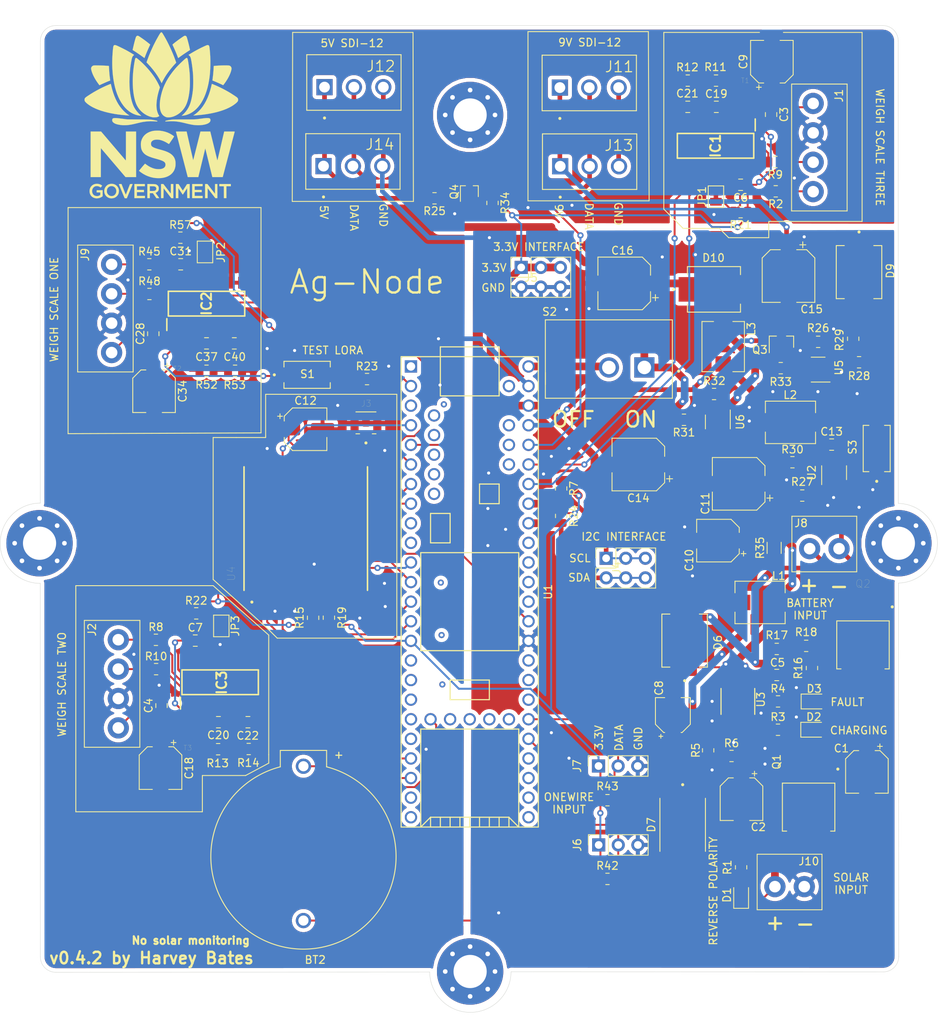
<source format=kicad_pcb>
(kicad_pcb (version 20171130) (host pcbnew "(5.1.9-0-10_14)")
  (layers (0 F.Cu signal) (31 B.Cu signal) (34 B.Paste user) (35 F.Paste user) (36 B.SilkS user) (37 F.SilkS user) (38 B.Mask user) (39 F.Mask user) (44 Edge.Cuts user))
  (net 0 "")
  (net 1 GND)
  (net 2 /SOLAR_IN)
  (net 3 "Net-(C3-Pad1)")
  (net 4 +3V3)
  (net 5 "Net-(C5-Pad2)")
  (net 6 "Net-(C8-Pad1)")
  (net 7 "Net-(C8-Pad2)")
  (net 8 /9V_OUT)
  (net 9 /5V_OUT)
  (net 10 "Net-(D1-Pad1)")
  (net 11 "Net-(D1-Pad2)")
  (net 12 "Net-(D2-Pad1)")
  (net 13 "Net-(D3-Pad1)")
  (net 14 "Net-(D9-PadA)")
  (net 15 "Net-(D10-PadA)")
  (net 16 "Net-(IC1-Pad2)")
  (net 17 /SCL)
  (net 18 /SDA)
  (net 19 "Net-(IC1-Pad15)")
  (net 20 "Net-(J3-Pad1)")
  (net 21 /9V_EN)
  (net 22 "Net-(R3-Pad1)")
  (net 23 "Net-(R4-Pad1)")
  (net 24 /VIN_REG)
  (net 25 "Net-(R16-Pad1)")
  (net 26 /Reset)
  (net 27 "Net-(L1-Pad2)")
  (net 28 "Net-(R28-Pad1)")
  (net 29 "Net-(R31-Pad1)")
  (net 30 /MISO)
  (net 31 /MOSI)
  (net 32 /G2)
  (net 33 /G1)
  (net 34 /G0)
  (net 35 /SCK)
  (net 36 /Lora_CS)
  (net 37 "Net-(C28-Pad1)")
  (net 38 "Net-(C37-Pad2)")
  (net 39 "Net-(C37-Pad1)")
  (net 40 "Net-(C40-Pad2)")
  (net 41 "Net-(C40-Pad1)")
  (net 42 "Net-(J9-Pad4)")
  (net 43 "Net-(J9-Pad3)")
  (net 44 "Net-(IC2-Pad15)")
  (net 45 "Net-(IC3-Pad15)")
  (net 46 "Net-(IC2-Pad2)")
  (net 47 "Net-(IC3-Pad2)")
  (net 48 "Net-(BT2-Pad+)")
  (net 49 GNDA)
  (net 50 "Net-(C18-Pad1)")
  (net 51 "Net-(C19-Pad2)")
  (net 52 "Net-(C19-Pad1)")
  (net 53 "Net-(C20-Pad2)")
  (net 54 "Net-(C20-Pad1)")
  (net 55 "Net-(C21-Pad2)")
  (net 56 "Net-(C21-Pad1)")
  (net 57 "Net-(C22-Pad2)")
  (net 58 "Net-(C22-Pad1)")
  (net 59 /SDA_2)
  (net 60 /SCL_2)
  (net 61 /SDA_1)
  (net 62 /SCL_1)
  (net 63 /SDA_3)
  (net 64 /SCL_3)
  (net 65 "Net-(J1-Pad4)")
  (net 66 "Net-(J1-Pad3)")
  (net 67 "Net-(J2-Pad4)")
  (net 68 "Net-(J2-Pad3)")
  (net 69 /SDI-12)
  (net 70 /SDI-12_OUT)
  (net 71 "Net-(R23-Pad2)")
  (net 72 "Net-(R23-Pad1)")
  (net 73 "Net-(S2-Pad2)")
  (net 74 /OneWire_1)
  (net 75 /OneWire_2)
  (net 76 /V_BAT)
  (net 77 /9V_GND)
  (net 78 "Net-(C13-Pad2)")
  (net 79 "Net-(C13-Pad1)")
  (net 80 "Net-(R27-Pad1)")
  (net 81 "Net-(J8-Pad1)")
  (module SilkscreenImages:NSWGov (layer F.Cu) (at 109.982 34.544)
    (fp_text reference G*** hide)
    (fp_text value LOGO hide)
  )
  (module PTS636_SM43J_SMTR_LFS:SW_PTS636_SM43J_SMTR_LFS (layer F.Cu) (at 202.692 77.724 90)
    (fp_text reference S3 (at 0.175 -3.135 90) (layer F.SilkS))
    (fp_text value Init)
    (pad 2 smd rect (at 3.25 0 90) (size 0.9 1.4) (layers F.Cu F.Paste F.Mask) (net 1 GND))
    (pad 1 smd rect (at -3.25 0 90) (size 0.9 1.4) (layers F.Cu F.Paste F.Mask) (net 79 "Net-(C13-Pad1)"))
  )
  (module AOD417:DPAK228P994X240_3N (layer F.Cu) (at 200.914 102.108 180)
    (fp_text reference Q2 (at 0 6.858) (layer F.SilkS) (effects (font (thickness 0.015))))
    (fp_text value AOD417)
    (pad 4 smd rect (at 0 -2.44 180) (size 5.09 6.32) (layers F.Cu F.Mask) (net 81 "Net-(J8-Pad1)"))
    (pad 3 smd rect (at 2.286 4.09 180) (size 0.97 3.02) (layers F.Cu F.Paste F.Mask) (net 76 /V_BAT))
    (pad 1 smd rect (at -2.286 4.09 180) (size 0.97 3.02) (layers F.Cu F.Paste F.Mask) (net 79 "Net-(C13-Pad1)"))
  )
  (module Package_TO_SOT_SMD:SOT-23-6 (layer F.Cu) (at 197.17 80.856 90)
    (fp_text reference U2 (at 0 -2.9 90) (layer F.SilkS))
    (fp_text value DW06D)
    (pad 5 smd rect (at 1.1 0 90) (size 1.06 0.65) (layers F.Cu F.Paste F.Mask) (net 78 "Net-(C13-Pad2)"))
    (pad 6 smd rect (at 1.1 -0.95 90) (size 1.06 0.65) (layers F.Cu F.Paste F.Mask) (net 79 "Net-(C13-Pad1)"))
    (pad 4 smd rect (at 1.1 0.95 90) (size 1.06 0.65) (layers F.Cu F.Paste F.Mask))
    (pad 3 smd rect (at -1.1 0.95 90) (size 1.06 0.65) (layers F.Cu F.Paste F.Mask) (net 79 "Net-(C13-Pad1)"))
    (pad 2 smd rect (at -1.1 0 90) (size 1.06 0.65) (layers F.Cu F.Paste F.Mask) (net 1 GND))
    (pad 1 smd rect (at -1.1 -0.95 90) (size 1.06 0.65) (layers F.Cu F.Paste F.Mask) (net 80 "Net-(R27-Pad1)"))
  )
  (module Resistor_SMD:R_0805_2012Metric (layer F.Cu) (at 191.77 79.502)
    (fp_text reference R30 (at 0 -1.65) (layer F.SilkS))
    (fp_text value 100)
    (pad 2 smd roundrect (at 0.9125 0) (size 1.025 1.4) (layers F.Cu F.Paste F.Mask) (roundrect_rratio 0.243902) (net 78 "Net-(C13-Pad2)"))
    (pad 1 smd roundrect (at -0.9125 0) (size 1.025 1.4) (layers F.Cu F.Paste F.Mask) (roundrect_rratio 0.243902) (net 76 /V_BAT))
  )
  (module Resistor_SMD:R_0805_2012Metric (layer F.Cu) (at 193.04 83.82 180)
    (fp_text reference R27 (at 0 1.778) (layer F.SilkS))
    (fp_text value 1K)
    (pad 2 smd roundrect (at 0.9125 0 180) (size 1.025 1.4) (layers F.Cu F.Paste F.Mask) (roundrect_rratio 0.243902) (net 1 GND))
    (pad 1 smd roundrect (at -0.9125 0 180) (size 1.025 1.4) (layers F.Cu F.Paste F.Mask) (roundrect_rratio 0.243902) (net 80 "Net-(R27-Pad1)"))
  )
  (module Capacitor_SMD:C_0805_2012Metric (layer F.Cu) (at 196.85 77.216)
    (fp_text reference C13 (at 0 -1.68) (layer F.SilkS))
    (fp_text value 0.1uF)
    (pad 2 smd roundrect (at 0.95 0) (size 1 1.45) (layers F.Cu F.Paste F.Mask) (net 78 "Net-(C13-Pad2)"))
    (pad 1 smd roundrect (at -0.95 0) (size 1 1.45) (layers F.Cu F.Paste F.Mask) (net 79 "Net-(C13-Pad1)"))
  )
  (module Capacitor_SMD:CP_Elec_5x5.4 (layer F.Cu) (at 201.422 119.634 270)
    (fp_text reference C1 (at -3.048 3.302 180) (layer F.SilkS))
    (fp_text value 1uF)
    (pad 2 smd roundrect (at 2.2 0 270) (size 3 1.6) (layers F.Cu F.Paste F.Mask) (roundrect_rratio 0.15625) (net 1 GND))
    (pad 1 smd roundrect (at -2.2 0 270) (size 3 1.6) (layers F.Cu F.Paste F.Mask) (roundrect_rratio 0.15625) (net 2 /SOLAR_IN))
  )
  (module Resistor_SMD:R_1206_3216Metric (layer F.Cu) (at 189.4 90.6 90)
    (fp_text reference R35 (at 0 -1.82 90) (layer F.SilkS))
    (fp_text value "0.05(RS)")
    (pad 2 smd roundrect (at 1.4625 0 90) (size 1.125 1.75) (layers F.Cu F.Paste F.Mask) (roundrect_rratio 0.2222213333333333) (net 27 "Net-(L1-Pad2)"))
    (pad 1 smd roundrect (at -1.4625 0 90) (size 1.125 1.75) (layers F.Cu F.Paste F.Mask) (roundrect_rratio 0.2222213333333333) (net 76 /V_BAT))
  )
  (module Capacitor_SMD:CP_Elec_6.3x5.9 (layer F.Cu) (at 184.8 82.3 180)
    (fp_text reference C11 (at 4.318 -2.54 90) (layer F.SilkS))
    (fp_text value 47uF)
    (pad 1 smd roundrect (at -2.8 0 180) (size 3.5 1.6) (layers F.Cu F.Paste F.Mask) (roundrect_rratio 0.15625) (net 76 /V_BAT))
    (pad 2 smd roundrect (at 2.8 0 180) (size 3.5 1.6) (layers F.Cu F.Paste F.Mask) (roundrect_rratio 0.15625) (net 1 GND))
  )
  (module Connector_PinSocket_2.54mm:PinSocket_1x03_P2.54mm_Vertical (layer F.Cu) (at 166.66 129.1 90)
    (fp_text reference J6 (at 0 -2.77 90) (layer F.SilkS))
    (fp_text value Conn_01x03_Male)
    (pad 3 thru_hole oval (at 0 5.08 90) (size 1.7 1.7) (drill 1) (layers *.Cu *.Mask) (net 1 GND))
    (pad 2 thru_hole oval (at 0 2.54 90) (size 1.7 1.7) (drill 1) (layers *.Cu *.Mask) (net 74 /OneWire_1))
    (pad 1 thru_hole rect (at 0 0 90) (size 1.7 1.7) (drill 1) (layers *.Cu *.Mask) (net 4 +3V3))
  )
  (module TerminalBlock:102-6492-ND‎ (layer F.Cu) (at 191.7 86.5)
    (fp_text reference J8 (at 1.19 0.9) (layer F.SilkS))
    (fp_text value Bat_Conn)
    (pad 2 thru_hole circle (at 6.11 4.2) (size 2.75 2.75) (drill 1.5) (layers *.Cu *.Mask) (net 79 "Net-(C13-Pad1)"))
    (pad 1 thru_hole circle (at 2.3 4.2) (size 2.75 2.75) (drill 1.5) (layers *.Cu *.Mask) (net 81 "Net-(J8-Pad1)"))
  )
  (module TerminalBlock:102-6492-ND‎ (layer F.Cu) (at 187.198 130.302)
    (fp_text reference J10 (at 6.7 0.92) (layer F.SilkS))
    (fp_text value Soler_Conn)
    (pad 2 thru_hole circle (at 6.11 4.2) (size 2.75 2.75) (drill 1.5) (layers *.Cu *.Mask) (net 1 GND))
    (pad 1 thru_hole circle (at 2.3 4.2) (size 2.75 2.75) (drill 1.5) (layers *.Cu *.Mask) (net 10 "Net-(D1-Pad1)"))
  )
  (module MountingHole:MountingHole_4.3mm_M4_Pad_Via (layer F.Cu) (at 94.2 90)
    (fp_text reference REF** hide)
    (fp_text value MountingHole_4.3mm_M4_Pad_Via hide)
    (pad 1 thru_hole circle (at 0 0) (size 8.6 8.6) (drill 4.3) (layers *.Cu *.Mask))
    (pad 1 thru_hole circle (at 3.225 0) (size 0.9 0.9) (drill 0.6) (layers *.Cu *.Mask))
    (pad 1 thru_hole circle (at 2.280419 2.280419) (size 0.9 0.9) (drill 0.6) (layers *.Cu *.Mask))
    (pad 1 thru_hole circle (at 0 3.225) (size 0.9 0.9) (drill 0.6) (layers *.Cu *.Mask))
    (pad 1 thru_hole circle (at -2.280419 2.280419) (size 0.9 0.9) (drill 0.6) (layers *.Cu *.Mask))
    (pad 1 thru_hole circle (at -3.225 0) (size 0.9 0.9) (drill 0.6) (layers *.Cu *.Mask))
    (pad 1 thru_hole circle (at -2.280419 -2.280419) (size 0.9 0.9) (drill 0.6) (layers *.Cu *.Mask))
    (pad 1 thru_hole circle (at 0 -3.225) (size 0.9 0.9) (drill 0.6) (layers *.Cu *.Mask))
    (pad 1 thru_hole circle (at 2.280419 -2.280419) (size 0.9 0.9) (drill 0.6) (layers *.Cu *.Mask))
  )
  (module Package_TO_SOT_SMD:SOT-23-6 (layer F.Cu) (at 182.102 74.28 270)
    (fp_text reference U6 (at 0 -2.9 90) (layer F.SilkS))
    (fp_text value MT3608)
    (pad 5 smd rect (at 1.1 0 270) (size 1.06 0.65) (layers F.Cu F.Paste F.Mask) (net 76 /V_BAT))
    (pad 6 smd rect (at 1.1 -0.95 270) (size 1.06 0.65) (layers F.Cu F.Paste F.Mask))
    (pad 4 smd rect (at 1.1 0.95 270) (size 1.06 0.65) (layers F.Cu F.Paste F.Mask) (net 76 /V_BAT))
    (pad 3 smd rect (at -1.1 0.95 270) (size 1.06 0.65) (layers F.Cu F.Paste F.Mask) (net 29 "Net-(R31-Pad1)"))
    (pad 2 smd rect (at -1.1 0 270) (size 1.06 0.65) (layers F.Cu F.Paste F.Mask) (net 1 GND))
    (pad 1 smd rect (at -1.1 -0.95 270) (size 1.06 0.65) (layers F.Cu F.Paste F.Mask) (net 15 "Net-(D10-PadA)"))
  )
  (module Package_TO_SOT_SMD:SOT-23-6 (layer F.Cu) (at 195.1 67.5 180)
    (fp_text reference U5 (at -2.71 0.254 270) (layer F.SilkS))
    (fp_text value MT3608)
    (pad 5 smd rect (at 1.1 0 180) (size 1.06 0.65) (layers F.Cu F.Paste F.Mask) (net 76 /V_BAT))
    (pad 6 smd rect (at 1.1 -0.95 180) (size 1.06 0.65) (layers F.Cu F.Paste F.Mask))
    (pad 4 smd rect (at 1.1 0.95 180) (size 1.06 0.65) (layers F.Cu F.Paste F.Mask) (net 21 /9V_EN))
    (pad 3 smd rect (at -1.1 0.95 180) (size 1.06 0.65) (layers F.Cu F.Paste F.Mask) (net 28 "Net-(R28-Pad1)"))
    (pad 2 smd rect (at -1.1 0 180) (size 1.06 0.65) (layers F.Cu F.Paste F.Mask) (net 1 GND))
    (pad 1 smd rect (at -1.1 -0.95 180) (size 1.06 0.65) (layers F.Cu F.Paste F.Mask) (net 14 "Net-(D9-PadA)"))
  )
  (module RFM69HCW:MOD_COM-13909 (layer F.Cu) (at 128.7 88.1 90)
    (fp_text reference U4 (at -5.84038 -9.6604 90) (layer F.SilkS) (effects (font (size 1.00263 1.00263) (thickness 0.015))))
    (fp_text value COM-13909)
    (pad 16 smd rect (at 7.5 -7 90) (size 3 1.2) (layers F.Cu F.Paste F.Mask) (net 32 /G2))
    (pad 15 smd rect (at 7.5 -5 90) (size 3 1.2) (layers F.Cu F.Paste F.Mask) (net 33 /G1))
    (pad 14 smd rect (at 7.5 -3 90) (size 3 1.2) (layers F.Cu F.Paste F.Mask) (net 34 /G0))
    (pad 13 smd rect (at 7.5 -1 90) (size 3 1.2) (layers F.Cu F.Paste F.Mask) (net 4 +3V3))
    (pad 12 smd rect (at 7.5 1 90) (size 3 1.2) (layers F.Cu F.Paste F.Mask))
    (pad 11 smd rect (at 7.5 3 90) (size 3 1.2) (layers F.Cu F.Paste F.Mask))
    (pad 10 smd rect (at 7.5 5 90) (size 3 1.2) (layers F.Cu F.Paste F.Mask) (net 49 GNDA))
    (pad 9 smd rect (at 7.5 7 90) (size 3 1.2) (layers F.Cu F.Paste F.Mask) (net 20 "Net-(J3-Pad1)"))
    (pad 8 smd rect (at -7.5 7 90) (size 3 1.2) (layers F.Cu F.Paste F.Mask) (net 49 GNDA))
    (pad 7 smd rect (at -7.5 5 90) (size 3 1.2) (layers F.Cu F.Paste F.Mask))
    (pad 6 smd rect (at -7.5 3 90) (size 3 1.2) (layers F.Cu F.Paste F.Mask) (net 26 /Reset))
    (pad 5 smd rect (at -7.5 1 90) (size 3 1.2) (layers F.Cu F.Paste F.Mask) (net 36 /Lora_CS))
    (pad 4 smd rect (at -7.5 -1 90) (size 3 1.2) (layers F.Cu F.Paste F.Mask) (net 35 /SCK))
    (pad 3 smd rect (at -7.5 -3 90) (size 3 1.2) (layers F.Cu F.Paste F.Mask) (net 31 /MOSI))
    (pad 2 smd rect (at -7.5 -5 90) (size 3 1.2) (layers F.Cu F.Paste F.Mask) (net 30 /MISO))
    (pad 1 smd rect (at -7.5 -7 90) (size 3 1.2) (layers F.Cu F.Paste F.Mask) (net 49 GNDA))
  )
  (module LT3652IMSETRPBF:MSOP-12_MSE (layer F.Cu) (at 184.7 110.5 90)
    (fp_text reference U3 (at 0.24 2.97 270) (layer F.SilkS))
    (fp_text value LT3652IMSETRPBF)
    (pad 13 smd rect (at 0 0 90) (size 1.7526 2.9464) (layers F.Cu F.Mask) (net 1 GND))
    (pad 12 smd rect (at 2.1844 -1.6256 90) (size 1.397 0.4318) (layers F.Cu F.Paste F.Mask) (net 6 "Net-(C8-Pad1)"))
    (pad 11 smd rect (at 2.1844 -0.975359 90) (size 1.397 0.4318) (layers F.Cu F.Paste F.Mask) (net 7 "Net-(C8-Pad2)"))
    (pad 10 smd rect (at 2.1844 -0.325119 90) (size 1.397 0.4318) (layers F.Cu F.Paste F.Mask) (net 27 "Net-(L1-Pad2)"))
    (pad 9 smd rect (at 2.1844 0.325119 90) (size 1.397 0.4318) (layers F.Cu F.Paste F.Mask) (net 76 /V_BAT))
    (pad 8 smd rect (at 2.1844 0.975359 90) (size 1.397 0.4318) (layers F.Cu F.Paste F.Mask))
    (pad 7 smd rect (at 2.1844 1.6256 90) (size 1.397 0.4318) (layers F.Cu F.Paste F.Mask) (net 5 "Net-(C5-Pad2)"))
    (pad 6 smd rect (at -2.1844 1.6256 90) (size 1.397 0.4318) (layers F.Cu F.Paste F.Mask) (net 1 GND))
    (pad 5 smd rect (at -2.1844 0.975359 90) (size 1.397 0.4318) (layers F.Cu F.Paste F.Mask) (net 23 "Net-(R4-Pad1)"))
    (pad 4 smd rect (at -2.1844 0.325119 90) (size 1.397 0.4318) (layers F.Cu F.Paste F.Mask) (net 22 "Net-(R3-Pad1)"))
    (pad 3 smd rect (at -2.1844 -0.325119 90) (size 1.397 0.4318) (layers F.Cu F.Paste F.Mask) (net 2 /SOLAR_IN))
    (pad 2 smd rect (at -2.1844 -0.975359 90) (size 1.397 0.4318) (layers F.Cu F.Paste F.Mask) (net 24 /VIN_REG))
    (pad 1 smd rect (at -2.1844 -1.6256 90) (size 1.397 0.4318) (layers F.Cu F.Paste F.Mask) (net 2 /SOLAR_IN))
  )
  (module teensyBoards:Teensy35_36 (layer F.Cu) (at 149.95 96.3 270)
    (fp_text reference U1 (at 0 -10.16 90) (layer F.SilkS))
    (fp_text value Teensy3.6)
    (pad 62 thru_hole circle (at -12.7 4.62 270) (size 1.6 1.6) (drill 1.1) (layers *.Cu *.Mask))
    (pad 61 thru_hole circle (at -15.24 4.62 270) (size 1.6 1.6) (drill 1.1) (layers *.Cu *.Mask))
    (pad 60 thru_hole circle (at -17.78 4.62 270) (size 1.6 1.6) (drill 1.1) (layers *.Cu *.Mask))
    (pad 59 thru_hole circle (at -20.32 4.62 270) (size 1.6 1.6) (drill 1.1) (layers *.Cu *.Mask))
    (pad 58 thru_hole circle (at -22.86 4.62 270) (size 1.6 1.6) (drill 1.1) (layers *.Cu *.Mask))
    (pad 57 thru_hole circle (at -16.51 -5.08 270) (size 1.6 1.6) (drill 1.1) (layers *.Cu *.Mask))
    (pad 56 thru_hole circle (at -19.05 -5.08 270) (size 1.6 1.6) (drill 1.1) (layers *.Cu *.Mask))
    (pad 55 thru_hole circle (at -21.59 -5.08 270) (size 1.6 1.6) (drill 1.1) (layers *.Cu *.Mask))
    (pad 54 thru_hole circle (at -26.67 -5.08 270) (size 1.6 1.6) (drill 1.1) (layers *.Cu *.Mask))
    (pad 53 thru_hole circle (at -29.21 -7.62 270) (size 1.6 1.6) (drill 1.1) (layers *.Cu *.Mask) (net 73 "Net-(S2-Pad2)"))
    (pad 52 thru_hole circle (at -26.67 -7.62 270) (size 1.6 1.6) (drill 1.1) (layers *.Cu *.Mask) (net 49 GNDA))
    (pad 51 thru_hole circle (at -24.13 -7.62 270) (size 1.6 1.6) (drill 1.1) (layers *.Cu *.Mask) (net 4 +3V3))
    (pad 50 thru_hole circle (at -21.59 -7.62 270) (size 1.6 1.6) (drill 1.1) (layers *.Cu *.Mask) (net 21 /9V_EN))
    (pad 49 thru_hole circle (at -19.05 -7.62 270) (size 1.6 1.6) (drill 1.1) (layers *.Cu *.Mask) (net 70 /SDI-12_OUT))
    (pad 48 thru_hole circle (at -16.51 -7.62 270) (size 1.6 1.6) (drill 1.1) (layers *.Cu *.Mask) (net 59 /SDA_2))
    (pad 47 thru_hole circle (at -13.97 -7.62 270) (size 1.6 1.6) (drill 1.1) (layers *.Cu *.Mask) (net 60 /SCL_2))
    (pad 46 thru_hole circle (at -11.43 -7.62 270) (size 1.6 1.6) (drill 1.1) (layers *.Cu *.Mask) (net 17 /SCL))
    (pad 45 thru_hole circle (at -8.89 -7.62 270) (size 1.6 1.6) (drill 1.1) (layers *.Cu *.Mask) (net 18 /SDA))
    (pad 44 thru_hole circle (at -6.35 -7.62 270) (size 1.6 1.6) (drill 1.1) (layers *.Cu *.Mask))
    (pad 43 thru_hole circle (at -3.81 -7.62 270) (size 1.6 1.6) (drill 1.1) (layers *.Cu *.Mask))
    (pad 42 thru_hole circle (at -1.27 -7.62 270) (size 1.6 1.6) (drill 1.1) (layers *.Cu *.Mask))
    (pad 41 thru_hole circle (at 1.27 -7.62 270) (size 1.6 1.6) (drill 1.1) (layers *.Cu *.Mask))
    (pad 40 thru_hole circle (at 3.81 -7.62 270) (size 1.6 1.6) (drill 1.1) (layers *.Cu *.Mask) (net 35 /SCK))
    (pad 39 thru_hole circle (at 6.35 -7.62 270) (size 1.6 1.6) (drill 1.1) (layers *.Cu *.Mask) (net 1 GND))
    (pad 38 thru_hole circle (at 8.89 -7.62 270) (size 1.6 1.6) (drill 1.1) (layers *.Cu *.Mask))
    (pad 1 thru_hole rect (at -29.21 7.62 270) (size 1.6 1.6) (drill 1.1) (layers *.Cu *.Mask))
    (pad 2 thru_hole circle (at -26.67 7.62 270) (size 1.6 1.6) (drill 1.1) (layers *.Cu *.Mask) (net 71 "Net-(R23-Pad2)"))
    (pad 3 thru_hole circle (at -24.13 7.62 270) (size 1.6 1.6) (drill 1.1) (layers *.Cu *.Mask))
    (pad 4 thru_hole circle (at -21.59 7.62 270) (size 1.6 1.6) (drill 1.1) (layers *.Cu *.Mask) (net 34 /G0))
    (pad 5 thru_hole circle (at -19.05 7.62 270) (size 1.6 1.6) (drill 1.1) (layers *.Cu *.Mask) (net 62 /SCL_1))
    (pad 6 thru_hole circle (at -16.51 7.62 270) (size 1.6 1.6) (drill 1.1) (layers *.Cu *.Mask) (net 61 /SDA_1))
    (pad 7 thru_hole circle (at -13.97 7.62 270) (size 1.6 1.6) (drill 1.1) (layers *.Cu *.Mask) (net 33 /G1))
    (pad 8 thru_hole circle (at -11.43 7.62 270) (size 1.6 1.6) (drill 1.1) (layers *.Cu *.Mask) (net 32 /G2))
    (pad 9 thru_hole circle (at -8.89 7.62 270) (size 1.6 1.6) (drill 1.1) (layers *.Cu *.Mask))
    (pad 10 thru_hole circle (at -6.35 7.62 270) (size 1.6 1.6) (drill 1.1) (layers *.Cu *.Mask))
    (pad 11 thru_hole circle (at -3.81 7.62 270) (size 1.6 1.6) (drill 1.1) (layers *.Cu *.Mask) (net 26 /Reset))
    (pad 12 thru_hole circle (at -1.27 7.62 270) (size 1.6 1.6) (drill 1.1) (layers *.Cu *.Mask) (net 36 /Lora_CS))
    (pad 13 thru_hole circle (at 1.27 7.62 270) (size 1.6 1.6) (drill 1.1) (layers *.Cu *.Mask) (net 31 /MOSI))
    (pad 37 thru_hole circle (at 11.43 -7.62 270) (size 1.6 1.6) (drill 1.1) (layers *.Cu *.Mask))
    (pad 36 thru_hole circle (at 13.97 -7.62 270) (size 1.6 1.6) (drill 1.1) (layers *.Cu *.Mask))
    (pad 35 thru_hole circle (at 16.51 -7.62 270) (size 1.6 1.6) (drill 1.1) (layers *.Cu *.Mask) (net 75 /OneWire_2))
    (pad 34 thru_hole circle (at 19.05 -7.62 270) (size 1.6 1.6) (drill 1.1) (layers *.Cu *.Mask) (net 74 /OneWire_1))
    (pad 33 thru_hole circle (at 21.59 -7.62 270) (size 1.6 1.6) (drill 1.1) (layers *.Cu *.Mask))
    (pad 32 thru_hole circle (at 24.13 -7.62 270) (size 1.6 1.6) (drill 1.1) (layers *.Cu *.Mask))
    (pad 31 thru_hole circle (at 26.67 -7.62 270) (size 1.6 1.6) (drill 1.1) (layers *.Cu *.Mask))
    (pad 30 thru_hole circle (at 29.21 -7.62 270) (size 1.6 1.6) (drill 1.1) (layers *.Cu *.Mask))
    (pad 29 thru_hole circle (at 16.51 -5.08 270) (size 1.6 1.6) (drill 1.1) (layers *.Cu *.Mask))
    (pad 28 thru_hole circle (at 16.51 -2.54 270) (size 1.6 1.6) (drill 1.1) (layers *.Cu *.Mask))
    (pad 27 thru_hole circle (at 16.51 0 270) (size 1.6 1.6) (drill 1.1) (layers *.Cu *.Mask))
    (pad 26 thru_hole circle (at 16.51 2.54 270) (size 1.6 1.6) (drill 1.1) (layers *.Cu *.Mask))
    (pad 25 thru_hole circle (at 16.51 5.08 270) (size 1.6 1.6) (drill 1.1) (layers *.Cu *.Mask) (net 48 "Net-(BT2-Pad+)"))
    (pad 24 thru_hole circle (at 29.21 7.62 270) (size 1.6 1.6) (drill 1.1) (layers *.Cu *.Mask))
    (pad 23 thru_hole circle (at 26.67 7.62 270) (size 1.6 1.6) (drill 1.1) (layers *.Cu *.Mask))
    (pad 22 thru_hole circle (at 24.13 7.62 270) (size 1.6 1.6) (drill 1.1) (layers *.Cu *.Mask) (net 63 /SDA_3))
    (pad 21 thru_hole circle (at 21.59 7.62 270) (size 1.6 1.6) (drill 1.1) (layers *.Cu *.Mask) (net 64 /SCL_3))
    (pad 14 thru_hole circle (at 3.81 7.62 270) (size 1.6 1.6) (drill 1.1) (layers *.Cu *.Mask) (net 30 /MISO))
    (pad 15 thru_hole circle (at 6.35 7.62 270) (size 1.6 1.6) (drill 1.1) (layers *.Cu *.Mask) (net 4 +3V3))
    (pad 16 thru_hole circle (at 8.89 7.62 270) (size 1.6 1.6) (drill 1.1) (layers *.Cu *.Mask))
    (pad 20 thru_hole circle (at 19.05 7.62 270) (size 1.6 1.6) (drill 1.1) (layers *.Cu *.Mask))
    (pad 19 thru_hole circle (at 16.51 7.62 270) (size 1.6 1.6) (drill 1.1) (layers *.Cu *.Mask))
    (pad 18 thru_hole circle (at 13.97 7.62 270) (size 1.6 1.6) (drill 1.1) (layers *.Cu *.Mask))
    (pad 17 thru_hole circle (at 11.43 7.62 270) (size 1.6 1.6) (drill 1.1) (layers *.Cu *.Mask))
  )
  (module MMBT4403L:SOT23 (layer F.Cu) (at 113.53 114.216 180)
    (fp_text reference T3 (at 0.127195 -2.314943) (layer F.SilkS) (effects (font (size 0.640981 0.640981) (thickness 0.015))))
    (fp_text value MMBT4403L)
    (pad 1 smd rect (at -0.95 1.1 180) (size 1 1.4) (layers F.Cu F.Paste F.Mask) (net 47 "Net-(IC3-Pad2)"))
    (pad 2 smd rect (at 0.95 1.1 180) (size 1 1.4) (layers F.Cu F.Paste F.Mask) (net 4 +3V3))
    (pad 3 smd rect (at 0 -1.1 180) (size 1 1.4) (layers F.Cu F.Paste F.Mask) (net 50 "Net-(C18-Pad1)"))
  )
  (module MMBT4403L:SOT23 (layer F.Cu) (at 112.19 65.05 180)
    (fp_text reference T2 (at 0.127195 -2.314943) (layer F.SilkS) (effects (font (size 0.640981 0.640981) (thickness 0.015))))
    (fp_text value MMBT4403L)
    (pad 1 smd rect (at -0.95 1.1 180) (size 1 1.4) (layers F.Cu F.Paste F.Mask) (net 46 "Net-(IC2-Pad2)"))
    (pad 2 smd rect (at 0.95 1.1 180) (size 1 1.4) (layers F.Cu F.Paste F.Mask) (net 4 +3V3))
    (pad 3 smd rect (at 0 -1.1 180) (size 1 1.4) (layers F.Cu F.Paste F.Mask) (net 37 "Net-(C28-Pad1)"))
  )
  (module MMBT4403L:SOT23 (layer F.Cu) (at 185.505 32.345)
    (fp_text reference T1 (at 0.127195 -2.314943) (layer F.SilkS) (effects (font (size 0.640981 0.640981) (thickness 0.015))))
    (fp_text value MMBT4403L)
    (pad 1 smd rect (at -0.95 1.1) (size 1 1.4) (layers F.Cu F.Paste F.Mask) (net 16 "Net-(IC1-Pad2)"))
    (pad 2 smd rect (at 0.95 1.1) (size 1 1.4) (layers F.Cu F.Paste F.Mask) (net 4 +3V3))
    (pad 3 smd rect (at 0 -1.1) (size 1 1.4) (layers F.Cu F.Paste F.Mask) (net 3 "Net-(C3-Pad1)"))
  )
  (module GF-123-0054:SW_GF-123-0054 (layer F.Cu) (at 167.98 66.13 180)
    (fp_text reference S2 (at 7.68 6.13) (layer F.SilkS))
    (fp_text value GF-123-0054)
    (pad 1 thru_hole rect (at -4.6 -1.09 180) (size 2.625 2.625) (drill 1.75) (layers *.Cu *.Mask) (net 9 /5V_OUT))
    (pad 2 thru_hole circle (at 0 -1.09 180) (size 2.625 2.625) (drill 1.75) (layers *.Cu *.Mask) (net 73 "Net-(S2-Pad2)"))
  )
  (module PTS636_SM43J_SMTR_LFS:SW_PTS636_SM43J_SMTR_LFS (layer F.Cu) (at 128.875 68.175)
    (fp_text reference S1 (at 0.05 -0.1) (layer F.SilkS))
    (fp_text value "LoRa SEND")
    (pad 2 smd rect (at 3.25 0) (size 0.9 1.4) (layers F.Cu F.Paste F.Mask) (net 72 "Net-(R23-Pad1)"))
    (pad 1 smd rect (at -3.25 0) (size 0.9 1.4) (layers F.Cu F.Paste F.Mask) (net 4 +3V3))
  )
  (module Resistor_SMD:R_0805_2012Metric (layer F.Cu) (at 112.4525 50.4)
    (fp_text reference R57 (at 0 -1.65) (layer F.SilkS))
    (fp_text value 10K)
    (pad 2 smd roundrect (at 0.9125 0) (size 1.025 1.4) (layers F.Cu F.Paste F.Mask) (roundrect_rratio 0.2439014634146341) (net 44 "Net-(IC2-Pad15)"))
    (pad 1 smd roundrect (at -0.9125 0) (size 1.025 1.4) (layers F.Cu F.Paste F.Mask) (roundrect_rratio 0.2439014634146341) (net 4 +3V3))
  )
  (module Resistor_SMD:R_0805_2012Metric (layer F.Cu) (at 119.54 67.65)
    (fp_text reference R53 (at -0.05 1.85) (layer F.SilkS))
    (fp_text value 4.3K)
    (pad 2 smd roundrect (at 0.9125 0) (size 1.025 1.4) (layers F.Cu F.Paste F.Mask) (roundrect_rratio 0.2439014634146341) (net 49 GNDA))
    (pad 1 smd roundrect (at -0.9125 0) (size 1.025 1.4) (layers F.Cu F.Paste F.Mask) (roundrect_rratio 0.2439014634146341) (net 38 "Net-(C37-Pad2)"))
  )
  (module Resistor_SMD:R_0805_2012Metric (layer F.Cu) (at 115.84 67.65)
    (fp_text reference R52 (at 0 1.8) (layer F.SilkS))
    (fp_text value 10K)
    (pad 2 smd roundrect (at 0.9125 0) (size 1.025 1.4) (layers F.Cu F.Paste F.Mask) (roundrect_rratio 0.2439014634146341) (net 38 "Net-(C37-Pad2)"))
    (pad 1 smd roundrect (at -0.9125 0) (size 1.025 1.4) (layers F.Cu F.Paste F.Mask) (roundrect_rratio 0.2439014634146341) (net 37 "Net-(C28-Pad1)"))
  )
  (module Resistor_SMD:R_0805_2012Metric (layer F.Cu) (at 108.44 57.7)
    (fp_text reference R48 (at 0 -1.65) (layer F.SilkS))
    (fp_text value 100)
    (pad 2 smd roundrect (at 0.9125 0) (size 1.025 1.4) (layers F.Cu F.Paste F.Mask) (roundrect_rratio 0.2439014634146341) (net 41 "Net-(C40-Pad1)"))
    (pad 1 smd roundrect (at -0.9125 0) (size 1.025 1.4) (layers F.Cu F.Paste F.Mask) (roundrect_rratio 0.2439014634146341) (net 43 "Net-(J9-Pad3)"))
  )
  (module Resistor_SMD:R_0805_2012Metric (layer F.Cu) (at 108.4275 53.85)
    (fp_text reference R45 (at 0 -1.65) (layer F.SilkS))
    (fp_text value 100)
    (pad 2 smd roundrect (at 0.9125 0) (size 1.025 1.4) (layers F.Cu F.Paste F.Mask) (roundrect_rratio 0.2439014634146341) (net 40 "Net-(C40-Pad2)"))
    (pad 1 smd roundrect (at -0.9125 0) (size 1.025 1.4) (layers F.Cu F.Paste F.Mask) (roundrect_rratio 0.2439014634146341) (net 42 "Net-(J9-Pad4)"))
  )
  (module Resistor_SMD:R_0805_2012Metric (layer F.Cu) (at 167.8 123.3 180)
    (fp_text reference R43 (at 0 1.8) (layer F.SilkS))
    (fp_text value 4.7K)
    (pad 2 smd roundrect (at 0.9125 0 180) (size 1.025 1.4) (layers F.Cu F.Paste F.Mask) (roundrect_rratio 0.2439014634146341) (net 4 +3V3))
    (pad 1 smd roundrect (at -0.9125 0 180) (size 1.025 1.4) (layers F.Cu F.Paste F.Mask) (roundrect_rratio 0.2439014634146341) (net 75 /OneWire_2))
  )
  (module Resistor_SMD:R_0805_2012Metric (layer F.Cu) (at 167.8 133.5 180)
    (fp_text reference R42 (at 0 1.7) (layer F.SilkS))
    (fp_text value 4.7K)
    (pad 2 smd roundrect (at 0.9125 0 180) (size 1.025 1.4) (layers F.Cu F.Paste F.Mask) (roundrect_rratio 0.2439014634146341) (net 4 +3V3))
    (pad 1 smd roundrect (at -0.9125 0 180) (size 1.025 1.4) (layers F.Cu F.Paste F.Mask) (roundrect_rratio 0.2439014634146341) (net 74 /OneWire_1))
  )
  (module Resistor_SMD:R_0805_2012Metric (layer F.Cu) (at 152.9 45.9 270)
    (fp_text reference R34 (at 0 -1.65 90) (layer F.SilkS))
    (fp_text value 10K)
    (pad 2 smd roundrect (at 0.9125 0 270) (size 1.025 1.4) (layers F.Cu F.Paste F.Mask) (roundrect_rratio 0.2439014634146341) (net 4 +3V3))
    (pad 1 smd roundrect (at -0.9125 0 270) (size 1.025 1.4) (layers F.Cu F.Paste F.Mask) (roundrect_rratio 0.2439014634146341) (net 70 /SDI-12_OUT))
  )
  (module Resistor_SMD:R_0805_2012Metric (layer F.Cu) (at 190.254 67.31 180)
    (fp_text reference R33 (at 0 -1.778) (layer F.SilkS))
    (fp_text value 1M)
    (pad 2 smd roundrect (at 0.9125 0 180) (size 1.025 1.4) (layers F.Cu F.Paste F.Mask) (roundrect_rratio 0.2439014634146341) (net 21 /9V_EN))
    (pad 1 smd roundrect (at -0.9125 0 180) (size 1.025 1.4) (layers F.Cu F.Paste F.Mask) (roundrect_rratio 0.2439014634146341) (net 1 GND))
  )
  (module Resistor_SMD:R_0805_2012Metric (layer F.Cu) (at 181.612 70.66 180)
    (fp_text reference R32 (at -0.0375 1.7) (layer F.SilkS))
    (fp_text value 2.7K)
    (pad 2 smd roundrect (at 0.9125 0 180) (size 1.025 1.4) (layers F.Cu F.Paste F.Mask) (roundrect_rratio 0.2439014634146341) (net 29 "Net-(R31-Pad1)"))
    (pad 1 smd roundrect (at -0.9125 0 180) (size 1.025 1.4) (layers F.Cu F.Paste F.Mask) (roundrect_rratio 0.2439014634146341) (net 1 GND))
  )
  (module Resistor_SMD:R_0805_2012Metric (layer F.Cu) (at 177.7125 74 180)
    (fp_text reference R31 (at 0 -1.65) (layer F.SilkS))
    (fp_text value 20K)
    (pad 2 smd roundrect (at 0.9125 0 180) (size 1.025 1.4) (layers F.Cu F.Paste F.Mask) (roundrect_rratio 0.2439014634146341) (net 9 /5V_OUT))
    (pad 1 smd roundrect (at -0.9125 0 180) (size 1.025 1.4) (layers F.Cu F.Paste F.Mask) (roundrect_rratio 0.2439014634146341) (net 29 "Net-(R31-Pad1)"))
  )
  (module Resistor_SMD:R_0805_2012Metric (layer F.Cu) (at 199.644 63.5 270)
    (fp_text reference R29 (at 0.1505 1.778 90) (layer F.SilkS))
    (fp_text value 2K)
    (pad 2 smd roundrect (at 0.9125 0 270) (size 1.025 1.4) (layers F.Cu F.Paste F.Mask) (roundrect_rratio 0.2439014634146341) (net 28 "Net-(R28-Pad1)"))
    (pad 1 smd roundrect (at -0.9125 0 270) (size 1.025 1.4) (layers F.Cu F.Paste F.Mask) (roundrect_rratio 0.2439014634146341) (net 1 GND))
  )
  (module Resistor_SMD:R_0805_2012Metric (layer F.Cu) (at 200.406 66.548)
    (fp_text reference R28 (at 0 1.778) (layer F.SilkS))
    (fp_text value 28K)
    (pad 2 smd roundrect (at 0.9125 0) (size 1.025 1.4) (layers F.Cu F.Paste F.Mask) (roundrect_rratio 0.2439014634146341) (net 8 /9V_OUT))
    (pad 1 smd roundrect (at -0.9125 0) (size 1.025 1.4) (layers F.Cu F.Paste F.Mask) (roundrect_rratio 0.2439014634146341) (net 28 "Net-(R28-Pad1)"))
  )
  (module Resistor_SMD:R_0805_2012Metric (layer F.Cu) (at 195.1 63.9 180)
    (fp_text reference R26 (at 0 1.778) (layer F.SilkS))
    (fp_text value 1M)
    (pad 2 smd roundrect (at 0.9125 0 180) (size 1.025 1.4) (layers F.Cu F.Paste F.Mask) (roundrect_rratio 0.2439014634146341) (net 21 /9V_EN))
    (pad 1 smd roundrect (at -0.9125 0 180) (size 1.025 1.4) (layers F.Cu F.Paste F.Mask) (roundrect_rratio 0.2439014634146341) (net 1 GND))
  )
  (module Resistor_SMD:R_0805_2012Metric (layer F.Cu) (at 145.3875 45.3 180)
    (fp_text reference R25 (at 0 -1.65) (layer F.SilkS))
    (fp_text value 10K)
    (pad 2 smd roundrect (at 0.9125 0 180) (size 1.025 1.4) (layers F.Cu F.Paste F.Mask) (roundrect_rratio 0.2439014634146341) (net 9 /5V_OUT))
    (pad 1 smd roundrect (at -0.9125 0 180) (size 1.025 1.4) (layers F.Cu F.Paste F.Mask) (roundrect_rratio 0.2439014634146341) (net 69 /SDI-12))
  )
  (module Resistor_SMD:R_0805_2012Metric (layer F.Cu) (at 161.8 86.4625 270)
    (fp_text reference R24 (at 0 -1.65 90) (layer F.SilkS))
    (fp_text value 4.7K)
    (pad 2 smd roundrect (at 0.9125 0 270) (size 1.025 1.4) (layers F.Cu F.Paste F.Mask) (roundrect_rratio 0.2439014634146341) (net 18 /SDA))
    (pad 1 smd roundrect (at -0.9125 0 270) (size 1.025 1.4) (layers F.Cu F.Paste F.Mask) (roundrect_rratio 0.2439014634146341) (net 4 +3V3))
  )
  (module Resistor_SMD:R_0805_2012Metric (layer F.Cu) (at 136.6375 68.725)
    (fp_text reference R23 (at 0 -1.65) (layer F.SilkS))
    (fp_text value 2.7K)
    (pad 2 smd roundrect (at 0.9125 0) (size 1.025 1.4) (layers F.Cu F.Paste F.Mask) (roundrect_rratio 0.2439014634146341) (net 71 "Net-(R23-Pad2)"))
    (pad 1 smd roundrect (at -0.9125 0) (size 1.025 1.4) (layers F.Cu F.Paste F.Mask) (roundrect_rratio 0.2439014634146341) (net 72 "Net-(R23-Pad1)"))
  )
  (module Resistor_SMD:R_0805_2012Metric (layer F.Cu) (at 114.505 99.091)
    (fp_text reference R22 (at 0 -1.65) (layer F.SilkS))
    (fp_text value 10K)
    (pad 2 smd roundrect (at 0.9125 0) (size 1.025 1.4) (layers F.Cu F.Paste F.Mask) (roundrect_rratio 0.2439014634146341) (net 45 "Net-(IC3-Pad15)"))
    (pad 1 smd roundrect (at -0.9125 0) (size 1.025 1.4) (layers F.Cu F.Paste F.Mask) (roundrect_rratio 0.2439014634146341) (net 4 +3V3))
  )
  (module Resistor_SMD:R_0805_2012Metric (layer F.Cu) (at 185.055 47.095 180)
    (fp_text reference R21 (at 0 -1.65) (layer F.SilkS))
    (fp_text value 10K)
    (pad 2 smd roundrect (at 0.9125 0 180) (size 1.025 1.4) (layers F.Cu F.Paste F.Mask) (roundrect_rratio 0.2439014634146341) (net 19 "Net-(IC1-Pad15)"))
    (pad 1 smd roundrect (at -0.9125 0 180) (size 1.025 1.4) (layers F.Cu F.Paste F.Mask) (roundrect_rratio 0.2439014634146341) (net 4 +3V3))
  )
  (module Resistor_SMD:R_0805_2012Metric (layer F.Cu) (at 131.7 99.65 270)
    (fp_text reference R19 (at 0 -1.7 90) (layer F.SilkS))
    (fp_text value 100K)
    (pad 2 smd roundrect (at 0.9125 0 270) (size 1.025 1.4) (layers F.Cu F.Paste F.Mask) (roundrect_rratio 0.2439014634146341) (net 4 +3V3))
    (pad 1 smd roundrect (at -0.9125 0 270) (size 1.025 1.4) (layers F.Cu F.Paste F.Mask) (roundrect_rratio 0.2439014634146341) (net 26 /Reset))
  )
  (module Resistor_SMD:R_0805_2012Metric (layer F.Cu) (at 193.55 103.3 180)
    (fp_text reference R18 (at 0 1.778) (layer F.SilkS))
    (fp_text value 330K)
    (pad 2 smd roundrect (at 0.9125 0 180) (size 1.025 1.4) (layers F.Cu F.Paste F.Mask) (roundrect_rratio 0.2439014634146341) (net 25 "Net-(R16-Pad1)"))
    (pad 1 smd roundrect (at -0.9125 0 180) (size 1.025 1.4) (layers F.Cu F.Paste F.Mask) (roundrect_rratio 0.2439014634146341) (net 1 GND))
  )
  (module Resistor_SMD:R_0805_2012Metric (layer F.Cu) (at 189.7375 103.7 180)
    (fp_text reference R17 (at 0 1.778) (layer F.SilkS))
    (fp_text value 91K)
    (pad 2 smd roundrect (at 0.9125 0 180) (size 1.025 1.4) (layers F.Cu F.Paste F.Mask) (roundrect_rratio 0.2439014634146341) (net 76 /V_BAT))
    (pad 1 smd roundrect (at -0.9125 0 180) (size 1.025 1.4) (layers F.Cu F.Paste F.Mask) (roundrect_rratio 0.2439014634146341) (net 25 "Net-(R16-Pad1)"))
  )
  (module Resistor_SMD:R_0805_2012Metric (layer F.Cu) (at 194.3 106.175 270)
    (fp_text reference R16 (at 0 1.778 90) (layer F.SilkS))
    (fp_text value 180K)
    (pad 2 smd roundrect (at 0.9125 0 270) (size 1.025 1.4) (layers F.Cu F.Paste F.Mask) (roundrect_rratio 0.2439014634146341) (net 5 "Net-(C5-Pad2)"))
    (pad 1 smd roundrect (at -0.9125 0 270) (size 1.025 1.4) (layers F.Cu F.Paste F.Mask) (roundrect_rratio 0.2439014634146341) (net 25 "Net-(R16-Pad1)"))
  )
  (module Resistor_SMD:R_0805_2012Metric (layer F.Cu) (at 129.65 99.6625 270)
    (fp_text reference R15 (at -0.0125 1.75 90) (layer F.SilkS))
    (fp_text value 100K)
    (pad 2 smd roundrect (at 0.9125 0 270) (size 1.025 1.4) (layers F.Cu F.Paste F.Mask) (roundrect_rratio 0.2439014634146341) (net 4 +3V3))
    (pad 1 smd roundrect (at -0.9125 0 270) (size 1.025 1.4) (layers F.Cu F.Paste F.Mask) (roundrect_rratio 0.2439014634146341) (net 36 /Lora_CS))
  )
  (module Resistor_SMD:R_0805_2012Metric (layer F.Cu) (at 121.305 116.666)
    (fp_text reference R14 (at -0.05 1.8) (layer F.SilkS))
    (fp_text value 4.3K)
    (pad 2 smd roundrect (at 0.9125 0) (size 1.025 1.4) (layers F.Cu F.Paste F.Mask) (roundrect_rratio 0.2439014634146341) (net 49 GNDA))
    (pad 1 smd roundrect (at -0.9125 0) (size 1.025 1.4) (layers F.Cu F.Paste F.Mask) (roundrect_rratio 0.2439014634146341) (net 53 "Net-(C20-Pad2)"))
  )
  (module Resistor_SMD:R_0805_2012Metric (layer F.Cu) (at 117.3425 116.691)
    (fp_text reference R13 (at -0.0625 1.825) (layer F.SilkS))
    (fp_text value 10K)
    (pad 2 smd roundrect (at 0.9125 0) (size 1.025 1.4) (layers F.Cu F.Paste F.Mask) (roundrect_rratio 0.2439014634146341) (net 53 "Net-(C20-Pad2)"))
    (pad 1 smd roundrect (at -0.9125 0) (size 1.025 1.4) (layers F.Cu F.Paste F.Mask) (roundrect_rratio 0.2439014634146341) (net 50 "Net-(C18-Pad1)"))
  )
  (module Resistor_SMD:R_0805_2012Metric (layer F.Cu) (at 178.205 30.045 180)
    (fp_text reference R12 (at 0.05 1.725) (layer F.SilkS))
    (fp_text value 4.3K)
    (pad 2 smd roundrect (at 0.9125 0 180) (size 1.025 1.4) (layers F.Cu F.Paste F.Mask) (roundrect_rratio 0.2439014634146341) (net 49 GNDA))
    (pad 1 smd roundrect (at -0.9125 0 180) (size 1.025 1.4) (layers F.Cu F.Paste F.Mask) (roundrect_rratio 0.2439014634146341) (net 51 "Net-(C19-Pad2)"))
  )
  (module Resistor_SMD:R_0805_2012Metric (layer F.Cu) (at 181.8675 30.045 180)
    (fp_text reference R11 (at 0.075 1.75) (layer F.SilkS))
    (fp_text value 10K)
    (pad 2 smd roundrect (at 0.9125 0 180) (size 1.025 1.4) (layers F.Cu F.Paste F.Mask) (roundrect_rratio 0.2439014634146341) (net 51 "Net-(C19-Pad2)"))
    (pad 1 smd roundrect (at -0.9125 0 180) (size 1.025 1.4) (layers F.Cu F.Paste F.Mask) (roundrect_rratio 0.2439014634146341) (net 3 "Net-(C3-Pad1)"))
  )
  (module Resistor_SMD:R_0805_2012Metric (layer F.Cu) (at 109.305 106.316)
    (fp_text reference R10 (at 0 -1.65) (layer F.SilkS))
    (fp_text value 100)
    (pad 2 smd roundrect (at 0.9125 0) (size 1.025 1.4) (layers F.Cu F.Paste F.Mask) (roundrect_rratio 0.2439014634146341) (net 58 "Net-(C22-Pad1)"))
    (pad 1 smd roundrect (at -0.9125 0) (size 1.025 1.4) (layers F.Cu F.Paste F.Mask) (roundrect_rratio 0.2439014634146341) (net 68 "Net-(J2-Pad3)"))
  )
  (module Resistor_SMD:R_0805_2012Metric (layer F.Cu) (at 189.555 40.595 180)
    (fp_text reference R9 (at 0 -1.65) (layer F.SilkS))
    (fp_text value 100)
    (pad 2 smd roundrect (at 0.9125 0 180) (size 1.025 1.4) (layers F.Cu F.Paste F.Mask) (roundrect_rratio 0.2439014634146341) (net 56 "Net-(C21-Pad1)"))
    (pad 1 smd roundrect (at -0.9125 0 180) (size 1.025 1.4) (layers F.Cu F.Paste F.Mask) (roundrect_rratio 0.2439014634146341) (net 66 "Net-(J1-Pad3)"))
  )
  (module Resistor_SMD:R_0805_2012Metric (layer F.Cu) (at 109.28 102.516)
    (fp_text reference R8 (at 0 -1.65) (layer F.SilkS))
    (fp_text value 100)
    (pad 2 smd roundrect (at 0.9125 0) (size 1.025 1.4) (layers F.Cu F.Paste F.Mask) (roundrect_rratio 0.2439014634146341) (net 57 "Net-(C22-Pad2)"))
    (pad 1 smd roundrect (at -0.9125 0) (size 1.025 1.4) (layers F.Cu F.Paste F.Mask) (roundrect_rratio 0.2439014634146341) (net 67 "Net-(J2-Pad4)"))
  )
  (module Resistor_SMD:R_0805_2012Metric (layer F.Cu) (at 161.8 82.9 270)
    (fp_text reference R7 (at 0 -1.65 90) (layer F.SilkS))
    (fp_text value 4.7K)
    (pad 2 smd roundrect (at 0.9125 0 270) (size 1.025 1.4) (layers F.Cu F.Paste F.Mask) (roundrect_rratio 0.2439014634146341) (net 17 /SCL))
    (pad 1 smd roundrect (at -0.9125 0 270) (size 1.025 1.4) (layers F.Cu F.Paste F.Mask) (roundrect_rratio 0.2439014634146341) (net 4 +3V3))
  )
  (module Resistor_SMD:R_0805_2012Metric (layer F.Cu) (at 183.878 117.57)
    (fp_text reference R6 (at 0 -1.65) (layer F.SilkS))
    (fp_text value 10K)
    (pad 2 smd roundrect (at 0.9125 0) (size 1.025 1.4) (layers F.Cu F.Paste F.Mask) (roundrect_rratio 0.2439014634146341) (net 1 GND))
    (pad 1 smd roundrect (at -0.9125 0) (size 1.025 1.4) (layers F.Cu F.Paste F.Mask) (roundrect_rratio 0.2439014634146341) (net 24 /VIN_REG))
  )
  (module Resistor_SMD:R_0805_2012Metric (layer F.Cu) (at 180.848 116.84 270)
    (fp_text reference R5 (at 0 1.6 90) (layer F.SilkS))
    (fp_text value 33K)
    (pad 2 smd roundrect (at 0.9125 0 270) (size 1.025 1.4) (layers F.Cu F.Paste F.Mask) (roundrect_rratio 0.2439014634146341) (net 24 /VIN_REG))
    (pad 1 smd roundrect (at -0.9125 0 270) (size 1.025 1.4) (layers F.Cu F.Paste F.Mask) (roundrect_rratio 0.2439014634146341) (net 2 /SOLAR_IN))
  )
  (module Resistor_SMD:R_0805_2012Metric (layer F.Cu) (at 189.903 110.497)
    (fp_text reference R4 (at 0 -1.65) (layer F.SilkS))
    (fp_text value 10K)
    (pad 2 smd roundrect (at 0.9125 0) (size 1.025 1.4) (layers F.Cu F.Paste F.Mask) (roundrect_rratio 0.2439014634146341) (net 13 "Net-(D3-Pad1)"))
    (pad 1 smd roundrect (at -0.9125 0) (size 1.025 1.4) (layers F.Cu F.Paste F.Mask) (roundrect_rratio 0.2439014634146341) (net 23 "Net-(R4-Pad1)"))
  )
  (module Resistor_SMD:R_0805_2012Metric (layer F.Cu) (at 189.897 114.169)
    (fp_text reference R3 (at 0 -1.65) (layer F.SilkS))
    (fp_text value 10K)
    (pad 2 smd roundrect (at 0.9125 0) (size 1.025 1.4) (layers F.Cu F.Paste F.Mask) (roundrect_rratio 0.2439014634146341) (net 12 "Net-(D2-Pad1)"))
    (pad 1 smd roundrect (at -0.9125 0) (size 1.025 1.4) (layers F.Cu F.Paste F.Mask) (roundrect_rratio 0.2439014634146341) (net 22 "Net-(R3-Pad1)"))
  )
  (module Resistor_SMD:R_0805_2012Metric (layer F.Cu) (at 189.605 44.395 180)
    (fp_text reference R2 (at 0 -1.65) (layer F.SilkS))
    (fp_text value 100)
    (pad 2 smd roundrect (at 0.9125 0 180) (size 1.025 1.4) (layers F.Cu F.Paste F.Mask) (roundrect_rratio 0.2439014634146341) (net 55 "Net-(C21-Pad2)"))
    (pad 1 smd roundrect (at -0.9125 0 180) (size 1.025 1.4) (layers F.Cu F.Paste F.Mask) (roundrect_rratio 0.2439014634146341) (net 65 "Net-(J1-Pad4)"))
  )
  (module Resistor_SMD:R_0805_2012Metric (layer F.Cu) (at 185.12 131.998 90)
    (fp_text reference R1 (at 0 -1.77 90) (layer F.SilkS))
    (fp_text value 10K)
    (pad 2 smd roundrect (at 0.9125 0 90) (size 1.025 1.4) (layers F.Cu F.Paste F.Mask) (roundrect_rratio 0.2439014634146341) (net 1 GND))
    (pad 1 smd roundrect (at -0.9125 0 90) (size 1.025 1.4) (layers F.Cu F.Paste F.Mask) (roundrect_rratio 0.2439014634146341) (net 11 "Net-(D1-Pad2)"))
  )
  (module Package_TO_SOT_SMD:SOT-323_SC-70 (layer F.Cu) (at 149.9 44.4 90)
    (fp_text reference Q4 (at -0.05 -1.95 90) (layer F.SilkS))
    (fp_text value BSS214NW)
    (pad 3 smd rect (at 1 0) (size 0.45 0.7) (layers F.Cu F.Paste F.Mask) (net 69 /SDI-12))
    (pad 2 smd rect (at -1 0.65) (size 0.45 0.7) (layers F.Cu F.Paste F.Mask) (net 70 /SDI-12_OUT))
    (pad 1 smd rect (at -1 -0.65) (size 0.45 0.7) (layers F.Cu F.Paste F.Mask) (net 4 +3V3))
  )
  (module Package_TO_SOT_SMD:SOT-23 (layer F.Cu) (at 190.346 63.914 90)
    (fp_text reference Q3 (at -1.016 -2.794) (layer F.SilkS))
    (fp_text value DMG3406L)
    (pad 3 smd rect (at 1 0 90) (size 0.9 0.8) (layers F.Cu F.Paste F.Mask) (net 8 /9V_OUT))
    (pad 2 smd rect (at -1 0.95 90) (size 0.9 0.8) (layers F.Cu F.Paste F.Mask) (net 1 GND))
    (pad 1 smd rect (at -1 -0.95 90) (size 0.9 0.8) (layers F.Cu F.Paste F.Mask) (net 21 /9V_EN))
  )
  (module AOD417:DPAK228P994X240_3N (layer F.Cu) (at 193.868 123.13 180)
    (fp_text reference Q1 (at 4.14 4.806 90) (layer F.SilkS))
    (fp_text value AOD417)
    (pad 4 smd rect (at 0 -2.44 180) (size 5.09 6.32) (layers F.Cu F.Mask) (net 10 "Net-(D1-Pad1)"))
    (pad 3 smd rect (at 2.286 4.09 180) (size 0.97 3.02) (layers F.Cu F.Paste F.Mask) (net 2 /SOLAR_IN))
    (pad 1 smd rect (at -2.286 4.09 180) (size 0.97 3.02) (layers F.Cu F.Paste F.Mask) (net 1 GND))
  )
  (module Inductor_SMD:AMPLA5030S-6R8MT (layer F.Cu) (at 177.546 64.516 90)
    (fp_text reference L3 (at 2.286 8.89 90) (layer F.SilkS))
    (fp_text value INDUCTOR)
    (pad 2 smd rect (at 2.25 5.25 90) (size 2 2) (layers F.Cu F.Paste F.Mask) (net 15 "Net-(D10-PadA)"))
    (pad 1 smd rect (at -2.25 5.25 90) (size 2 2) (layers F.Cu F.Paste F.Mask) (net 76 /V_BAT))
  )
  (module Inductor_SMD:AMPLA5030S-6R8MT (layer F.Cu) (at 191.516 69.088)
    (fp_text reference L2 (at -0.036 1.694) (layer F.SilkS))
    (fp_text value INDUCTOR)
    (pad 2 smd rect (at 2.25 5.25) (size 2 2) (layers F.Cu F.Paste F.Mask) (net 14 "Net-(D9-PadA)"))
    (pad 1 smd rect (at -2.25 5.25) (size 2 2) (layers F.Cu F.Paste F.Mask) (net 76 /V_BAT))
  )
  (module Inductor_SMD:AMPLA5030S-6R8MT (layer F.Cu) (at 187.575 92.425)
    (fp_text reference L1 (at 2.417 1.809) (layer F.SilkS))
    (fp_text value INDUCTOR)
    (pad 1 smd rect (at -2.25 5.25) (size 2 2) (layers F.Cu F.Paste F.Mask) (net 6 "Net-(C8-Pad1)"))
    (pad 2 smd rect (at 2.25 5.25) (size 2 2) (layers F.Cu F.Paste F.Mask) (net 27 "Net-(L1-Pad2)"))
  )
  (module Jumper:SolderJumper-2_P1.3mm_Bridged_Pad1.0x1.5mm (layer F.Cu) (at 117.755 100.716 270)
    (fp_text reference JP3 (at 0 -1.8 90) (layer F.SilkS))
    (fp_text value "Scale SPS")
    (fp_poly (pts (xy -0.25 -0.3) (xy 0.25 -0.3) (xy 0.25 0.3) (xy -0.25 0.3)) (layer F.Cu) (width 0))
    (pad 2 smd rect (at 0.65 0 270) (size 1 1.5) (layers F.Cu F.Mask) (net 49 GNDA))
    (pad 1 smd rect (at -0.65 0 270) (size 1 1.5) (layers F.Cu F.Mask) (net 45 "Net-(IC3-Pad15)"))
  )
  (module Jumper:SolderJumper-2_P1.3mm_Bridged_Pad1.0x1.5mm (layer F.Cu) (at 115.64 52.25 270)
    (fp_text reference JP2 (at 0.05 -2.06 90) (layer F.SilkS))
    (fp_text value "Scale SPS")
    (fp_poly (pts (xy -0.25 -0.3) (xy 0.25 -0.3) (xy 0.25 0.3) (xy -0.25 0.3)) (layer F.Cu) (width 0))
    (pad 2 smd rect (at 0.65 0 270) (size 1 1.5) (layers F.Cu F.Mask) (net 49 GNDA))
    (pad 1 smd rect (at -0.65 0 270) (size 1 1.5) (layers F.Cu F.Mask) (net 44 "Net-(IC2-Pad15)"))
  )
  (module Jumper:SolderJumper-2_P1.3mm_Bridged_Pad1.0x1.5mm (layer F.Cu) (at 181.855 45.095 90)
    (fp_text reference JP1 (at 0 -1.8 90) (layer F.SilkS))
    (fp_text value "Scale SPS")
    (fp_poly (pts (xy -0.25 -0.3) (xy 0.25 -0.3) (xy 0.25 0.3) (xy -0.25 0.3)) (layer F.Cu) (width 0))
    (pad 2 smd rect (at 0.65 0 90) (size 1 1.5) (layers F.Cu F.Mask) (net 49 GNDA))
    (pad 1 smd rect (at -0.65 0 90) (size 1 1.5) (layers F.Cu F.Mask) (net 19 "Net-(IC1-Pad15)"))
  )
  (module TBP02R2-381-03BE:CUI_TBP02R2-381-03BE (layer F.Cu) (at 131 41.125)
    (fp_text reference J14 (at 7.3 -2.8) (layer F.SilkS) (effects (font (size 1.4 1.4))))
    (fp_text value TBP02R2-381-03BE)
    (pad 3 thru_hole circle (at 7.62 0) (size 2.1 2.1) (drill 1.4) (layers *.Cu *.Mask) (net 1 GND))
    (pad 2 thru_hole circle (at 3.81 0) (size 2.1 2.1) (drill 1.4) (layers *.Cu *.Mask) (net 69 /SDI-12))
    (pad 1 thru_hole rect (at 0 0) (size 2.1 2.1) (drill 1.4) (layers *.Cu *.Mask) (net 9 /5V_OUT))
  )
  (module TBP02R2-381-03BE:CUI_TBP02R2-381-03BE (layer F.Cu) (at 161.675 41.15)
    (fp_text reference J13 (at 7.6 -2.7) (layer F.SilkS) (effects (font (size 1.4 1.4))))
    (fp_text value TBP02R2-381-03BE)
    (pad 3 thru_hole circle (at 7.62 0) (size 2.1 2.1) (drill 1.4) (layers *.Cu *.Mask) (net 77 /9V_GND))
    (pad 2 thru_hole circle (at 3.81 0) (size 2.1 2.1) (drill 1.4) (layers *.Cu *.Mask) (net 69 /SDI-12))
    (pad 1 thru_hole rect (at 0 0) (size 2.1 2.1) (drill 1.4) (layers *.Cu *.Mask) (net 8 /9V_OUT))
  )
  (module TBP02R2-381-03BE:CUI_TBP02R2-381-03BE (layer F.Cu) (at 131.13 30.89)
    (fp_text reference J12 (at 7.3 -2.7) (layer F.SilkS) (effects (font (size 1.4 1.4))))
    (fp_text value TBP02R2-381-03BE)
    (pad 3 thru_hole circle (at 7.62 0) (size 2.1 2.1) (drill 1.4) (layers *.Cu *.Mask) (net 1 GND))
    (pad 2 thru_hole circle (at 3.81 0) (size 2.1 2.1) (drill 1.4) (layers *.Cu *.Mask) (net 69 /SDI-12))
    (pad 1 thru_hole rect (at 0 0) (size 2.1 2.1) (drill 1.4) (layers *.Cu *.Mask) (net 9 /5V_OUT))
  )
  (module TBP02R2-381-03BE:CUI_TBP02R2-381-03BE (layer F.Cu) (at 161.63 30.95)
    (fp_text reference J11 (at 7.7 -2.7) (layer F.SilkS) (effects (font (size 1.4 1.4))))
    (fp_text value TBP02R2-381-03BE)
    (pad 3 thru_hole circle (at 7.62 0) (size 2.1 2.1) (drill 1.4) (layers *.Cu *.Mask) (net 77 /9V_GND))
    (pad 2 thru_hole circle (at 3.81 0) (size 2.1 2.1) (drill 1.4) (layers *.Cu *.Mask) (net 69 /SDI-12))
    (pad 1 thru_hole rect (at 0 0) (size 2.1 2.1) (drill 1.4) (layers *.Cu *.Mask) (net 8 /9V_OUT))
  )
  (module TerminalBlock:OSTOQ043250 (layer F.Cu) (at 99.14 67.8 90)
    (fp_text reference J9 (at 15.2 0.96 90) (layer F.SilkS))
    (fp_text value Screw_Terminal_01x04)
    (pad 4 thru_hole circle (at 13.94 4.4 90) (size 2.75 2.75) (drill 1.5) (layers *.Cu *.Mask) (net 42 "Net-(J9-Pad4)"))
    (pad 3 thru_hole circle (at 10.13 4.4 90) (size 2.75 2.75) (drill 1.5) (layers *.Cu *.Mask) (net 43 "Net-(J9-Pad3)"))
    (pad 2 thru_hole circle (at 6.32 4.4 90) (size 2.75 2.75) (drill 1.5) (layers *.Cu *.Mask) (net 49 GNDA))
    (pad 1 thru_hole circle (at 2.51 4.4 90) (size 2.75 2.75) (drill 1.5) (layers *.Cu *.Mask) (net 37 "Net-(C28-Pad1)"))
  )
  (module Connector_PinSocket_2.54mm:PinSocket_1x03_P2.54mm_Vertical (layer F.Cu) (at 166.64 118.87 90)
    (fp_text reference J7 (at 0 -2.77 90) (layer F.SilkS))
    (fp_text value Conn_01x03_Male)
    (pad 3 thru_hole oval (at 0 5.08 90) (size 1.7 1.7) (drill 1) (layers *.Cu *.Mask) (net 1 GND))
    (pad 2 thru_hole oval (at 0 2.54 90) (size 1.7 1.7) (drill 1) (layers *.Cu *.Mask) (net 75 /OneWire_2))
    (pad 1 thru_hole rect (at 0 0 90) (size 1.7 1.7) (drill 1) (layers *.Cu *.Mask) (net 4 +3V3))
  )
  (module Connector_PinSocket_2.54mm:PinSocket_2x03_P2.54mm_Vertical (layer F.Cu) (at 156.62 54.26 90)
    (fp_text reference J5 (at -1.34 1.28) (layer F.SilkS))
    (fp_text value Conn_02x03_Odd_Even)
    (pad 6 thru_hole oval (at -2.54 5.08 90) (size 1.7 1.7) (drill 1) (layers *.Cu *.Mask) (net 1 GND))
    (pad 5 thru_hole oval (at 0 5.08 90) (size 1.7 1.7) (drill 1) (layers *.Cu *.Mask) (net 4 +3V3))
    (pad 4 thru_hole oval (at -2.54 2.54 90) (size 1.7 1.7) (drill 1) (layers *.Cu *.Mask) (net 1 GND))
    (pad 3 thru_hole oval (at 0 2.54 90) (size 1.7 1.7) (drill 1) (layers *.Cu *.Mask) (net 4 +3V3))
    (pad 2 thru_hole oval (at -2.54 0 90) (size 1.7 1.7) (drill 1) (layers *.Cu *.Mask) (net 1 GND))
    (pad 1 thru_hole rect (at 0 0 90) (size 1.7 1.7) (drill 1) (layers *.Cu *.Mask) (net 4 +3V3))
  )
  (module Connector_PinSocket_2.54mm:PinSocket_2x03_P2.54mm_Vertical (layer F.Cu) (at 167.627 91.947 90)
    (fp_text reference J4 (at -1.27 1.4 90) (layer F.SilkS))
    (fp_text value Conn_02x03_Odd_Even)
    (pad 6 thru_hole oval (at -2.54 5.08 90) (size 1.7 1.7) (drill 1) (layers *.Cu *.Mask) (net 18 /SDA))
    (pad 5 thru_hole oval (at 0 5.08 90) (size 1.7 1.7) (drill 1) (layers *.Cu *.Mask) (net 17 /SCL))
    (pad 4 thru_hole oval (at -2.54 2.54 90) (size 1.7 1.7) (drill 1) (layers *.Cu *.Mask) (net 18 /SDA))
    (pad 3 thru_hole oval (at 0 2.54 90) (size 1.7 1.7) (drill 1) (layers *.Cu *.Mask) (net 17 /SCL))
    (pad 2 thru_hole oval (at -2.54 0 90) (size 1.7 1.7) (drill 1) (layers *.Cu *.Mask) (net 18 /SDA))
    (pad 1 thru_hole rect (at 0 0 90) (size 1.7 1.7) (drill 1) (layers *.Cu *.Mask) (net 17 /SCL))
  )
  (module CONUFL001-SMD-T:LINX_CONUFL001-SMD-T (layer F.Cu) (at 136.5 74.4)
    (fp_text reference J3 (at 0.04 -2.508) (layer F.SilkS) (effects (font (size 0.8 0.8) (thickness 0.015))))
    (fp_text value CONUFL001-SMD-T)
    (pad 3 smd rect (at 1.475 0) (size 1.05 2.2) (layers F.Cu F.Paste F.Mask) (net 49 GNDA))
    (pad 2 smd rect (at -1.475 0) (size 1.05 2.2) (layers F.Cu F.Paste F.Mask) (net 49 GNDA))
    (pad 1 smd rect (at 0 1.525) (size 1 1.05) (layers F.Cu F.Paste F.Mask) (net 20 "Net-(J3-Pad1)"))
  )
  (module TerminalBlock:OSTOQ043250 (layer F.Cu) (at 100.005 116.441 90)
    (fp_text reference J2 (at 15.241 0.995 90) (layer F.SilkS))
    (fp_text value Screw_Terminal_01x04)
    (pad 4 thru_hole circle (at 13.94 4.4 90) (size 2.75 2.75) (drill 1.5) (layers *.Cu *.Mask) (net 67 "Net-(J2-Pad4)"))
    (pad 3 thru_hole circle (at 10.13 4.4 90) (size 2.75 2.75) (drill 1.5) (layers *.Cu *.Mask) (net 68 "Net-(J2-Pad3)"))
    (pad 2 thru_hole circle (at 6.32 4.4 90) (size 2.75 2.75) (drill 1.5) (layers *.Cu *.Mask) (net 49 GNDA))
    (pad 1 thru_hole circle (at 2.51 4.4 90) (size 2.75 2.75) (drill 1.5) (layers *.Cu *.Mask) (net 50 "Net-(C18-Pad1)"))
  )
  (module TerminalBlock:OSTOQ043250 (layer F.Cu) (at 198.855 30.495 270)
    (fp_text reference J1 (at 1.505 1.055 90) (layer F.SilkS))
    (fp_text value Screw_Terminal_01x04)
    (pad 4 thru_hole circle (at 13.94 4.4 270) (size 2.75 2.75) (drill 1.5) (layers *.Cu *.Mask) (net 65 "Net-(J1-Pad4)"))
    (pad 3 thru_hole circle (at 10.13 4.4 270) (size 2.75 2.75) (drill 1.5) (layers *.Cu *.Mask) (net 66 "Net-(J1-Pad3)"))
    (pad 2 thru_hole circle (at 6.32 4.4 270) (size 2.75 2.75) (drill 1.5) (layers *.Cu *.Mask) (net 49 GNDA))
    (pad 1 thru_hole circle (at 2.51 4.4 270) (size 2.75 2.75) (drill 1.5) (layers *.Cu *.Mask) (net 3 "Net-(C3-Pad1)"))
  )
  (module HX711:SOIC127P600X160-16N (layer F.Cu) (at 117.605 108.016 90)
    (fp_text reference IC3 (at -0.05 0.2 90) (layer F.SilkS) (effects (font (size 1.27 1.27) (thickness 0.254))))
    (fp_text value HX711 hide)
    (pad 16 smd rect (at 2.712 -4.445 180) (size 0.7 1.525) (layers F.Cu F.Paste F.Mask) (net 4 +3V3))
    (pad 15 smd rect (at 2.712 -3.175 180) (size 0.7 1.525) (layers F.Cu F.Paste F.Mask) (net 45 "Net-(IC3-Pad15)"))
    (pad 14 smd rect (at 2.712 -1.905 180) (size 0.7 1.525) (layers F.Cu F.Paste F.Mask) (net 49 GNDA))
    (pad 13 smd rect (at 2.712 -0.635 180) (size 0.7 1.525) (layers F.Cu F.Paste F.Mask))
    (pad 12 smd rect (at 2.712 0.635 180) (size 0.7 1.525) (layers F.Cu F.Paste F.Mask) (net 63 /SDA_3))
    (pad 11 smd rect (at 2.712 1.905 180) (size 0.7 1.525) (layers F.Cu F.Paste F.Mask) (net 64 /SCL_3))
    (pad 10 smd rect (at 2.712 3.175 180) (size 0.7 1.525) (layers F.Cu F.Paste F.Mask) (net 49 GNDA))
    (pad 9 smd rect (at 2.712 4.445 180) (size 0.7 1.525) (layers F.Cu F.Paste F.Mask) (net 49 GNDA))
    (pad 8 smd rect (at -2.712 4.445 180) (size 0.7 1.525) (layers F.Cu F.Paste F.Mask) (net 57 "Net-(C22-Pad2)"))
    (pad 7 smd rect (at -2.712 3.175 180) (size 0.7 1.525) (layers F.Cu F.Paste F.Mask) (net 58 "Net-(C22-Pad1)"))
    (pad 6 smd rect (at -2.712 1.905 180) (size 0.7 1.525) (layers F.Cu F.Paste F.Mask) (net 54 "Net-(C20-Pad1)"))
    (pad 5 smd rect (at -2.712 0.635 180) (size 0.7 1.525) (layers F.Cu F.Paste F.Mask) (net 49 GNDA))
    (pad 4 smd rect (at -2.712 -0.635 180) (size 0.7 1.525) (layers F.Cu F.Paste F.Mask) (net 53 "Net-(C20-Pad2)"))
    (pad 3 smd rect (at -2.712 -1.905 180) (size 0.7 1.525) (layers F.Cu F.Paste F.Mask) (net 50 "Net-(C18-Pad1)"))
    (pad 2 smd rect (at -2.712 -3.175 180) (size 0.7 1.525) (layers F.Cu F.Paste F.Mask) (net 47 "Net-(IC3-Pad2)"))
    (pad 1 smd rect (at -2.712 -4.445 180) (size 0.7 1.525) (layers F.Cu F.Paste F.Mask) (net 4 +3V3))
  )
  (module HX711:SOIC127P600X160-16N (layer F.Cu) (at 115.84 58.95 90)
    (fp_text reference IC2 (at 0 0 90) (layer F.SilkS) (effects (font (size 1.27 1.27) (thickness 0.254))))
    (fp_text value HX711 hide)
    (pad 16 smd rect (at 2.712 -4.445 180) (size 0.7 1.525) (layers F.Cu F.Paste F.Mask) (net 4 +3V3))
    (pad 15 smd rect (at 2.712 -3.175 180) (size 0.7 1.525) (layers F.Cu F.Paste F.Mask) (net 44 "Net-(IC2-Pad15)"))
    (pad 14 smd rect (at 2.712 -1.905 180) (size 0.7 1.525) (layers F.Cu F.Paste F.Mask) (net 49 GNDA))
    (pad 13 smd rect (at 2.712 -0.635 180) (size 0.7 1.525) (layers F.Cu F.Paste F.Mask))
    (pad 12 smd rect (at 2.712 0.635 180) (size 0.7 1.525) (layers F.Cu F.Paste F.Mask) (net 61 /SDA_1))
    (pad 11 smd rect (at 2.712 1.905 180) (size 0.7 1.525) (layers F.Cu F.Paste F.Mask) (net 62 /SCL_1))
    (pad 10 smd rect (at 2.712 3.175 180) (size 0.7 1.525) (layers F.Cu F.Paste F.Mask) (net 49 GNDA))
    (pad 9 smd rect (at 2.712 4.445 180) (size 0.7 1.525) (layers F.Cu F.Paste F.Mask) (net 49 GNDA))
    (pad 8 smd rect (at -2.712 4.445 180) (size 0.7 1.525) (layers F.Cu F.Paste F.Mask) (net 40 "Net-(C40-Pad2)"))
    (pad 7 smd rect (at -2.712 3.175 180) (size 0.7 1.525) (layers F.Cu F.Paste F.Mask) (net 41 "Net-(C40-Pad1)"))
    (pad 6 smd rect (at -2.712 1.905 180) (size 0.7 1.525) (layers F.Cu F.Paste F.Mask) (net 39 "Net-(C37-Pad1)"))
    (pad 5 smd rect (at -2.712 0.635 180) (size 0.7 1.525) (layers F.Cu F.Paste F.Mask) (net 49 GNDA))
    (pad 4 smd rect (at -2.712 -0.635 180) (size 0.7 1.525) (layers F.Cu F.Paste F.Mask) (net 38 "Net-(C37-Pad2)"))
    (pad 3 smd rect (at -2.712 -1.905 180) (size 0.7 1.525) (layers F.Cu F.Paste F.Mask) (net 37 "Net-(C28-Pad1)"))
    (pad 2 smd rect (at -2.712 -3.175 180) (size 0.7 1.525) (layers F.Cu F.Paste F.Mask) (net 46 "Net-(IC2-Pad2)"))
    (pad 1 smd rect (at -2.712 -4.445 180) (size 0.7 1.525) (layers F.Cu F.Paste F.Mask) (net 4 +3V3))
  )
  (module HX711:SOIC127P600X160-16N (layer F.Cu) (at 181.805 38.495 270)
    (fp_text reference IC1 (at 0 0 90) (layer F.SilkS) (effects (font (size 1.27 1.27) (thickness 0.254))))
    (fp_text value HX711 hide)
    (pad 16 smd rect (at 2.712 -4.445) (size 0.7 1.525) (layers F.Cu F.Paste F.Mask) (net 4 +3V3))
    (pad 15 smd rect (at 2.712 -3.175) (size 0.7 1.525) (layers F.Cu F.Paste F.Mask) (net 19 "Net-(IC1-Pad15)"))
    (pad 14 smd rect (at 2.712 -1.905) (size 0.7 1.525) (layers F.Cu F.Paste F.Mask) (net 49 GNDA))
    (pad 13 smd rect (at 2.712 -0.635) (size 0.7 1.525) (layers F.Cu F.Paste F.Mask))
    (pad 12 smd rect (at 2.712 0.635) (size 0.7 1.525) (layers F.Cu F.Paste F.Mask) (net 59 /SDA_2))
    (pad 11 smd rect (at 2.712 1.905) (size 0.7 1.525) (layers F.Cu F.Paste F.Mask) (net 60 /SCL_2))
    (pad 10 smd rect (at 2.712 3.175) (size 0.7 1.525) (layers F.Cu F.Paste F.Mask) (net 49 GNDA))
    (pad 9 smd rect (at 2.712 4.445) (size 0.7 1.525) (layers F.Cu F.Paste F.Mask) (net 49 GNDA))
    (pad 8 smd rect (at -2.712 4.445) (size 0.7 1.525) (layers F.Cu F.Paste F.Mask) (net 55 "Net-(C21-Pad2)"))
    (pad 7 smd rect (at -2.712 3.175) (size 0.7 1.525) (layers F.Cu F.Paste F.Mask) (net 56 "Net-(C21-Pad1)"))
    (pad 6 smd rect (at -2.712 1.905) (size 0.7 1.525) (layers F.Cu F.Paste F.Mask) (net 52 "Net-(C19-Pad1)"))
    (pad 5 smd rect (at -2.712 0.635) (size 0.7 1.525) (layers F.Cu F.Paste F.Mask) (net 49 GNDA))
    (pad 4 smd rect (at -2.712 -0.635) (size 0.7 1.525) (layers F.Cu F.Paste F.Mask) (net 51 "Net-(C19-Pad2)"))
    (pad 3 smd rect (at -2.712 -1.905) (size 0.7 1.525) (layers F.Cu F.Paste F.Mask) (net 3 "Net-(C3-Pad1)"))
    (pad 2 smd rect (at -2.712 -3.175) (size 0.7 1.525) (layers F.Cu F.Paste F.Mask) (net 16 "Net-(IC1-Pad2)"))
    (pad 1 smd rect (at -2.712 -4.445) (size 0.7 1.525) (layers F.Cu F.Paste F.Mask) (net 4 +3V3))
  )
  (module SS34:DIOM7959X265N (layer F.Cu) (at 181.6 57.1)
    (fp_text reference D10 (at -0.06 -4.08) (layer F.SilkS))
    (fp_text value SS34)
    (pad A smd rect (at 3.455 0) (size 2.25 3.18) (layers F.Cu F.Paste F.Mask) (net 15 "Net-(D10-PadA)"))
    (pad C smd rect (at -3.455 0) (size 2.25 3.18) (layers F.Cu F.Paste F.Mask) (net 9 /5V_OUT))
  )
  (module SS34:DIOM7959X265N (layer F.Cu) (at 200.4 54.864 270)
    (fp_text reference D9 (at -0.153 -4.064 90) (layer F.SilkS))
    (fp_text value SS34)
    (pad A smd rect (at 3.455 0 270) (size 2.25 3.18) (layers F.Cu F.Paste F.Mask) (net 14 "Net-(D9-PadA)"))
    (pad C smd rect (at -3.455 0 270) (size 2.25 3.18) (layers F.Cu F.Paste F.Mask) (net 8 /9V_OUT))
  )
  (module MBRS340:DIOM7959X261N (layer F.Cu) (at 177.546 126.492 270)
    (fp_text reference D7 (at 0 4.064 270) (layer F.SilkS))
    (fp_text value MBRS340)
    (pad C smd rect (at -3.455 0 270) (size 2.25 3.12) (layers F.Cu F.Paste F.Mask) (net 6 "Net-(C8-Pad1)"))
    (pad A smd rect (at 3.455 0 270) (size 2.25 3.12) (layers F.Cu F.Paste F.Mask) (net 1 GND))
  )
  (module SS34:DIOM7959X265N (layer F.Cu) (at 177.8 102.616 90)
    (fp_text reference D6 (at -0.254 4.318 90) (layer F.SilkS))
    (fp_text value SS34)
    (pad C smd rect (at -3.455 0 90) (size 2.25 3.18) (layers F.Cu F.Paste F.Mask) (net 7 "Net-(C8-Pad2)"))
    (pad A smd rect (at 3.455 0 90) (size 2.25 3.18) (layers F.Cu F.Paste F.Mask) (net 76 /V_BAT))
  )
  (module LED_SMD:LED_0805_2012Metric (layer F.Cu) (at 194.5855 110.507)
    (fp_text reference D3 (at 0 -1.65) (layer F.SilkS))
    (fp_text value LED)
    (pad 2 smd roundrect (at 0.9375 0) (size 0.975 1.4) (layers F.Cu F.Paste F.Mask) (net 2 /SOLAR_IN))
    (pad 1 smd roundrect (at -0.9375 0) (size 0.975 1.4) (layers F.Cu F.Paste F.Mask) (net 13 "Net-(D3-Pad1)"))
  )
  (module LED_SMD:LED_0805_2012Metric (layer F.Cu) (at 194.537 114.169)
    (fp_text reference D2 (at 0 -1.65) (layer F.SilkS))
    (fp_text value LED)
    (pad 2 smd roundrect (at 0.9375 0) (size 0.975 1.4) (layers F.Cu F.Paste F.Mask) (net 2 /SOLAR_IN))
    (pad 1 smd roundrect (at -0.9375 0) (size 0.975 1.4) (layers F.Cu F.Paste F.Mask) (net 12 "Net-(D2-Pad1)"))
  )
  (module LED_SMD:LED_0805_2012Metric (layer F.Cu) (at 185.12 135.6255 90)
    (fp_text reference D1 (at 0.0275 -1.84 90) (layer F.SilkS))
    (fp_text value LED)
    (pad 2 smd roundrect (at 0.9375 0 90) (size 0.975 1.4) (layers F.Cu F.Paste F.Mask) (net 11 "Net-(D1-Pad2)"))
    (pad 1 smd roundrect (at -0.9375 0 90) (size 0.975 1.4) (layers F.Cu F.Paste F.Mask) (net 10 "Net-(D1-Pad1)"))
  )
  (module Capacitor_SMD:C_0805_2012Metric (layer F.Cu) (at 119.44 64.1)
    (fp_text reference C40 (at 0.05 1.75) (layer F.SilkS))
    (fp_text value 0.1uF)
    (pad 2 smd roundrect (at 0.95 0) (size 1 1.45) (layers F.Cu F.Paste F.Mask) (net 40 "Net-(C40-Pad2)"))
    (pad 1 smd roundrect (at -0.95 0) (size 1 1.45) (layers F.Cu F.Paste F.Mask) (net 41 "Net-(C40-Pad1)"))
  )
  (module Capacitor_SMD:C_0805_2012Metric (layer F.Cu) (at 115.84 64.1 180)
    (fp_text reference C37 (at 0 -1.75) (layer F.SilkS))
    (fp_text value 0.1uF)
    (pad 2 smd roundrect (at 0.95 0 180) (size 1 1.45) (layers F.Cu F.Paste F.Mask) (net 38 "Net-(C37-Pad2)"))
    (pad 1 smd roundrect (at -0.95 0 180) (size 1 1.45) (layers F.Cu F.Paste F.Mask) (net 39 "Net-(C37-Pad1)"))
  )
  (module Capacitor_SMD:CP_Elec_5x5.4 (layer F.Cu) (at 109.04 70.3 270)
    (fp_text reference C34 (at 0 -3.7 90) (layer F.SilkS))
    (fp_text value 10uF)
    (pad 2 smd roundrect (at 2.2 0 270) (size 3 1.6) (layers F.Cu F.Paste F.Mask) (roundrect_rratio 0.15625) (net 49 GNDA))
    (pad 1 smd roundrect (at -2.2 0 270) (size 3 1.6) (layers F.Cu F.Paste F.Mask) (roundrect_rratio 0.15625) (net 37 "Net-(C28-Pad1)"))
  )
  (module Capacitor_SMD:C_0805_2012Metric (layer F.Cu) (at 112.49 53.85)
    (fp_text reference C31 (at 0 -1.68) (layer F.SilkS))
    (fp_text value 10nF)
    (pad 2 smd roundrect (at 0.95 0) (size 1 1.45) (layers F.Cu F.Paste F.Mask) (net 49 GNDA))
    (pad 1 smd roundrect (at -0.95 0) (size 1 1.45) (layers F.Cu F.Paste F.Mask) (net 4 +3V3))
  )
  (module Capacitor_SMD:C_0805_2012Metric (layer F.Cu) (at 108.94 62.85 90)
    (fp_text reference C28 (at 0 -1.68 90) (layer F.SilkS))
    (fp_text value 0.1uF)
    (pad 2 smd roundrect (at 0.95 0 90) (size 1 1.45) (layers F.Cu F.Paste F.Mask) (net 49 GNDA))
    (pad 1 smd roundrect (at -0.95 0 90) (size 1 1.45) (layers F.Cu F.Paste F.Mask) (net 37 "Net-(C28-Pad1)"))
  )
  (module Capacitor_SMD:C_0805_2012Metric (layer F.Cu) (at 121.205 113.191)
    (fp_text reference C22 (at -0.025 1.75) (layer F.SilkS))
    (fp_text value 0.1uF)
    (pad 2 smd roundrect (at 0.95 0) (size 1 1.45) (layers F.Cu F.Paste F.Mask) (net 57 "Net-(C22-Pad2)"))
    (pad 1 smd roundrect (at -0.95 0) (size 1 1.45) (layers F.Cu F.Paste F.Mask) (net 58 "Net-(C22-Pad1)"))
  )
  (module Capacitor_SMD:C_0805_2012Metric (layer F.Cu) (at 178.205 33.445 180)
    (fp_text reference C21 (at 0.05 1.725) (layer F.SilkS))
    (fp_text value 0.1uF)
    (pad 2 smd roundrect (at 0.95 0 180) (size 1 1.45) (layers F.Cu F.Paste F.Mask) (net 55 "Net-(C21-Pad2)"))
    (pad 1 smd roundrect (at -0.95 0 180) (size 1 1.45) (layers F.Cu F.Paste F.Mask) (net 56 "Net-(C21-Pad1)"))
  )
  (module Capacitor_SMD:C_0805_2012Metric (layer F.Cu) (at 117.38 113.191 180)
    (fp_text reference C20 (at 0 -1.68) (layer F.SilkS))
    (fp_text value 0.1uF)
    (pad 2 smd roundrect (at 0.95 0 180) (size 1 1.45) (layers F.Cu F.Paste F.Mask) (net 53 "Net-(C20-Pad2)"))
    (pad 1 smd roundrect (at -0.95 0 180) (size 1 1.45) (layers F.Cu F.Paste F.Mask) (net 54 "Net-(C20-Pad1)"))
  )
  (module Capacitor_SMD:C_0805_2012Metric (layer F.Cu) (at 181.905 33.445)
    (fp_text reference C19 (at 0 -1.68) (layer F.SilkS))
    (fp_text value 0.1uF)
    (pad 2 smd roundrect (at 0.95 0) (size 1 1.45) (layers F.Cu F.Paste F.Mask) (net 51 "Net-(C19-Pad2)"))
    (pad 1 smd roundrect (at -0.95 0) (size 1 1.45) (layers F.Cu F.Paste F.Mask) (net 52 "Net-(C19-Pad1)"))
  )
  (module Capacitor_SMD:CP_Elec_5x5.4 (layer F.Cu) (at 109.88 119.141 270)
    (fp_text reference C18 (at 0 -3.7 90) (layer F.SilkS))
    (fp_text value 10uF)
    (pad 2 smd roundrect (at 2.2 0 270) (size 3 1.6) (layers F.Cu F.Paste F.Mask) (roundrect_rratio 0.15625) (net 49 GNDA))
    (pad 1 smd roundrect (at -2.2 0 270) (size 3 1.6) (layers F.Cu F.Paste F.Mask) (roundrect_rratio 0.15625) (net 50 "Net-(C18-Pad1)"))
  )
  (module Capacitor_SMD:CP_Elec_6.3x5.9 (layer F.Cu) (at 169.97 56.33 180)
    (fp_text reference C16 (at 0.23 4.26) (layer F.SilkS))
    (fp_text value 22uF)
    (pad 2 smd roundrect (at 2.8 0 180) (size 3.5 1.6) (layers F.Cu F.Paste F.Mask) (roundrect_rratio 0.15625) (net 1 GND))
    (pad 1 smd roundrect (at -2.8 0 180) (size 3.5 1.6) (layers F.Cu F.Paste F.Mask) (roundrect_rratio 0.15625) (net 9 /5V_OUT))
  )
  (module Capacitor_SMD:CP_Elec_6.3x5.9 (layer F.Cu) (at 191.262 55.372 270)
    (fp_text reference C15 (at 4.3 -3 180) (layer F.SilkS))
    (fp_text value 22uF)
    (pad 2 smd roundrect (at 2.8 0 270) (size 3.5 1.6) (layers F.Cu F.Paste F.Mask) (roundrect_rratio 0.15625) (net 1 GND))
    (pad 1 smd roundrect (at -2.8 0 270) (size 3.5 1.6) (layers F.Cu F.Paste F.Mask) (roundrect_rratio 0.15625) (net 8 /9V_OUT))
  )
  (module Capacitor_SMD:CP_Elec_6.3x5.9 (layer F.Cu) (at 171.8 79.8 180)
    (fp_text reference C14 (at 0 -4.35) (layer F.SilkS))
    (fp_text value 22uF)
    (pad 2 smd roundrect (at 2.8 0 180) (size 3.5 1.6) (layers F.Cu F.Paste F.Mask) (roundrect_rratio 0.15625) (net 1 GND))
    (pad 1 smd roundrect (at -2.8 0 180) (size 3.5 1.6) (layers F.Cu F.Paste F.Mask) (roundrect_rratio 0.15625) (net 76 /V_BAT))
  )
  (module Capacitor_SMD:CP_Elec_5x5.4 (layer F.Cu) (at 128.675 75.225)
    (fp_text reference C12 (at 0 -3.7) (layer F.SilkS))
    (fp_text value 10uF)
    (pad 2 smd roundrect (at 2.2 0) (size 3 1.6) (layers F.Cu F.Paste F.Mask) (roundrect_rratio 0.15625) (net 49 GNDA))
    (pad 1 smd roundrect (at -2.2 0) (size 3 1.6) (layers F.Cu F.Paste F.Mask) (roundrect_rratio 0.15625) (net 4 +3V3))
  )
  (module Capacitor_SMD:CP_Elec_5x5.4 (layer F.Cu) (at 182.118 89.662 180)
    (fp_text reference C10 (at 3.724 -2.54 270) (layer F.SilkS))
    (fp_text value 10uF)
    (pad 1 smd roundrect (at -2.2 0 180) (size 3 1.6) (layers F.Cu F.Paste F.Mask) (roundrect_rratio 0.15625) (net 76 /V_BAT))
    (pad 2 smd roundrect (at 2.2 0 180) (size 3 1.6) (layers F.Cu F.Paste F.Mask) (roundrect_rratio 0.15625) (net 1 GND))
  )
  (module Capacitor_SMD:CP_Elec_5x5.4 (layer F.Cu) (at 189.105 27.595 90)
    (fp_text reference C9 (at 0 -3.7 90) (layer F.SilkS))
    (fp_text value 10uF)
    (pad 2 smd roundrect (at 2.2 0 90) (size 3 1.6) (layers F.Cu F.Paste F.Mask) (roundrect_rratio 0.15625) (net 49 GNDA))
    (pad 1 smd roundrect (at -2.2 0 90) (size 3 1.6) (layers F.Cu F.Paste F.Mask) (roundrect_rratio 0.15625) (net 3 "Net-(C3-Pad1)"))
  )
  (module Capacitor_SMD:CP_Elec_4x5.4 (layer F.Cu) (at 176.276 112.268 90)
    (fp_text reference C8 (at 3.5 -1.8 90) (layer F.SilkS))
    (fp_text value 1uF)
    (pad 1 smd roundrect (at -1.8 0 90) (size 2.6 1.6) (layers F.Cu F.Paste F.Mask) (roundrect_rratio 0.15625) (net 6 "Net-(C8-Pad1)"))
    (pad 2 smd roundrect (at 1.8 0 90) (size 2.6 1.6) (layers F.Cu F.Paste F.Mask) (roundrect_rratio 0.15625) (net 7 "Net-(C8-Pad2)"))
  )
  (module Capacitor_SMD:C_0805_2012Metric (layer F.Cu) (at 114.38 102.616)
    (fp_text reference C7 (at 0 -1.68) (layer F.SilkS))
    (fp_text value 10nF)
    (pad 2 smd roundrect (at 0.95 0) (size 1 1.45) (layers F.Cu F.Paste F.Mask) (net 49 GNDA))
    (pad 1 smd roundrect (at -0.95 0) (size 1 1.45) (layers F.Cu F.Paste F.Mask) (net 4 +3V3))
  )
  (module Capacitor_SMD:C_0805_2012Metric (layer F.Cu) (at 185.055 43.545 180)
    (fp_text reference C6 (at 0 -1.68) (layer F.SilkS))
    (fp_text value 10nF)
    (pad 2 smd roundrect (at 0.95 0 180) (size 1 1.45) (layers F.Cu F.Paste F.Mask) (net 49 GNDA))
    (pad 1 smd roundrect (at -0.95 0 180) (size 1 1.45) (layers F.Cu F.Paste F.Mask) (net 4 +3V3))
  )
  (module Capacitor_SMD:C_0805_2012Metric (layer F.Cu) (at 189.738 107.075)
    (fp_text reference C5 (at 0.1 -1.6) (layer F.SilkS))
    (fp_text value 33pF)
    (pad 2 smd roundrect (at 0.95 0) (size 1 1.45) (layers F.Cu F.Paste F.Mask) (net 5 "Net-(C5-Pad2)"))
    (pad 1 smd roundrect (at -0.95 0) (size 1 1.45) (layers F.Cu F.Paste F.Mask) (net 76 /V_BAT))
  )
  (module Capacitor_SMD:C_0805_2012Metric (layer F.Cu) (at 110.005 111.041 90)
    (fp_text reference C4 (at 0 -1.68 90) (layer F.SilkS))
    (fp_text value 0.1uF)
    (pad 2 smd roundrect (at 0.95 0 90) (size 1 1.45) (layers F.Cu F.Paste F.Mask) (net 49 GNDA))
    (pad 1 smd roundrect (at -0.95 0 90) (size 1 1.45) (layers F.Cu F.Paste F.Mask) (net 50 "Net-(C18-Pad1)"))
  )
  (module Capacitor_SMD:C_0805_2012Metric (layer F.Cu) (at 189.005 34.445 270)
    (fp_text reference C3 (at 0 -1.68 90) (layer F.SilkS))
    (fp_text value 0.1uF)
    (pad 2 smd roundrect (at 0.95 0 270) (size 1 1.45) (layers F.Cu F.Paste F.Mask) (net 49 GNDA))
    (pad 1 smd roundrect (at -0.95 0 270) (size 1 1.45) (layers F.Cu F.Paste F.Mask) (net 3 "Net-(C3-Pad1)"))
  )
  (module Capacitor_SMD:CP_Elec_5x5.4 (layer F.Cu) (at 185.168 123.17 270)
    (fp_text reference C2 (at 3.62 -2.18 180) (layer F.SilkS))
    (fp_text value 10uF)
    (pad 2 smd roundrect (at 2.2 0 270) (size 3 1.6) (layers F.Cu F.Paste F.Mask) (roundrect_rratio 0.15625) (net 1 GND))
    (pad 1 smd roundrect (at -2.2 0 270) (size 3 1.6) (layers F.Cu F.Paste F.Mask) (roundrect_rratio 0.15625) (net 2 /SOLAR_IN))
  )
  (module BH32T-C-G:BAT_BH32T-C-G (layer F.Cu) (at 128.4 130.6 180)
    (fp_text reference BT2 (at -1.525 -13.385) (layer F.SilkS))
    (fp_text value BH32T-C-G)
    (fp_text user + (at -4.58 13.2) (layer F.SilkS))
    (pad + thru_hole circle (at 0 11.7 180) (size 1.9812 1.9812) (drill 1.3208) (layers *.Cu *.Mask) (net 48 "Net-(BT2-Pad+)"))
    (pad - thru_hole circle (at 0 -8.3 180) (size 1.9812 1.9812) (drill 1.3208) (layers *.Cu *.Mask) (net 1 GND))
  )
  (module MountingHole:MountingHole_4.3mm_M4_Pad_Via (layer F.Cu) (at 205.5 90 90)
    (fp_text reference REF** hide)
    (fp_text value MountingHole_4.3mm_M4_Pad_Via hide)
    (pad 1 thru_hole circle (at 0 0 90) (size 8.6 8.6) (drill 4.3) (layers *.Cu *.Mask))
    (pad 1 thru_hole circle (at 3.225 0 90) (size 0.9 0.9) (drill 0.6) (layers *.Cu *.Mask))
    (pad 1 thru_hole circle (at 2.280419 2.280419 90) (size 0.9 0.9) (drill 0.6) (layers *.Cu *.Mask))
    (pad 1 thru_hole circle (at 0 3.225 90) (size 0.9 0.9) (drill 0.6) (layers *.Cu *.Mask))
    (pad 1 thru_hole circle (at -2.280419 2.280419 90) (size 0.9 0.9) (drill 0.6) (layers *.Cu *.Mask))
    (pad 1 thru_hole circle (at -3.225 0 90) (size 0.9 0.9) (drill 0.6) (layers *.Cu *.Mask))
    (pad 1 thru_hole circle (at -2.280419 -2.280419 90) (size 0.9 0.9) (drill 0.6) (layers *.Cu *.Mask))
    (pad 1 thru_hole circle (at 0 -3.225 90) (size 0.9 0.9) (drill 0.6) (layers *.Cu *.Mask))
    (pad 1 thru_hole circle (at 2.280419 -2.280419 90) (size 0.9 0.9) (drill 0.6) (layers *.Cu *.Mask))
  )
  (module MountingHole:MountingHole_4.3mm_M4_Pad_Via (layer F.Cu) (at 150 145.5)
    (fp_text reference REF** hide)
    (fp_text value MountingHole_4.3mm_M4_Pad_Via hide)
    (pad 1 thru_hole circle (at 0 0) (size 8.6 8.6) (drill 4.3) (layers *.Cu *.Mask))
    (pad 1 thru_hole circle (at 3.225 0) (size 0.9 0.9) (drill 0.6) (layers *.Cu *.Mask))
    (pad 1 thru_hole circle (at 2.280419 2.280419) (size 0.9 0.9) (drill 0.6) (layers *.Cu *.Mask))
    (pad 1 thru_hole circle (at 0 3.225) (size 0.9 0.9) (drill 0.6) (layers *.Cu *.Mask))
    (pad 1 thru_hole circle (at -2.280419 2.280419) (size 0.9 0.9) (drill 0.6) (layers *.Cu *.Mask))
    (pad 1 thru_hole circle (at -3.225 0) (size 0.9 0.9) (drill 0.6) (layers *.Cu *.Mask))
    (pad 1 thru_hole circle (at -2.280419 -2.280419) (size 0.9 0.9) (drill 0.6) (layers *.Cu *.Mask))
    (pad 1 thru_hole circle (at 0 -3.225) (size 0.9 0.9) (drill 0.6) (layers *.Cu *.Mask))
    (pad 1 thru_hole circle (at 2.280419 -2.280419) (size 0.9 0.9) (drill 0.6) (layers *.Cu *.Mask))
  )
  (module MountingHole:MountingHole_4.3mm_M4_Pad_Via (layer F.Cu) (at 150 34.5)
    (fp_text reference REF** hide)
    (fp_text value MountingHole_4.3mm_M4_Pad_Via hide)
    (pad 1 thru_hole circle (at 2.280419 -2.280419) (size 0.9 0.9) (drill 0.6) (layers *.Cu *.Mask))
    (pad 1 thru_hole circle (at 0 -3.225) (size 0.9 0.9) (drill 0.6) (layers *.Cu *.Mask))
    (pad 1 thru_hole circle (at -2.280419 -2.280419) (size 0.9 0.9) (drill 0.6) (layers *.Cu *.Mask))
    (pad 1 thru_hole circle (at -3.225 0) (size 0.9 0.9) (drill 0.6) (layers *.Cu *.Mask))
    (pad 1 thru_hole circle (at -2.280419 2.280419) (size 0.9 0.9) (drill 0.6) (layers *.Cu *.Mask))
    (pad 1 thru_hole circle (at 0 3.225) (size 0.9 0.9) (drill 0.6) (layers *.Cu *.Mask))
    (pad 1 thru_hole circle (at 2.280419 2.280419) (size 0.9 0.9) (drill 0.6) (layers *.Cu *.Mask))
    (pad 1 thru_hole circle (at 3.225 0) (size 0.9 0.9) (drill 0.6) (layers *.Cu *.Mask))
    (pad 1 thru_hole circle (at 0 0) (size 8.6 8.6) (drill 4.3) (layers *.Cu *.Mask))
  )
  (gr_text "No solar monitoring" (at 113.792 141.478) (layer F.SilkS) (effects (font (size 1 1) (thickness 0.25))))
  (gr_text "v0.4.2 by Harvey Bates" (at 108.712 143.764) (layer F.SilkS) (effects (font (size 1.5 1.5) (thickness 0.3))))
  (gr_text Ag-Node (at 136.652 56.134) (layer F.SilkS) (effects (font (size 3 3) (thickness 0.3))))
  (gr_text DATA (at 165.4 47.625 270) (layer F.SilkS) (effects (font (size 1 1))))
  (gr_text 9V (at 161.5 46.925 -90) (layer F.SilkS) (effects (font (size 1 1))))
  (gr_text GND (at 169.2 47.325 -90) (layer F.SilkS) (effects (font (size 1 1))))
  (gr_text GND (at 138.75 47.5 -90) (layer F.SilkS) (effects (font (size 1 1))))
  (gr_text DATA (at 134.95 47.8 270) (layer F.SilkS) (effects (font (size 1 1))))
  (gr_text 5V (at 131.05 47.1 270) (layer F.SilkS) (effects (font (size 1 1))))
  (gr_text GND (at 153 56.9) (layer F.SilkS) (effects (font (size 1 1))))
  (gr_text 3.3V (at 153.1 54.3) (layer F.SilkS) (effects (font (size 1 1))))
  (gr_text SDA (at 164.127 94.447) (layer F.SilkS) (effects (font (size 1 1))))
  (gr_text SCL (at 164.227 91.947) (layer F.SilkS) (effects (font (size 1 1))))
  (gr_text GND (at 171.8 115.3 90) (layer F.SilkS) (effects (font (size 1 1))))
  (gr_text DATA (at 169.3 115.2 90) (layer F.SilkS) (effects (font (size 1 1))))
  (gr_text 3.3V (at 166.7 115.2 90) (layer F.SilkS) (effects (font (size 1 1))))
  (gr_text "3.3V INTERFACE" (at 158.9 51.6) (layer F.SilkS) (effects (font (size 1 1))))
  (gr_text "I2C INTERFACE" (at 169.927 89.147) (layer F.SilkS) (effects (font (size 1 1))))
  (gr_text "WEIGH SCALE THREE" (at 203.1 38.7 270) (layer F.SilkS) (effects (font (size 1 1))))
  (gr_text "WEIGH SCALE ONE" (at 96.1 59.7 90) (layer F.SilkS) (effects (font (size 1 1))))
  (gr_text "WEIGH SCALE TWO" (at 97.1 108.3 90) (layer F.SilkS) (effects (font (size 1 1))))
  (gr_text "TEST LORA" (at 132.2 65) (layer F.SilkS) (effects (font (size 1 1))))
  (gr_line (start 187.5 23.8) (end 175.1 23.8) (layer F.SilkS) (width 0.12))
  (gr_line (start 200.8 23.8) (end 190.6 23.8) (layer F.SilkS) (width 0.12))
  (gr_line (start 200.8 48.3) (end 200.8 23.8) (layer F.SilkS) (width 0.12))
  (gr_line (start 188.7 48.3) (end 200.8 48.3) (layer F.SilkS) (width 0.12))
  (gr_line (start 188.7 50.4) (end 188.7 48.3) (layer F.SilkS) (width 0.12))
  (gr_line (start 183.5 50.4) (end 188.7 50.4) (layer F.SilkS) (width 0.12))
  (gr_line (start 182.3 49.2) (end 183.5 50.4) (layer F.SilkS) (width 0.12))
  (gr_line (start 177.6 49.2) (end 182.3 49.2) (layer F.SilkS) (width 0.12))
  (gr_line (start 175.1 46.7) (end 177.6 49.2) (layer F.SilkS) (width 0.12))
  (gr_line (start 175.1 23.8) (end 175.1 46.7) (layer F.SilkS) (width 0.12))
  (gr_line (start 116.7 76.3) (end 119.7 76.3) (layer F.SilkS) (width 0.12))
  (gr_line (start 116.7 94.7) (end 116.7 76.3) (layer F.SilkS) (width 0.12))
  (gr_line (start 119.7 97.4) (end 116.7 94.7) (layer F.SilkS) (width 0.12))
  (gr_line (start 140.5 70.7) (end 123.5 70.7) (layer F.SilkS) (width 0.12))
  (gr_line (start 140.5 102.3) (end 140.5 70.7) (layer F.SilkS) (width 0.12))
  (gr_line (start 125 102.3) (end 140.5 102.3) (layer F.SilkS) (width 0.12))
  (gr_line (start 123.9 101.2) (end 125 102.3) (layer F.SilkS) (width 0.12))
  (gr_line (start 119.7 97.4) (end 123.9 101.2) (layer F.SilkS) (width 0.12))
  (gr_line (start 123.5 76.3) (end 119.7 76.3) (layer F.SilkS) (width 0.12))
  (gr_line (start 123.5 76.1) (end 123.5 76.3) (layer F.SilkS) (width 0.12))
  (gr_line (start 123.5 70.7) (end 123.5 76.1) (layer F.SilkS) (width 0.12))
  (gr_line (start 123.9 118.5) (end 120.9 120.1) (layer F.SilkS) (width 0.12))
  (gr_line (start 123.9 117.4) (end 123.9 118.5) (layer F.SilkS) (width 0.12))
  (gr_line (start 115.3 120.1) (end 120.9 120.1) (layer F.SilkS) (width 0.12))
  (gr_line (start 115.3 124.8) (end 115.3 120.1) (layer F.SilkS) (width 0.12))
  (gr_line (start 123.9 101.9) (end 116.7 95.5) (layer F.SilkS) (width 0.12))
  (gr_line (start 99 95.5) (end 116.7 95.5) (layer F.SilkS) (width 0.12))
  (gr_line (start 115.3 124.8) (end 98.9 124.8) (layer F.SilkS) (width 0.12))
  (gr_line (start 98.9 124.8) (end 98.9 95.5) (layer F.SilkS) (width 0.12))
  (gr_line (start 98.9 95.5) (end 99 95.5) (layer F.SilkS) (width 0.12))
  (gr_line (start 123.9 101.9) (end 123.9 117.4) (layer F.SilkS) (width 0.12))
  (gr_line (start 97.9 46.5) (end 98 46.5) (layer F.SilkS) (width 0.12))
  (gr_line (start 97.9 75.8) (end 97.9 46.5) (layer F.SilkS) (width 0.12))
  (gr_line (start 122.9 75.7) (end 97.9 75.8) (layer F.SilkS) (width 0.12))
  (gr_line (start 122.9 46.5) (end 122.9 75.7) (layer F.SilkS) (width 0.12))
  (gr_line (start 98 46.5) (end 122.9 46.5) (layer F.SilkS) (width 0.12))
  (gr_line (start 157.5 23.7) (end 173.1 23.7) (layer F.SilkS) (width 0.12))
  (gr_line (start 157.5 45.625) (end 157.5 23.7) (layer F.SilkS) (width 0.12))
  (gr_line (start 173.2 45.625) (end 157.5 45.625) (layer F.SilkS) (width 0.12))
  (gr_line (start 173.1 23.7) (end 173.2 45.625) (layer F.SilkS) (width 0.12))
  (gr_line (start 126.95 45.7) (end 127 23.8) (layer F.SilkS) (width 0.12))
  (gr_line (start 142.65 45.7) (end 126.95 45.7) (layer F.SilkS) (width 0.12))
  (gr_line (start 142.6 23.8) (end 142.65 45.7) (layer F.SilkS) (width 0.12))
  (gr_line (start 127 23.8) (end 142.6 23.8) (layer F.SilkS) (width 0.12))
  (gr_text "ONEWIRE\nINPUT" (at 162.814 123.698) (layer F.SilkS) (effects (font (size 1 1))))
  (gr_text "9V SDI-12" (at 165.5 25.1) (layer F.SilkS) (effects (font (size 1 1))))
  (gr_text "5V SDI-12" (at 134.7 25.2) (layer F.SilkS) (effects (font (size 1 1))))
  (gr_text "BATTERY\nINPUT" (at 194.056 98.552) (layer F.SilkS) (effects (font (size 1 1))))
  (gr_text "SOLAR\nINPUT" (at 199.372 134.122) (layer F.SilkS) (effects (font (size 1 1))))
  (gr_text - (at 197.81 95.52) (layer F.SilkS) (effects (font (size 2 2) (thickness 0.3))))
  (gr_text + (at 193.92 95.38) (layer F.SilkS) (effects (font (size 2 2) (thickness 0.3))))
  (gr_text - (at 193.422 139.272) (layer F.SilkS) (effects (font (size 2 2) (thickness 0.3))))
  (gr_text + (at 189.532 139.132) (layer F.SilkS) (effects (font (size 2 2) (thickness 0.3))))
  (gr_text OFF (at 163.38 73.96) (layer F.SilkS) (effects (font (size 2 2) (thickness 0.3))))
  (gr_text ON (at 172.13 73.96) (layer F.SilkS) (effects (font (size 2 2) (thickness 0.3))))
  (gr_text FAULT (at 198.882 110.584) (layer F.SilkS) (effects (font (size 1 1))))
  (gr_text CHARGING (at 200.362 114.254) (layer F.SilkS) (effects (font (size 1 1))))
  (gr_text "REVERSE POLARITY" (at 181.522 135.078 90) (layer F.SilkS) (effects (font (size 1 1))))
  (gr_line (start 96.3 145.6) (end 144.760001 145.569999) (layer Edge.Cuts) (width 0.05))
  (gr_line (start 94.3 95.2) (end 94.31 143.61) (layer Edge.Cuts) (width 0.05))
  (gr_line (start 94.3 84.8) (end 94.31 24.9) (layer Edge.Cuts) (width 0.05))
  (gr_arc (start 94.3 90) (end 94.3 84.8) (angle -180) (layer Edge.Cuts) (width 0.05))
  (gr_arc (start 150.03 145.53) (end 144.760001 145.569999) (angle -179.5651258) (layer Edge.Cuts) (width 0.05))
  (gr_arc (start 205.4 90) (end 205.51 95.16) (angle -177.7795196) (layer Edge.Cuts) (width 0.05))
  (gr_line (start 205.490007 84.839613) (end 205.48 24.9) (layer Edge.Cuts) (width 0.05))
  (gr_arc (start 203.49 24.9) (end 205.48 24.9) (angle -90) (layer Edge.Cuts) (width 0.05))
  (gr_arc (start 96.3 24.9) (end 96.3 22.91) (angle -90) (layer Edge.Cuts) (width 0.05))
  (gr_arc (start 96.3 143.61) (end 94.31 143.61) (angle -90) (layer Edge.Cuts) (width 0.05))
  (gr_arc (start 203.55 143.56) (end 203.55 145.55) (angle -90) (layer Edge.Cuts) (width 0.05))
  (gr_line (start 155.300151 145.530001) (end 203.55 145.55) (layer Edge.Cuts) (width 0.05))
  (gr_line (start 205.51 95.16) (end 205.54 143.56) (layer Edge.Cuts) (width 0.05))
  (gr_line (start 203.49 22.91) (end 96.3 22.91) (layer Edge.Cuts) (width 0.05))
  (via (at 146.2 95.1) (size 0.8) (drill 0.4) (layers F.Cu B.Cu) (net 0))
  (via (at 146.3 101.9) (size 0.8) (drill 0.4) (layers F.Cu B.Cu) (net 0))
  (via (at 146.4 108.3) (size 0.8) (drill 0.4) (layers F.Cu B.Cu) (net 0))
  (via (at 146.6 72) (size 0.8) (drill 0.4) (layers F.Cu B.Cu) (net 0))
  (via (at 153.7 137.9) (size 0.8) (drill 0.4) (layers F.Cu B.Cu) (net 1))
  (segment (start 151.245002 137.9) (end 153.7 137.9) (width 0.25) (layer F.Cu) (net 1))
  (segment (start 150.245002 138.9) (end 151.245002 137.9) (width 0.25) (layer F.Cu) (net 1))
  (segment (start 128.4 138.9) (end 150.245002 138.9) (width 0.25) (layer F.Cu) (net 1))
  (via (at 165.4 59.6) (size 0.8) (drill 0.4) (layers F.Cu B.Cu) (net 1))
  (via (at 162.5 59.7) (size 0.8) (drill 0.4) (layers F.Cu B.Cu) (net 1))
  (via (at 174.9 52.9) (size 0.8) (drill 0.4) (layers F.Cu B.Cu) (net 1))
  (via (at 179.2 52.6) (size 0.8) (drill 0.4) (layers F.Cu B.Cu) (net 1))
  (via (at 152.5 50.4) (size 0.8) (drill 0.4) (layers F.Cu B.Cu) (net 1))
  (via (at 152.4 80.9) (size 0.8) (drill 0.4) (layers F.Cu B.Cu) (net 1))
  (via (at 152.3 85.5) (size 0.8) (drill 0.4) (layers F.Cu B.Cu) (net 1))
  (via (at 152.3 90.3) (size 0.8) (drill 0.4) (layers F.Cu B.Cu) (net 1))
  (via (at 154.6 88.2) (size 0.8) (drill 0.4) (layers F.Cu B.Cu) (net 1))
  (via (at 184.15 115.824) (size 0.8) (drill 0.4) (layers F.Cu B.Cu) (net 1))
  (segment (start 184.7905 116.4645) (end 184.15 115.824) (width 0.25) (layer F.Cu) (net 1))
  (segment (start 184.7905 117.57) (end 184.7905 116.4645) (width 0.25) (layer F.Cu) (net 1))
  (via (at 187.706 112.014) (size 0.8) (drill 0.4) (layers F.Cu B.Cu) (net 1))
  (segment (start 186.3256 112.6844) (end 186.3256 113.1736) (width 0.25) (layer F.Cu) (net 1))
  (segment (start 186.69 113.538) (end 187.19518 113.538) (width 0.25) (layer F.Cu) (net 1))
  (segment (start 186.3256 113.1736) (end 186.69 113.538) (width 0.25) (layer F.Cu) (net 1))
  (segment (start 187.200589 113.532591) (end 187.200589 113.153001) (width 0.25) (layer F.Cu) (net 1))
  (segment (start 187.19518 113.538) (end 187.200589 113.532591) (width 0.25) (layer F.Cu) (net 1))
  (segment (start 187.706 112.64759) (end 187.706 112.014) (width 0.25) (layer F.Cu) (net 1))
  (segment (start 187.200589 113.153001) (end 187.706 112.64759) (width 0.25) (layer F.Cu) (net 1))
  (segment (start 182.5245 70.66) (end 182.5245 71.7295) (width 0.25) (layer F.Cu) (net 1))
  (segment (start 182.102 72.152) (end 182.102 73.18) (width 0.25) (layer F.Cu) (net 1))
  (segment (start 182.5245 71.7295) (end 182.102 72.152) (width 0.25) (layer F.Cu) (net 1))
  (via (at 197.104 62.23) (size 0.8) (drill 0.4) (layers F.Cu B.Cu) (net 1))
  (via (at 198.12 67.818) (size 0.8) (drill 0.4) (layers F.Cu B.Cu) (net 1))
  (segment (start 197.802 67.5) (end 198.12 67.818) (width 0.25) (layer F.Cu) (net 1))
  (segment (start 196.2 67.5) (end 197.802 67.5) (width 0.25) (layer F.Cu) (net 1))
  (segment (start 138.75 40.995) (end 138.62 41.125) (width 0.6) (layer F.Cu) (net 1))
  (segment (start 138.75 30.89) (end 138.75 40.995) (width 0.6) (layer F.Cu) (net 1))
  (segment (start 138.62 41.125) (end 138.62 44.386) (width 0.6) (layer B.Cu) (net 1))
  (segment (start 144.634 50.4) (end 152.5 50.4) (width 0.6) (layer B.Cu) (net 1))
  (segment (start 138.62 44.386) (end 144.634 50.4) (width 0.6) (layer B.Cu) (net 1))
  (via (at 192.786 65.024) (size 0.8) (drill 0.4) (layers F.Cu B.Cu) (net 1))
  (via (at 189.23 70.358) (size 0.8) (drill 0.4) (layers F.Cu B.Cu) (net 1))
  (via (at 195.072 70.358) (size 0.8) (drill 0.4) (layers F.Cu B.Cu) (net 1))
  (via (at 200.152 70.612) (size 0.8) (drill 0.4) (layers F.Cu B.Cu) (net 1))
  (via (at 178.816 94.234) (size 0.8) (drill 0.4) (layers F.Cu B.Cu) (net 1))
  (via (at 177.8 87.884) (size 0.8) (drill 0.4) (layers F.Cu B.Cu) (net 1))
  (via (at 162.814 77.724) (size 0.8) (drill 0.4) (layers F.Cu B.Cu) (net 1))
  (via (at 160.528 78.74) (size 0.8) (drill 0.4) (layers F.Cu B.Cu) (net 1))
  (via (at 159.512 81.026) (size 0.8) (drill 0.4) (layers F.Cu B.Cu) (net 1))
  (via (at 193.294 50.292) (size 0.8) (drill 0.4) (layers F.Cu B.Cu) (net 1))
  (via (at 160.528 114.554) (size 0.8) (drill 0.4) (layers F.Cu B.Cu) (net 1))
  (via (at 162.814 117.856) (size 0.8) (drill 0.4) (layers F.Cu B.Cu) (net 1))
  (via (at 188.214 116.586) (size 0.8) (drill 0.4) (layers F.Cu B.Cu) (net 1))
  (via (at 188.214 118.618) (size 0.8) (drill 0.4) (layers F.Cu B.Cu) (net 1))
  (via (at 181.356 119.38) (size 0.8) (drill 0.4) (layers F.Cu B.Cu) (net 1))
  (via (at 181.356 110.49) (size 0.8) (drill 0.4) (layers F.Cu B.Cu) (net 1))
  (via (at 181.356 113.03) (size 0.8) (drill 0.4) (layers F.Cu B.Cu) (net 1))
  (via (at 192.278 112.522) (size 0.8) (drill 0.4) (layers F.Cu B.Cu) (net 1))
  (via (at 192.278 108.712) (size 0.8) (drill 0.4) (layers F.Cu B.Cu) (net 1))
  (via (at 185.674 105.918) (size 0.8) (drill 0.4) (layers F.Cu B.Cu) (net 1))
  (via (at 183.134 105.664) (size 0.8) (drill 0.4) (layers F.Cu B.Cu) (net 1))
  (via (at 186.182 72.39) (size 0.8) (drill 0.4) (layers F.Cu B.Cu) (net 1))
  (via (at 186.182 74.168) (size 0.8) (drill 0.4) (layers F.Cu B.Cu) (net 1))
  (via (at 179.07 72.136) (size 0.8) (drill 0.4) (layers F.Cu B.Cu) (net 1))
  (via (at 196.342 85.09) (size 0.8) (drill 0.4) (layers F.Cu B.Cu) (net 1))
  (via (at 191.008 81.788) (size 0.8) (drill 0.4) (layers F.Cu B.Cu) (net 1))
  (via (at 202.184 83.058) (size 0.8) (drill 0.4) (layers F.Cu B.Cu) (net 1))
  (via (at 200.406 85.344) (size 0.8) (drill 0.4) (layers F.Cu B.Cu) (net 1))
  (via (at 197.104 84.074) (size 0.8) (drill 0.4) (layers F.Cu B.Cu) (net 1))
  (segment (start 197.104 82.022) (end 197.17 81.956) (width 0.25) (layer F.Cu) (net 1))
  (segment (start 197.104 84.074) (end 197.104 82.022) (width 0.25) (layer F.Cu) (net 1))
  (segment (start 191.582 119.04) (end 191.582 117.79) (width 0.25) (layer F.Cu) (net 2))
  (segment (start 191.582 117.79) (end 193.548 115.824) (width 0.25) (layer F.Cu) (net 2))
  (segment (start 193.548 115.824) (end 194.818 115.824) (width 0.25) (layer F.Cu) (net 2))
  (segment (start 195.4745 115.1675) (end 195.4745 114.169) (width 0.25) (layer F.Cu) (net 2))
  (segment (start 194.818 115.824) (end 195.4745 115.1675) (width 0.25) (layer F.Cu) (net 2))
  (segment (start 195.4745 110.5555) (end 195.523 110.507) (width 0.25) (layer F.Cu) (net 2))
  (segment (start 195.4745 114.169) (end 195.4745 110.5555) (width 0.25) (layer F.Cu) (net 2))
  (segment (start 189.652 120.97) (end 191.582 119.04) (width 1) (layer F.Cu) (net 2))
  (segment (start 180.848 115.9275) (end 181.5065 115.9275) (width 0.25) (layer F.Cu) (net 2))
  (segment (start 183.0744 114.3596) (end 183.0744 112.6844) (width 0.25) (layer F.Cu) (net 2))
  (segment (start 181.5065 115.9275) (end 183.0744 114.3596) (width 0.25) (layer F.Cu) (net 2))
  (segment (start 184.374881 112.6844) (end 184.374881 114.524881) (width 0.25) (layer F.Cu) (net 2))
  (segment (start 186.436 119.702) (end 185.168 120.97) (width 0.6) (layer F.Cu) (net 2))
  (segment (start 186.436 116.586) (end 186.436 119.702) (width 0.6) (layer F.Cu) (net 2))
  (segment (start 184.374881 114.524881) (end 186.436 116.586) (width 0.6) (layer F.Cu) (net 2))
  (segment (start 186.436 120.904) (end 186.502 120.97) (width 0.6) (layer F.Cu) (net 2))
  (segment (start 186.436 119.702) (end 186.436 120.904) (width 0.6) (layer F.Cu) (net 2))
  (segment (start 186.502 120.97) (end 189.652 120.97) (width 1) (layer F.Cu) (net 2))
  (segment (start 185.168 120.97) (end 186.502 120.97) (width 1) (layer F.Cu) (net 2))
  (segment (start 180.848 115.9275) (end 179.9825 115.9275) (width 1) (layer F.Cu) (net 2))
  (segment (start 179.9825 115.9275) (end 178.562 117.348) (width 1) (layer F.Cu) (net 2))
  (segment (start 178.562 117.348) (end 178.562 119.38) (width 1) (layer F.Cu) (net 2))
  (segment (start 180.152 120.97) (end 185.168 120.97) (width 1) (layer F.Cu) (net 2))
  (segment (start 178.562 119.38) (end 180.152 120.97) (width 1) (layer F.Cu) (net 2))
  (segment (start 195.4745 114.169) (end 200.021 114.169) (width 0.6) (layer F.Cu) (net 2))
  (segment (start 201.422 115.57) (end 201.422 117.434) (width 0.6) (layer F.Cu) (net 2))
  (segment (start 200.021 114.169) (end 201.422 115.57) (width 0.6) (layer F.Cu) (net 2))
  (segment (start 184.305 30.045) (end 185.505 31.245) (width 0.25) (layer F.Cu) (net 3))
  (segment (start 182.78 30.045) (end 184.305 30.045) (width 0.25) (layer F.Cu) (net 3))
  (segment (start 187.655 31.245) (end 189.105 29.795) (width 0.25) (layer F.Cu) (net 3))
  (segment (start 185.505 31.245) (end 187.655 31.245) (width 0.25) (layer F.Cu) (net 3))
  (segment (start 189.005 32.595) (end 187.655 31.245) (width 0.25) (layer F.Cu) (net 3))
  (segment (start 189.005 33.495) (end 189.005 32.595) (width 0.25) (layer F.Cu) (net 3))
  (segment (start 193.965 33.495) (end 194.455 33.005) (width 0.25) (layer F.Cu) (net 3))
  (segment (start 189.005 33.495) (end 193.965 33.495) (width 0.25) (layer F.Cu) (net 3))
  (segment (start 184.969998 31.245) (end 185.505 31.245) (width 0.25) (layer F.Cu) (net 3))
  (segment (start 183.71 32.504998) (end 184.969998 31.245) (width 0.25) (layer F.Cu) (net 3))
  (segment (start 183.71 35.783) (end 183.71 32.504998) (width 0.25) (layer F.Cu) (net 3))
  (segment (start 166.8875 129.3275) (end 166.66 129.1) (width 0.25) (layer F.Cu) (net 4))
  (segment (start 166.8875 133.5) (end 166.8875 129.3275) (width 0.25) (layer F.Cu) (net 4))
  (segment (start 166.8875 119.1175) (end 166.64 118.87) (width 0.25) (layer F.Cu) (net 4))
  (segment (start 166.8875 123.3) (end 166.8875 119.1175) (width 0.25) (layer F.Cu) (net 4))
  (via (at 166.878 124.968) (size 0.8) (drill 0.4) (layers F.Cu B.Cu) (net 4))
  (segment (start 166.8875 124.9585) (end 166.878 124.968) (width 0.25) (layer F.Cu) (net 4))
  (segment (start 166.8875 123.3) (end 166.8875 124.9585) (width 0.25) (layer F.Cu) (net 4))
  (segment (start 166.878 128.882) (end 166.66 129.1) (width 0.25) (layer B.Cu) (net 4))
  (segment (start 166.878 124.968) (end 166.878 128.882) (width 0.25) (layer B.Cu) (net 4))
  (segment (start 111.54 50.4) (end 111.54 53.85) (width 0.25) (layer F.Cu) (net 4))
  (segment (start 111.395 53.995) (end 111.54 53.85) (width 0.25) (layer F.Cu) (net 4))
  (segment (start 111.395 56.238) (end 111.395 53.995) (width 0.25) (layer F.Cu) (net 4))
  (segment (start 111.24 61.817) (end 111.395 61.662) (width 0.25) (layer F.Cu) (net 4))
  (segment (start 111.24 63.95) (end 111.24 61.817) (width 0.25) (layer F.Cu) (net 4))
  (segment (start 111.24 63.95) (end 111.24 65.036) (width 0.25) (layer F.Cu) (net 4))
  (via (at 110.49 65.786) (size 0.8) (drill 0.4) (layers F.Cu B.Cu) (net 4))
  (segment (start 111.24 65.036) (end 110.49 65.786) (width 0.25) (layer F.Cu) (net 4))
  (segment (start 110.49 65.786) (end 110.49 67.056) (width 0.25) (layer B.Cu) (net 4))
  (via (at 123.19 68.326) (size 0.8) (drill 0.4) (layers F.Cu B.Cu) (net 4))
  (segment (start 111.76 68.326) (end 123.19 68.326) (width 0.25) (layer B.Cu) (net 4))
  (segment (start 110.49 67.056) (end 111.76 68.326) (width 0.25) (layer B.Cu) (net 4))
  (segment (start 125.474 68.326) (end 125.625 68.175) (width 0.25) (layer F.Cu) (net 4))
  (segment (start 123.19 68.326) (end 125.474 68.326) (width 0.25) (layer F.Cu) (net 4))
  (segment (start 125.625 68.175) (end 125.625 63.395) (width 0.25) (layer F.Cu) (net 4))
  (via (at 123.952 61.722) (size 0.8) (drill 0.4) (layers F.Cu B.Cu) (net 4))
  (segment (start 125.625 63.395) (end 123.952 61.722) (width 0.25) (layer F.Cu) (net 4))
  (segment (start 123.952 61.722) (end 119.38 57.15) (width 0.25) (layer B.Cu) (net 4))
  (segment (start 119.38 57.15) (end 119.38 52.832) (width 0.25) (layer B.Cu) (net 4))
  (segment (start 115.062 48.514) (end 114.554 48.514) (width 0.25) (layer B.Cu) (net 4))
  (via (at 114.554 48.514) (size 0.8) (drill 0.4) (layers F.Cu B.Cu) (net 4))
  (segment (start 119.38 52.832) (end 115.062 48.514) (width 0.25) (layer B.Cu) (net 4))
  (segment (start 114.554 48.514) (end 111.76 48.514) (width 0.25) (layer F.Cu) (net 4))
  (segment (start 111.54 48.734) (end 111.54 50.4) (width 0.25) (layer F.Cu) (net 4))
  (segment (start 111.76 48.514) (end 111.54 48.734) (width 0.25) (layer F.Cu) (net 4))
  (segment (start 125.625 74.375) (end 126.475 75.225) (width 0.25) (layer F.Cu) (net 4))
  (segment (start 125.625 68.175) (end 125.625 74.375) (width 0.25) (layer F.Cu) (net 4))
  (segment (start 126.475 75.225) (end 126.475 76.691) (width 0.25) (layer F.Cu) (net 4))
  (segment (start 127.7 77.916) (end 127.7 80.6) (width 0.25) (layer F.Cu) (net 4))
  (segment (start 126.475 76.691) (end 127.7 77.916) (width 0.25) (layer F.Cu) (net 4))
  (segment (start 113.5925 99.091) (end 113.5925 98.2435) (width 0.25) (layer F.Cu) (net 4))
  (segment (start 113.5925 98.2435) (end 114.3 97.536) (width 0.25) (layer F.Cu) (net 4))
  (via (at 117.348 97.536) (size 0.8) (drill 0.4) (layers F.Cu B.Cu) (net 4))
  (segment (start 114.3 97.536) (end 117.348 97.536) (width 0.25) (layer F.Cu) (net 4))
  (segment (start 117.348 97.536) (end 118.872 97.536) (width 0.25) (layer B.Cu) (net 4))
  (via (at 126.492 100.584) (size 0.8) (drill 0.4) (layers F.Cu B.Cu) (net 4))
  (segment (start 121.92 100.584) (end 126.492 100.584) (width 0.25) (layer B.Cu) (net 4))
  (segment (start 118.872 97.536) (end 121.92 100.584) (width 0.25) (layer B.Cu) (net 4))
  (segment (start 129.641 100.584) (end 129.65 100.575) (width 0.25) (layer F.Cu) (net 4))
  (segment (start 126.492 100.584) (end 129.641 100.584) (width 0.25) (layer F.Cu) (net 4))
  (segment (start 131.6875 100.575) (end 131.7 100.5625) (width 0.25) (layer F.Cu) (net 4))
  (segment (start 129.65 100.575) (end 131.6875 100.575) (width 0.25) (layer F.Cu) (net 4))
  (segment (start 113.5925 102.4535) (end 113.43 102.616) (width 0.25) (layer F.Cu) (net 4))
  (segment (start 113.5925 99.091) (end 113.5925 102.4535) (width 0.25) (layer F.Cu) (net 4))
  (segment (start 113.16 102.886) (end 113.43 102.616) (width 0.25) (layer F.Cu) (net 4))
  (segment (start 113.16 105.304) (end 113.16 102.886) (width 0.25) (layer F.Cu) (net 4))
  (segment (start 112.58 113.116) (end 112.58 112.464) (width 0.25) (layer F.Cu) (net 4))
  (segment (start 113.16 111.884) (end 113.16 110.728) (width 0.25) (layer F.Cu) (net 4))
  (segment (start 112.58 112.464) (end 113.16 111.884) (width 0.25) (layer F.Cu) (net 4))
  (via (at 111.76 110.744) (size 0.8) (drill 0.4) (layers F.Cu B.Cu) (net 4))
  (segment (start 112.58 111.564) (end 111.76 110.744) (width 0.25) (layer F.Cu) (net 4))
  (segment (start 112.58 113.116) (end 112.58 111.564) (width 0.25) (layer F.Cu) (net 4))
  (segment (start 111.76 110.744) (end 111.76 102.87) (width 0.25) (layer B.Cu) (net 4))
  (via (at 111.76 102.87) (size 0.8) (drill 0.4) (layers F.Cu B.Cu) (net 4))
  (segment (start 112.014 102.616) (end 111.76 102.87) (width 0.25) (layer F.Cu) (net 4))
  (segment (start 113.43 102.616) (end 112.014 102.616) (width 0.25) (layer F.Cu) (net 4))
  (segment (start 124.389998 75.225) (end 126.475 75.225) (width 0.25) (layer F.Cu) (net 4))
  (segment (start 117.348 82.266998) (end 124.389998 75.225) (width 0.25) (layer F.Cu) (net 4))
  (segment (start 117.348 97.536) (end 117.348 82.266998) (width 0.25) (layer F.Cu) (net 4))
  (segment (start 156.62 54.26) (end 161.7 54.26) (width 1) (layer F.Cu) (net 4))
  (via (at 164.084 83.82) (size 0.8) (drill 0.4) (layers F.Cu B.Cu) (net 4))
  (segment (start 164.084 83.82) (end 164.084 85.598) (width 0.25) (layer B.Cu) (net 4))
  (via (at 163.576 86.106) (size 0.8) (drill 0.4) (layers F.Cu B.Cu) (net 4))
  (segment (start 164.084 85.598) (end 163.576 86.106) (width 0.25) (layer B.Cu) (net 4))
  (segment (start 162.356 86.106) (end 161.8 85.55) (width 0.25) (layer F.Cu) (net 4))
  (segment (start 163.576 86.106) (end 162.356 86.106) (width 0.25) (layer F.Cu) (net 4))
  (segment (start 131.7 100.5625) (end 134.3445 100.5625) (width 0.25) (layer F.Cu) (net 4))
  (via (at 134.62 100.838) (size 0.8) (drill 0.4) (layers F.Cu B.Cu) (net 4))
  (segment (start 134.3445 100.5625) (end 134.62 100.838) (width 0.25) (layer F.Cu) (net 4))
  (segment (start 136.432 102.65) (end 142.33 102.65) (width 0.25) (layer B.Cu) (net 4))
  (segment (start 134.62 100.838) (end 136.432 102.65) (width 0.25) (layer B.Cu) (net 4))
  (segment (start 150.6625 46.8125) (end 152.9 46.8125) (width 0.25) (layer F.Cu) (net 4))
  (segment (start 149.25 45.4) (end 150.6625 46.8125) (width 0.25) (layer F.Cu) (net 4))
  (segment (start 152.9 46.8125) (end 154.7625 46.8125) (width 0.25) (layer F.Cu) (net 4))
  (via (at 155.448 47.498) (size 0.8) (drill 0.4) (layers F.Cu B.Cu) (net 4))
  (segment (start 154.7625 46.8125) (end 155.448 47.498) (width 0.25) (layer F.Cu) (net 4))
  (segment (start 156.62 48.67) (end 156.62 54.26) (width 0.25) (layer B.Cu) (net 4))
  (segment (start 155.448 47.498) (end 156.62 48.67) (width 0.25) (layer B.Cu) (net 4))
  (segment (start 155.448 47.498) (end 179.832 47.498) (width 0.25) (layer B.Cu) (net 4))
  (via (at 184.658 49.022) (size 0.8) (drill 0.4) (layers F.Cu B.Cu) (net 4))
  (segment (start 181.356 49.022) (end 184.658 49.022) (width 0.25) (layer B.Cu) (net 4))
  (segment (start 179.832 47.498) (end 181.356 49.022) (width 0.25) (layer B.Cu) (net 4))
  (segment (start 184.658 49.022) (end 185.42 48.26) (width 0.25) (layer F.Cu) (net 4))
  (segment (start 185.42 48.26) (end 185.674 48.26) (width 0.25) (layer F.Cu) (net 4))
  (segment (start 185.9675 47.9665) (end 185.9675 47.095) (width 0.25) (layer F.Cu) (net 4))
  (segment (start 185.674 48.26) (end 185.9675 47.9665) (width 0.25) (layer F.Cu) (net 4))
  (segment (start 185.9675 43.5825) (end 186.005 43.545) (width 0.25) (layer F.Cu) (net 4))
  (segment (start 185.9675 47.095) (end 185.9675 43.5825) (width 0.25) (layer F.Cu) (net 4))
  (segment (start 186.25 43.3) (end 186.005 43.545) (width 0.25) (layer F.Cu) (net 4))
  (segment (start 186.25 41.207) (end 186.25 43.3) (width 0.25) (layer F.Cu) (net 4))
  (via (at 187.452 43.18) (size 0.8) (drill 0.4) (layers F.Cu B.Cu) (net 4))
  (segment (start 187.087 43.545) (end 187.452 43.18) (width 0.25) (layer F.Cu) (net 4))
  (segment (start 186.005 43.545) (end 187.087 43.545) (width 0.25) (layer F.Cu) (net 4))
  (segment (start 187.452 43.18) (end 188.976 41.656) (width 0.25) (layer B.Cu) (net 4))
  (via (at 188.976 37.338) (size 0.8) (drill 0.4) (layers F.Cu B.Cu) (net 4))
  (segment (start 188.976 41.656) (end 188.976 37.338) (width 0.25) (layer B.Cu) (net 4))
  (segment (start 187.421 35.783) (end 186.25 35.783) (width 0.25) (layer F.Cu) (net 4))
  (segment (start 188.976 37.338) (end 187.421 35.783) (width 0.25) (layer F.Cu) (net 4))
  (segment (start 186.25 33.65) (end 186.455 33.445) (width 0.25) (layer F.Cu) (net 4))
  (segment (start 186.25 35.783) (end 186.25 33.65) (width 0.25) (layer F.Cu) (net 4))
  (segment (start 157.820003 108.855001) (end 148.535001 108.855001) (width 0.25) (layer B.Cu) (net 4))
  (segment (start 148.535001 108.855001) (end 142.33 102.65) (width 0.25) (layer B.Cu) (net 4))
  (segment (start 166.64 118.87) (end 166.64 117.674998) (width 0.25) (layer B.Cu) (net 4))
  (segment (start 160.499501 89.182499) (end 160.499501 111.534499) (width 0.25) (layer B.Cu) (net 4))
  (segment (start 163.576 86.106) (end 160.499501 89.182499) (width 0.25) (layer B.Cu) (net 4))
  (segment (start 160.499501 111.534499) (end 157.820003 108.855001) (width 0.25) (layer B.Cu) (net 4))
  (segment (start 166.64 117.674998) (end 160.499501 111.534499) (width 0.25) (layer B.Cu) (net 4))
  (segment (start 156.62 54.26) (end 152.654 58.226) (width 1) (layer F.Cu) (net 4))
  (segment (start 152.654 58.226) (end 152.654 71.12) (width 1) (layer F.Cu) (net 4))
  (segment (start 153.704 72.17) (end 157.57 72.17) (width 1) (layer F.Cu) (net 4))
  (segment (start 152.654 71.12) (end 153.704 72.17) (width 1) (layer F.Cu) (net 4))
  (segment (start 157.57 72.17) (end 159.546 72.17) (width 1) (layer F.Cu) (net 4))
  (segment (start 159.546 72.17) (end 166.116 78.74) (width 1) (layer F.Cu) (net 4))
  (segment (start 166.116 80.112002) (end 164.440002 81.788) (width 1) (layer F.Cu) (net 4))
  (segment (start 166.116 78.74) (end 166.116 80.112002) (width 1) (layer F.Cu) (net 4))
  (segment (start 161.9995 81.788) (end 161.8 81.9875) (width 1) (layer F.Cu) (net 4))
  (segment (start 164.440002 81.788) (end 161.9995 81.788) (width 1) (layer F.Cu) (net 4))
  (segment (start 162.2515 81.9875) (end 164.084 83.82) (width 1) (layer F.Cu) (net 4))
  (segment (start 161.8 81.9875) (end 162.2515 81.9875) (width 1) (layer F.Cu) (net 4))
  (segment (start 189.4474 108.3156) (end 190.688 107.075) (width 0.25) (layer F.Cu) (net 5))
  (segment (start 186.3256 108.3156) (end 189.4474 108.3156) (width 0.25) (layer F.Cu) (net 5))
  (segment (start 190.7005 107.0875) (end 190.688 107.075) (width 0.25) (layer F.Cu) (net 5))
  (segment (start 194.3 107.0875) (end 190.7005 107.0875) (width 0.25) (layer F.Cu) (net 5))
  (segment (start 183.0744 108.3156) (end 183.0744 107.6364) (width 0.25) (layer F.Cu) (net 6))
  (segment (start 183.0744 107.6364) (end 182.88 107.442) (width 0.25) (layer F.Cu) (net 6))
  (segment (start 182.88 107.442) (end 181.864 107.442) (width 0.25) (layer F.Cu) (net 6))
  (segment (start 181.864 107.442) (end 180.086 109.22) (width 0.25) (layer F.Cu) (net 6))
  (segment (start 180.086 109.22) (end 180.086 112.776) (width 0.25) (layer F.Cu) (net 6))
  (segment (start 178.794 114.068) (end 176.276 114.068) (width 0.25) (layer F.Cu) (net 6))
  (segment (start 180.086 112.776) (end 178.794 114.068) (width 0.25) (layer F.Cu) (net 6))
  (segment (start 185.325 97.675) (end 185.325 101.695) (width 1) (layer F.Cu) (net 6))
  (via (at 182.626 104.394) (size 0.8) (drill 0.4) (layers F.Cu B.Cu) (net 6))
  (segment (start 185.325 101.695) (end 182.626 104.394) (width 1) (layer F.Cu) (net 6))
  (segment (start 182.626 104.394) (end 178.816 108.204) (width 1) (layer B.Cu) (net 6))
  (via (at 178.816 110.49) (size 0.8) (drill 0.4) (layers F.Cu B.Cu) (net 6))
  (segment (start 178.816 108.204) (end 178.816 110.49) (width 1) (layer B.Cu) (net 6))
  (segment (start 178.816 111.528) (end 176.276 114.068) (width 1) (layer F.Cu) (net 6))
  (segment (start 178.816 110.49) (end 178.816 111.528) (width 1) (layer F.Cu) (net 6))
  (segment (start 177.546 123.037) (end 177.546 121.666) (width 0.6) (layer F.Cu) (net 6))
  (segment (start 176.276 120.396) (end 176.276 114.068) (width 0.6) (layer F.Cu) (net 6))
  (segment (start 177.546 121.666) (end 176.276 120.396) (width 0.6) (layer F.Cu) (net 6))
  (segment (start 183.724641 107.466439) (end 182.329202 106.071) (width 0.25) (layer F.Cu) (net 7))
  (segment (start 182.329202 106.071) (end 177.8 106.071) (width 0.25) (layer F.Cu) (net 7))
  (segment (start 183.724641 108.3156) (end 183.724641 107.466439) (width 0.25) (layer F.Cu) (net 7))
  (segment (start 176.276 107.595) (end 177.8 106.071) (width 0.25) (layer F.Cu) (net 7))
  (segment (start 176.276 110.468) (end 176.276 107.595) (width 0.25) (layer F.Cu) (net 7))
  (segment (start 201.3185 66.548) (end 201.3185 61.6185) (width 0.6) (layer F.Cu) (net 8))
  (segment (start 201.3185 61.6185) (end 200.406 60.706) (width 0.6) (layer F.Cu) (net 8))
  (segment (start 192.554 60.706) (end 190.346 62.914) (width 0.6) (layer F.Cu) (net 8))
  (segment (start 191.262 52.572) (end 193.3 52.572) (width 1) (layer F.Cu) (net 8))
  (segment (start 194.463 51.409) (end 200.4 51.409) (width 1) (layer F.Cu) (net 8))
  (segment (start 193.3 52.572) (end 194.463 51.409) (width 1) (layer F.Cu) (net 8))
  (segment (start 191.262 52.572) (end 196.342 57.652) (width 1) (layer F.Cu) (net 8))
  (segment (start 196.342 57.652) (end 196.342 60.198) (width 1) (layer F.Cu) (net 8))
  (segment (start 196.342 60.198) (end 195.834 60.706) (width 1) (layer F.Cu) (net 8))
  (segment (start 195.834 60.706) (end 192.554 60.706) (width 0.6) (layer F.Cu) (net 8))
  (segment (start 200.406 60.706) (end 195.834 60.706) (width 0.6) (layer F.Cu) (net 8))
  (segment (start 200.321999 60.621999) (end 200.406 60.706) (width 1) (layer F.Cu) (net 8))
  (segment (start 196.829999 60.621999) (end 200.321999 60.621999) (width 1) (layer F.Cu) (net 8))
  (segment (start 196.745998 60.706) (end 196.829999 60.621999) (width 1) (layer F.Cu) (net 8))
  (segment (start 192.554 60.706) (end 196.745998 60.706) (width 1) (layer F.Cu) (net 8))
  (segment (start 161.63 41.105) (end 161.675 41.15) (width 0.6) (layer F.Cu) (net 8))
  (segment (start 161.63 30.95) (end 161.63 41.105) (width 0.6) (layer F.Cu) (net 8))
  (segment (start 161.675 41.15) (end 166.245 45.72) (width 0.6) (layer B.Cu) (net 8))
  (via (at 191.008 49.022) (size 0.8) (drill 0.4) (layers F.Cu B.Cu) (net 8))
  (segment (start 187.706 45.72) (end 191.008 49.022) (width 0.6) (layer B.Cu) (net 8))
  (segment (start 166.245 45.72) (end 187.706 45.72) (width 0.6) (layer B.Cu) (net 8))
  (segment (start 191.008 52.318) (end 191.262 52.572) (width 0.6) (layer F.Cu) (net 8))
  (segment (start 191.008 49.022) (end 191.008 52.318) (width 0.6) (layer F.Cu) (net 8))
  (segment (start 131.13 40.995) (end 131 41.125) (width 0.6) (layer F.Cu) (net 9))
  (segment (start 131.13 30.89) (end 131.13 40.995) (width 0.6) (layer F.Cu) (net 9))
  (segment (start 135.175 45.3) (end 144.475 45.3) (width 0.6) (layer F.Cu) (net 9))
  (segment (start 131 41.125) (end 135.175 45.3) (width 0.6) (layer F.Cu) (net 9))
  (segment (start 177.375 56.33) (end 178.145 57.1) (width 1) (layer F.Cu) (net 9))
  (segment (start 172.77 56.33) (end 177.375 56.33) (width 1) (layer F.Cu) (net 9))
  (segment (start 172.58 56.52) (end 172.77 56.33) (width 1) (layer F.Cu) (net 9))
  (segment (start 172.58 67.22) (end 172.58 56.52) (width 1) (layer F.Cu) (net 9))
  (segment (start 144.475 45.3) (end 144.475 47.447) (width 1) (layer F.Cu) (net 9))
  (segment (start 144.475 47.447) (end 146.05 49.022) (width 1) (layer F.Cu) (net 9))
  (segment (start 146.05 49.022) (end 160.528 49.022) (width 1) (layer F.Cu) (net 9))
  (segment (start 164.871999 53.600001) (end 171.443999 53.600001) (width 1) (layer F.Cu) (net 9))
  (segment (start 160.528 49.256002) (end 164.871999 53.600001) (width 1) (layer F.Cu) (net 9))
  (segment (start 160.528 49.022) (end 160.528 49.256002) (width 1) (layer F.Cu) (net 9))
  (segment (start 172.77 54.926002) (end 172.77 56.33) (width 1) (layer F.Cu) (net 9))
  (segment (start 171.443999 53.600001) (end 172.77 54.926002) (width 1) (layer F.Cu) (net 9))
  (segment (start 176.186 67.22) (end 177.8 68.834) (width 1) (layer F.Cu) (net 9))
  (via (at 177.8 68.834) (size 0.8) (drill 0.4) (layers F.Cu B.Cu) (net 9))
  (segment (start 172.58 67.22) (end 176.186 67.22) (width 1) (layer F.Cu) (net 9))
  (segment (start 177.8 71.374) (end 177.546 71.628) (width 1) (layer B.Cu) (net 9))
  (via (at 177.546 71.628) (size 0.8) (drill 0.4) (layers F.Cu B.Cu) (net 9))
  (segment (start 177.8 68.834) (end 177.8 71.374) (width 1) (layer B.Cu) (net 9))
  (segment (start 176.8 72.374) (end 176.8 74) (width 1) (layer F.Cu) (net 9))
  (segment (start 177.546 71.628) (end 176.8 72.374) (width 1) (layer F.Cu) (net 9))
  (segment (start 187.437 136.563) (end 189.498 134.502) (width 0.25) (layer F.Cu) (net 10))
  (segment (start 185.12 136.563) (end 187.437 136.563) (width 0.25) (layer F.Cu) (net 10))
  (segment (start 189.498 129.94) (end 193.868 125.57) (width 1) (layer F.Cu) (net 10))
  (segment (start 189.498 134.502) (end 189.498 129.94) (width 1) (layer F.Cu) (net 10))
  (segment (start 185.12 132.9105) (end 185.12 134.688) (width 0.25) (layer F.Cu) (net 11))
  (segment (start 190.8095 114.169) (end 193.5995 114.169) (width 0.25) (layer F.Cu) (net 12))
  (segment (start 193.638 110.497) (end 193.648 110.507) (width 0.25) (layer F.Cu) (net 13))
  (segment (start 190.8155 110.497) (end 193.638 110.497) (width 0.25) (layer F.Cu) (net 13))
  (segment (start 193.766 74.338) (end 198.966 74.338) (width 1) (layer F.Cu) (net 14))
  (segment (start 198.966 74.338) (end 203.2 70.104) (width 1) (layer F.Cu) (net 14))
  (segment (start 203.2 61.119) (end 200.4 58.319) (width 1) (layer F.Cu) (net 14))
  (segment (start 203.2 70.104) (end 203.2 61.119) (width 1) (layer F.Cu) (net 14))
  (segment (start 193.766 74.338) (end 194.394 74.338) (width 1) (layer F.Cu) (net 14))
  (segment (start 194.394 74.338) (end 197.866 70.866) (width 1) (layer F.Cu) (net 14))
  (segment (start 197.866 70.866) (end 197.866 69.342) (width 1) (layer F.Cu) (net 14))
  (segment (start 196.974 68.45) (end 197.866 69.342) (width 0.25) (layer F.Cu) (net 14))
  (segment (start 196.2 68.45) (end 196.974 68.45) (width 0.25) (layer F.Cu) (net 14))
  (segment (start 182.796 62.266) (end 186.944 66.414) (width 1) (layer F.Cu) (net 15))
  (via (at 186.944 68.326) (size 0.8) (drill 0.4) (layers F.Cu B.Cu) (net 15))
  (segment (start 186.944 66.414) (end 186.944 68.326) (width 1) (layer F.Cu) (net 15))
  (segment (start 186.944 68.326) (end 184.658 70.612) (width 1) (layer B.Cu) (net 15))
  (via (at 184.658 71.12) (size 0.8) (drill 0.4) (layers F.Cu B.Cu) (net 15))
  (segment (start 184.658 70.612) (end 184.658 71.12) (width 1) (layer B.Cu) (net 15))
  (segment (start 184.658 71.12) (end 184.15 71.628) (width 1) (layer F.Cu) (net 15))
  (segment (start 183.052 72.726) (end 184.15 71.628) (width 0.25) (layer F.Cu) (net 15))
  (segment (start 183.052 73.18) (end 183.052 72.726) (width 0.25) (layer F.Cu) (net 15))
  (segment (start 182.796 62.266) (end 183.098 62.266) (width 1) (layer F.Cu) (net 15))
  (segment (start 185.055 60.309) (end 185.055 57.1) (width 1) (layer F.Cu) (net 15))
  (segment (start 183.098 62.266) (end 185.055 60.309) (width 1) (layer F.Cu) (net 15))
  (segment (start 184.555 33.445) (end 184.555 34.055) (width 0.25) (layer F.Cu) (net 16))
  (segment (start 184.98 34.48) (end 184.98 35.783) (width 0.25) (layer F.Cu) (net 16))
  (segment (start 184.555 34.055) (end 184.98 34.48) (width 0.25) (layer F.Cu) (net 16))
  (segment (start 167.627 91.947) (end 172.707 91.947) (width 0.25) (layer B.Cu) (net 17))
  (segment (start 157.57 84.87) (end 158.97 84.87) (width 1) (layer F.Cu) (net 17))
  (segment (start 160.0275 83.8125) (end 161.8 83.8125) (width 1) (layer F.Cu) (net 17))
  (segment (start 158.97 84.87) (end 160.0275 83.8125) (width 1) (layer F.Cu) (net 17))
  (segment (start 172.974 91.68) (end 172.707 91.947) (width 0.25) (layer B.Cu) (net 17))
  (segment (start 167.627 88.824998) (end 167.627 91.947) (width 0.6) (layer F.Cu) (net 17))
  (segment (start 162.614502 83.8125) (end 167.627 88.824998) (width 0.6) (layer F.Cu) (net 17))
  (segment (start 161.8 83.8125) (end 162.614502 83.8125) (width 0.6) (layer F.Cu) (net 17))
  (segment (start 167.627 94.487) (end 172.707 94.487) (width 0.25) (layer B.Cu) (net 18))
  (segment (start 161.765 87.41) (end 161.8 87.375) (width 1) (layer F.Cu) (net 18))
  (segment (start 157.57 87.41) (end 161.765 87.41) (width 1) (layer F.Cu) (net 18))
  (segment (start 161.8 87.375) (end 161.8 91.188) (width 0.6) (layer F.Cu) (net 18))
  (segment (start 165.099 94.487) (end 167.627 94.487) (width 0.6) (layer F.Cu) (net 18))
  (segment (start 161.8 91.188) (end 165.099 94.487) (width 0.6) (layer F.Cu) (net 18))
  (segment (start 184.98 46.2575) (end 184.1425 47.095) (width 0.25) (layer F.Cu) (net 19))
  (segment (start 184.98 41.207) (end 184.98 46.2575) (width 0.25) (layer F.Cu) (net 19))
  (segment (start 182.7925 45.745) (end 184.1425 47.095) (width 0.25) (layer F.Cu) (net 19))
  (segment (start 181.855 45.745) (end 182.7925 45.745) (width 0.25) (layer F.Cu) (net 19))
  (segment (start 135.7 76.725) (end 136.5 75.925) (width 0.25) (layer F.Cu) (net 20))
  (segment (start 135.7 80.6) (end 135.7 76.725) (width 0.25) (layer F.Cu) (net 20))
  (segment (start 194.1875 66.3625) (end 194 66.55) (width 0.25) (layer F.Cu) (net 21))
  (segment (start 194.1875 63.9) (end 194.1875 66.3625) (width 0.25) (layer F.Cu) (net 21))
  (segment (start 189.396 67.2555) (end 189.3415 67.31) (width 0.25) (layer F.Cu) (net 21))
  (segment (start 189.396 64.914) (end 189.396 67.2555) (width 0.25) (layer F.Cu) (net 21))
  (segment (start 189.3415 67.31) (end 189.3415 66.9445) (width 0.25) (layer F.Cu) (net 21))
  (segment (start 189.3415 66.9445) (end 190.246 66.04) (width 0.25) (layer F.Cu) (net 21))
  (segment (start 190.246 66.04) (end 192.024 66.04) (width 0.25) (layer F.Cu) (net 21))
  (segment (start 192.534 66.55) (end 194 66.55) (width 0.25) (layer F.Cu) (net 21))
  (segment (start 192.024 66.04) (end 192.534 66.55) (width 0.25) (layer F.Cu) (net 21))
  (segment (start 157.57 74.71) (end 160.494 74.71) (width 0.6) (layer B.Cu) (net 21))
  (via (at 162.56 72.644) (size 0.8) (drill 0.4) (layers F.Cu B.Cu) (net 21))
  (segment (start 160.494 74.71) (end 162.56 72.644) (width 0.6) (layer B.Cu) (net 21))
  (segment (start 162.56 72.644) (end 165.1 70.104) (width 0.6) (layer F.Cu) (net 21))
  (segment (start 165.1 70.104) (end 178.816 70.104) (width 0.6) (layer F.Cu) (net 21))
  (via (at 179.832 69.088) (size 0.8) (drill 0.4) (layers F.Cu B.Cu) (net 21))
  (segment (start 178.816 70.104) (end 179.832 69.088) (width 0.6) (layer F.Cu) (net 21))
  (via (at 186.436 63.754) (size 0.8) (drill 0.4) (layers F.Cu B.Cu) (net 21))
  (segment (start 185.166 63.754) (end 186.436 63.754) (width 0.6) (layer B.Cu) (net 21))
  (segment (start 179.832 69.088) (end 185.166 63.754) (width 0.6) (layer B.Cu) (net 21))
  (segment (start 188.236 63.754) (end 189.396 64.914) (width 0.6) (layer F.Cu) (net 21))
  (segment (start 186.436 63.754) (end 188.236 63.754) (width 0.6) (layer F.Cu) (net 21))
  (segment (start 185.025119 112.6844) (end 185.025119 114.159119) (width 0.25) (layer F.Cu) (net 22))
  (segment (start 185.025119 114.159119) (end 185.42 114.554) (width 0.25) (layer F.Cu) (net 22))
  (segment (start 185.42 114.554) (end 187.452 114.554) (width 0.25) (layer F.Cu) (net 22))
  (segment (start 187.837 114.169) (end 188.9845 114.169) (width 0.25) (layer F.Cu) (net 22))
  (segment (start 187.452 114.554) (end 187.837 114.169) (width 0.25) (layer F.Cu) (net 22))
  (segment (start 185.675359 112.6844) (end 185.675359 113.793359) (width 0.25) (layer F.Cu) (net 23))
  (segment (start 185.675359 113.793359) (end 185.928 114.046) (width 0.25) (layer F.Cu) (net 23))
  (segment (start 187.32359 114.046) (end 187.650599 113.718991) (width 0.25) (layer F.Cu) (net 23))
  (segment (start 185.928 114.046) (end 187.32359 114.046) (width 0.25) (layer F.Cu) (net 23))
  (segment (start 187.650599 113.718991) (end 187.650599 113.339401) (width 0.25) (layer F.Cu) (net 23))
  (segment (start 188.9905 111.9995) (end 188.9905 110.497) (width 0.25) (layer F.Cu) (net 23))
  (segment (start 187.650599 113.339401) (end 188.9905 111.9995) (width 0.25) (layer F.Cu) (net 23))
  (segment (start 182.783 117.7525) (end 182.9655 117.57) (width 0.25) (layer F.Cu) (net 24))
  (segment (start 180.848 117.7525) (end 182.783 117.7525) (width 0.25) (layer F.Cu) (net 24))
  (segment (start 183.724641 112.6844) (end 183.724641 114.979359) (width 0.25) (layer F.Cu) (net 24))
  (segment (start 182.9655 115.7385) (end 182.9655 117.57) (width 0.25) (layer F.Cu) (net 24))
  (segment (start 183.724641 114.979359) (end 182.9655 115.7385) (width 0.25) (layer F.Cu) (net 24))
  (segment (start 192.2375 103.7) (end 192.6375 103.3) (width 0.25) (layer F.Cu) (net 25))
  (segment (start 190.65 103.7) (end 192.2375 103.7) (width 0.25) (layer F.Cu) (net 25))
  (segment (start 194.3 105.2625) (end 193.4005 105.2625) (width 0.25) (layer F.Cu) (net 25))
  (segment (start 192.6375 104.4995) (end 192.6375 103.3) (width 0.25) (layer F.Cu) (net 25))
  (segment (start 193.4005 105.2625) (end 192.6375 104.4995) (width 0.25) (layer F.Cu) (net 25))
  (segment (start 131.7 98.7375) (end 131.7 95.6) (width 0.25) (layer F.Cu) (net 26))
  (segment (start 131.7 93.85) (end 132.35 93.2) (width 0.25) (layer F.Cu) (net 26))
  (segment (start 131.7 95.6) (end 131.7 93.85) (width 0.25) (layer F.Cu) (net 26))
  (via (at 138 93.2) (size 0.8) (drill 0.4) (layers F.Cu B.Cu) (net 26))
  (segment (start 132.35 93.2) (end 138 93.2) (width 0.25) (layer F.Cu) (net 26))
  (segment (start 141.62 93.2) (end 142.33 92.49) (width 0.25) (layer B.Cu) (net 26))
  (segment (start 138 93.2) (end 141.62 93.2) (width 0.25) (layer B.Cu) (net 26))
  (segment (start 184.374881 108.3156) (end 184.374881 106.709119) (width 0.25) (layer F.Cu) (net 27))
  (segment (start 184.374881 106.709119) (end 184.374881 105.439119) (width 1) (layer F.Cu) (net 27))
  (segment (start 189.825 99.989) (end 189.825 97.675) (width 1) (layer F.Cu) (net 27))
  (segment (start 184.374881 105.439119) (end 189.825 99.989) (width 1) (layer F.Cu) (net 27))
  (segment (start 189.825 97.675) (end 189.825 97.195) (width 1) (layer F.Cu) (net 27))
  (via (at 191.77 95.25) (size 0.8) (drill 0.4) (layers F.Cu B.Cu) (net 27))
  (segment (start 189.825 97.195) (end 191.77 95.25) (width 1) (layer F.Cu) (net 27))
  (segment (start 191.77 95.25) (end 191.77 90.932) (width 1) (layer B.Cu) (net 27))
  (via (at 191.77 90.932) (size 0.8) (drill 0.4) (layers F.Cu B.Cu) (net 27))
  (segment (start 189.4 89.1375) (end 190.4835 89.1375) (width 1) (layer F.Cu) (net 27))
  (segment (start 191.77 90.424) (end 191.77 90.86249) (width 1) (layer F.Cu) (net 27))
  (segment (start 190.4835 89.1375) (end 191.77 90.424) (width 1) (layer F.Cu) (net 27))
  (segment (start 199.4915 66.55) (end 199.4935 66.548) (width 0.25) (layer F.Cu) (net 28))
  (segment (start 196.2 66.55) (end 199.4915 66.55) (width 0.25) (layer F.Cu) (net 28))
  (segment (start 199.644 66.3975) (end 199.4935 66.548) (width 0.25) (layer F.Cu) (net 28))
  (segment (start 199.644 64.4125) (end 199.644 66.3975) (width 0.25) (layer F.Cu) (net 28))
  (segment (start 180.332 74) (end 181.152 73.18) (width 0.25) (layer F.Cu) (net 29))
  (segment (start 178.625 74) (end 180.332 74) (width 0.25) (layer F.Cu) (net 29))
  (segment (start 180.6995 70.66) (end 180.6995 71.4795) (width 0.25) (layer F.Cu) (net 29))
  (segment (start 181.152 71.932) (end 181.152 73.18) (width 0.25) (layer F.Cu) (net 29))
  (segment (start 180.6995 71.4795) (end 181.152 71.932) (width 0.25) (layer F.Cu) (net 29))
  (segment (start 123.7 95.6) (end 123.7 100.2) (width 0.25) (layer F.Cu) (net 30))
  (segment (start 123.7 100.2) (end 126 102.5) (width 0.25) (layer F.Cu) (net 30))
  (segment (start 139.94 102.5) (end 142.33 100.11) (width 0.25) (layer F.Cu) (net 30))
  (segment (start 126 102.5) (end 139.94 102.5) (width 0.25) (layer F.Cu) (net 30))
  (segment (start 125.7 95.6) (end 125.7 101.1) (width 0.25) (layer F.Cu) (net 31))
  (segment (start 125.7 101.1) (end 126.4 101.8) (width 0.25) (layer F.Cu) (net 31))
  (segment (start 138.1 101.8) (end 142.33 97.57) (width 0.25) (layer F.Cu) (net 31))
  (segment (start 126.4 101.8) (end 138.1 101.8) (width 0.25) (layer F.Cu) (net 31))
  (segment (start 124.22 84.87) (end 142.33 84.87) (width 0.25) (layer F.Cu) (net 32))
  (segment (start 121.7 82.35) (end 124.22 84.87) (width 0.25) (layer F.Cu) (net 32))
  (segment (start 121.7 80.6) (end 121.7 82.35) (width 0.25) (layer F.Cu) (net 32))
  (segment (start 123.7 80.6) (end 123.7 82.6) (width 0.25) (layer F.Cu) (net 33))
  (segment (start 123.7 82.6) (end 125 83.9) (width 0.25) (layer F.Cu) (net 33))
  (segment (start 140.76 83.9) (end 142.33 82.33) (width 0.25) (layer F.Cu) (net 33))
  (segment (start 125 83.9) (end 140.76 83.9) (width 0.25) (layer F.Cu) (net 33))
  (via (at 125.73 77.724) (size 0.8) (drill 0.4) (layers F.Cu B.Cu) (net 34))
  (segment (start 125.7 77.754) (end 125.73 77.724) (width 0.25) (layer F.Cu) (net 34))
  (segment (start 125.7 80.6) (end 125.7 77.754) (width 0.25) (layer F.Cu) (net 34))
  (segment (start 128.744 74.71) (end 142.33 74.71) (width 0.25) (layer B.Cu) (net 34))
  (segment (start 125.73 77.724) (end 128.744 74.71) (width 0.25) (layer B.Cu) (net 34))
  (segment (start 127.7 95.6) (end 127.7 93.6) (width 0.25) (layer F.Cu) (net 35))
  (segment (start 148.824999 91.364999) (end 157.57 100.11) (width 0.25) (layer F.Cu) (net 35))
  (segment (start 129.935001 91.364999) (end 148.824999 91.364999) (width 0.25) (layer F.Cu) (net 35))
  (segment (start 127.7 93.6) (end 129.935001 91.364999) (width 0.25) (layer F.Cu) (net 35))
  (segment (start 129.65 95.65) (end 129.7 95.6) (width 0.25) (layer F.Cu) (net 36))
  (segment (start 129.65 98.75) (end 129.65 95.65) (width 0.25) (layer F.Cu) (net 36))
  (segment (start 129.7 95.6) (end 129.7 94.2) (width 0.25) (layer F.Cu) (net 36))
  (segment (start 129.7 94.2) (end 131.6 92.3) (width 0.25) (layer F.Cu) (net 36))
  (segment (start 139.6 92.3) (end 142.33 95.03) (width 0.25) (layer F.Cu) (net 36))
  (segment (start 131.6 92.3) (end 139.6 92.3) (width 0.25) (layer F.Cu) (net 36))
  (segment (start 113.965001 65.124999) (end 112.94 66.15) (width 0.25) (layer F.Cu) (net 37))
  (segment (start 113.965001 62.989999) (end 113.965001 65.124999) (width 0.25) (layer F.Cu) (net 37))
  (segment (start 113.935 62.959998) (end 113.965001 62.989999) (width 0.25) (layer F.Cu) (net 37))
  (segment (start 112.94 66.15) (end 112.19 66.15) (width 0.25) (layer F.Cu) (net 37))
  (segment (start 113.935 61.662) (end 113.935 62.959998) (width 0.25) (layer F.Cu) (net 37))
  (segment (start 113.69 67.65) (end 112.19 66.15) (width 0.25) (layer F.Cu) (net 37))
  (segment (start 114.9275 67.65) (end 113.69 67.65) (width 0.25) (layer F.Cu) (net 37))
  (segment (start 109.04 63.9) (end 108.94 63.8) (width 0.25) (layer F.Cu) (net 37))
  (segment (start 109.04 68.1) (end 109.04 63.9) (width 0.25) (layer F.Cu) (net 37))
  (segment (start 105.03 63.8) (end 103.54 65.29) (width 0.25) (layer F.Cu) (net 37))
  (segment (start 108.94 63.8) (end 105.03 63.8) (width 0.25) (layer F.Cu) (net 37))
  (segment (start 110.24 68.1) (end 109.04 68.1) (width 0.25) (layer F.Cu) (net 37))
  (segment (start 112.19 66.15) (end 110.24 68.1) (width 0.25) (layer F.Cu) (net 37))
  (segment (start 115.205 63.785) (end 114.89 64.1) (width 0.25) (layer F.Cu) (net 38))
  (segment (start 115.205 61.662) (end 115.205 63.785) (width 0.25) (layer F.Cu) (net 38))
  (segment (start 114.89 65.7875) (end 116.7525 67.65) (width 0.25) (layer F.Cu) (net 38))
  (segment (start 114.89 64.1) (end 114.89 65.7875) (width 0.25) (layer F.Cu) (net 38))
  (segment (start 118.6275 67.65) (end 116.7525 67.65) (width 0.25) (layer F.Cu) (net 38))
  (segment (start 117.745 63.145) (end 116.79 64.1) (width 0.25) (layer F.Cu) (net 39))
  (segment (start 117.745 61.662) (end 117.745 63.145) (width 0.25) (layer F.Cu) (net 39))
  (segment (start 120.285 60.6495) (end 120.285 61.662) (width 0.25) (layer F.Cu) (net 40))
  (segment (start 118.9355 59.3) (end 120.285 60.6495) (width 0.25) (layer F.Cu) (net 40))
  (segment (start 109.34 53.85) (end 109.34 55.04) (width 0.25) (layer F.Cu) (net 40))
  (segment (start 111.5 59.3) (end 118.9355 59.3) (width 0.25) (layer F.Cu) (net 40))
  (segment (start 110.6 58.4) (end 111.5 59.3) (width 0.25) (layer F.Cu) (net 40))
  (segment (start 110.6 56.3) (end 110.6 58.4) (width 0.25) (layer F.Cu) (net 40))
  (segment (start 109.34 55.04) (end 110.6 56.3) (width 0.25) (layer F.Cu) (net 40))
  (segment (start 120.39 61.767) (end 120.285 61.662) (width 0.25) (layer F.Cu) (net 40))
  (segment (start 120.39 64.1) (end 120.39 61.767) (width 0.25) (layer F.Cu) (net 40))
  (segment (start 109.3525 57.7) (end 109.3525 58.2525) (width 0.25) (layer F.Cu) (net 41))
  (segment (start 109.3525 58.2525) (end 111.1 60) (width 0.25) (layer F.Cu) (net 41))
  (segment (start 119.015 60.6495) (end 119.015 61.662) (width 0.25) (layer F.Cu) (net 41))
  (segment (start 118.3655 60) (end 119.015 60.6495) (width 0.25) (layer F.Cu) (net 41))
  (segment (start 111.1 60) (end 118.3655 60) (width 0.25) (layer F.Cu) (net 41))
  (segment (start 119.015 63.575) (end 118.49 64.1) (width 0.25) (layer F.Cu) (net 41))
  (segment (start 119.015 61.662) (end 119.015 63.575) (width 0.25) (layer F.Cu) (net 41))
  (segment (start 107.505 53.86) (end 107.515 53.85) (width 0.25) (layer F.Cu) (net 42))
  (segment (start 103.54 53.86) (end 107.505 53.86) (width 0.25) (layer F.Cu) (net 42))
  (segment (start 107.4975 57.67) (end 107.5275 57.7) (width 0.25) (layer F.Cu) (net 43))
  (segment (start 103.54 57.67) (end 107.4975 57.67) (width 0.25) (layer F.Cu) (net 43))
  (segment (start 112.61499 51.15001) (end 113.365 50.4) (width 0.25) (layer F.Cu) (net 44))
  (segment (start 112.61499 56.18799) (end 112.61499 51.15001) (width 0.25) (layer F.Cu) (net 44))
  (segment (start 112.665 56.238) (end 112.61499 56.18799) (width 0.25) (layer F.Cu) (net 44))
  (segment (start 114.44 50.4) (end 115.64 51.6) (width 0.25) (layer F.Cu) (net 44))
  (segment (start 113.365 50.4) (end 114.44 50.4) (width 0.25) (layer F.Cu) (net 44))
  (segment (start 116.78 99.091) (end 117.755 100.066) (width 0.25) (layer F.Cu) (net 45))
  (segment (start 115.4175 99.091) (end 116.78 99.091) (width 0.25) (layer F.Cu) (net 45))
  (segment (start 114.43 100.0785) (end 115.4175 99.091) (width 0.25) (layer F.Cu) (net 45))
  (segment (start 114.43 105.304) (end 114.43 100.0785) (width 0.25) (layer F.Cu) (net 45))
  (segment (start 112.665 63.475) (end 113.14 63.95) (width 0.25) (layer F.Cu) (net 46))
  (segment (start 112.665 61.662) (end 112.665 63.475) (width 0.25) (layer F.Cu) (net 46))
  (segment (start 114.48 110.778) (end 114.43 110.728) (width 0.25) (layer F.Cu) (net 47))
  (segment (start 114.48 113.116) (end 114.48 110.778) (width 0.25) (layer F.Cu) (net 47))
  (segment (start 128.4 118.9) (end 138 118.9) (width 0.25) (layer F.Cu) (net 48))
  (segment (start 138 118.9) (end 140.7 121.6) (width 0.25) (layer F.Cu) (net 48))
  (segment (start 142.825002 121.6) (end 145.6 118.825002) (width 0.25) (layer F.Cu) (net 48))
  (segment (start 140.7 121.6) (end 142.825002 121.6) (width 0.25) (layer F.Cu) (net 48))
  (segment (start 145.6 113.54) (end 144.87 112.81) (width 0.25) (layer F.Cu) (net 48))
  (segment (start 145.6 118.825002) (end 145.6 113.54) (width 0.25) (layer F.Cu) (net 48))
  (via (at 109.7 108.4) (size 0.8) (drill 0.4) (layers F.Cu B.Cu) (net 49))
  (segment (start 118.24 110.728) (end 118.24 109.74) (width 0.25) (layer F.Cu) (net 49))
  (segment (start 118.24 109.74) (end 117.8 109.3) (width 0.25) (layer F.Cu) (net 49))
  (segment (start 110.6 109.3) (end 109.7 108.4) (width 0.25) (layer F.Cu) (net 49))
  (segment (start 117.8 109.3) (end 110.6 109.3) (width 0.25) (layer F.Cu) (net 49))
  (segment (start 115.7 102.986) (end 115.33 102.616) (width 0.25) (layer F.Cu) (net 49))
  (segment (start 115.7 105.304) (end 115.7 102.986) (width 0.25) (layer F.Cu) (net 49))
  (segment (start 116.58 101.366) (end 115.33 102.616) (width 0.25) (layer F.Cu) (net 49))
  (segment (start 117.755 101.366) (end 116.58 101.366) (width 0.25) (layer F.Cu) (net 49))
  (via (at 144.3 116.7) (size 0.8) (drill 0.4) (layers F.Cu B.Cu) (net 49))
  (via (at 138.9 95.2) (size 0.8) (drill 0.4) (layers F.Cu B.Cu) (net 49))
  (via (at 139 98.2) (size 0.8) (drill 0.4) (layers F.Cu B.Cu) (net 49))
  (via (at 135.7 99.7) (size 0.8) (drill 0.4) (layers F.Cu B.Cu) (net 49))
  (via (at 113.6 52.1) (size 0.8) (drill 0.4) (layers F.Cu B.Cu) (net 49))
  (segment (start 115.690512 60.45001) (end 110.15001 60.45001) (width 0.25) (layer F.Cu) (net 49))
  (segment (start 116.475 61.234498) (end 115.690512 60.45001) (width 0.25) (layer F.Cu) (net 49))
  (segment (start 116.475 61.662) (end 116.475 61.234498) (width 0.25) (layer F.Cu) (net 49))
  (segment (start 108.94 61.66002) (end 108.94 61.9) (width 0.25) (layer F.Cu) (net 49))
  (segment (start 110.15001 60.45001) (end 108.94 61.66002) (width 0.25) (layer F.Cu) (net 49))
  (via (at 145.9 63.5) (size 0.8) (drill 0.4) (layers F.Cu B.Cu) (net 49))
  (segment (start 113.935 54.345) (end 113.44 53.85) (width 0.25) (layer F.Cu) (net 49))
  (segment (start 113.935 56.238) (end 113.935 54.345) (width 0.25) (layer F.Cu) (net 49))
  (segment (start 114.69 53.85) (end 115.64 52.9) (width 0.25) (layer F.Cu) (net 49))
  (segment (start 113.44 53.85) (end 114.69 53.85) (width 0.25) (layer F.Cu) (net 49))
  (segment (start 183.205 44.445) (end 184.105 43.545) (width 0.25) (layer F.Cu) (net 49))
  (segment (start 181.855 44.445) (end 183.205 44.445) (width 0.25) (layer F.Cu) (net 49))
  (segment (start 183.71 43.15) (end 184.105 43.545) (width 0.25) (layer F.Cu) (net 49))
  (segment (start 183.71 41.207) (end 183.71 43.15) (width 0.25) (layer F.Cu) (net 49))
  (via (at 187.812653 37.587347) (size 0.8) (drill 0.4) (layers F.Cu B.Cu) (net 49))
  (segment (start 181.17 36.7955) (end 181.245001 36.870501) (width 0.25) (layer F.Cu) (net 49))
  (segment (start 187.095807 36.870501) (end 187.812653 37.587347) (width 0.25) (layer F.Cu) (net 49))
  (segment (start 181.245001 36.870501) (end 187.095807 36.870501) (width 0.25) (layer F.Cu) (net 49))
  (segment (start 181.17 35.783) (end 181.17 36.7955) (width 0.25) (layer F.Cu) (net 49))
  (via (at 148 47.3) (size 0.8) (drill 0.4) (layers F.Cu B.Cu) (net 49))
  (via (at 157.5 46.5) (size 0.8) (drill 0.4) (layers F.Cu B.Cu) (net 49))
  (via (at 163.2 46.2) (size 0.8) (drill 0.4) (layers F.Cu B.Cu) (net 49))
  (via (at 181.6 47.4) (size 0.8) (drill 0.4) (layers F.Cu B.Cu) (net 49))
  (via (at 146.1 69.5) (size 0.8) (drill 0.4) (layers F.Cu B.Cu) (net 49))
  (via (at 123.698 64.77) (size 0.8) (drill 0.4) (layers F.Cu B.Cu) (net 49))
  (via (at 127.254 65.024) (size 0.8) (drill 0.4) (layers F.Cu B.Cu) (net 49))
  (via (at 139.446 67.056) (size 0.8) (drill 0.4) (layers F.Cu B.Cu) (net 49))
  (via (at 132.842 72.136) (size 0.8) (drill 0.4) (layers F.Cu B.Cu) (net 49))
  (via (at 138.938 77.978) (size 0.8) (drill 0.4) (layers F.Cu B.Cu) (net 49))
  (via (at 117.602 103.124) (size 0.8) (drill 0.4) (layers F.Cu B.Cu) (net 49))
  (via (at 192.024 42.672) (size 0.8) (drill 0.4) (layers F.Cu B.Cu) (net 49))
  (via (at 105.664 55.88) (size 0.8) (drill 0.4) (layers F.Cu B.Cu) (net 49))
  (via (at 106.426 104.394) (size 0.8) (drill 0.4) (layers F.Cu B.Cu) (net 49))
  (via (at 123.698 77.724) (size 0.8) (drill 0.4) (layers F.Cu B.Cu) (net 49))
  (via (at 124.714 98.806) (size 0.8) (drill 0.4) (layers F.Cu B.Cu) (net 49))
  (via (at 127.254 98.806) (size 0.8) (drill 0.4) (layers F.Cu B.Cu) (net 49))
  (via (at 129.794 92.71) (size 0.8) (drill 0.4) (layers F.Cu B.Cu) (net 49))
  (segment (start 151.44 63.5) (end 145.9 63.5) (width 0.6) (layer B.Cu) (net 49))
  (segment (start 157.57 69.63) (end 151.44 63.5) (width 0.6) (layer B.Cu) (net 49))
  (segment (start 114.905 116.691) (end 113.53 115.316) (width 0.25) (layer F.Cu) (net 50))
  (segment (start 116.43 116.691) (end 114.905 116.691) (width 0.25) (layer F.Cu) (net 50))
  (segment (start 113.53 115.316) (end 114.584 115.316) (width 0.25) (layer F.Cu) (net 50))
  (segment (start 115.60499 110.82301) (end 115.7 110.728) (width 0.25) (layer F.Cu) (net 50))
  (segment (start 115.60499 114.29501) (end 115.60499 110.82301) (width 0.25) (layer F.Cu) (net 50))
  (segment (start 114.584 115.316) (end 115.60499 114.29501) (width 0.25) (layer F.Cu) (net 50))
  (segment (start 111.905 116.941) (end 113.53 115.316) (width 0.25) (layer F.Cu) (net 50))
  (segment (start 109.88 116.941) (end 111.905 116.941) (width 0.25) (layer F.Cu) (net 50))
  (segment (start 110.005 112.541) (end 110.005 111.991) (width 0.25) (layer F.Cu) (net 50))
  (segment (start 112.78 115.316) (end 110.005 112.541) (width 0.25) (layer F.Cu) (net 50))
  (segment (start 113.53 115.316) (end 112.78 115.316) (width 0.25) (layer F.Cu) (net 50))
  (segment (start 106.345 111.991) (end 104.405 113.931) (width 0.25) (layer F.Cu) (net 50))
  (segment (start 110.005 111.991) (end 106.345 111.991) (width 0.25) (layer F.Cu) (net 50))
  (segment (start 179.1175 30.045) (end 180.955 30.045) (width 0.25) (layer F.Cu) (net 51))
  (segment (start 182.855 31.945) (end 180.955 30.045) (width 0.25) (layer F.Cu) (net 51))
  (segment (start 182.855 33.445) (end 182.855 31.945) (width 0.25) (layer F.Cu) (net 51))
  (segment (start 182.855 33.445) (end 182.855 34.245) (width 0.25) (layer F.Cu) (net 51))
  (segment (start 182.44 34.66) (end 182.44 35.783) (width 0.25) (layer F.Cu) (net 51))
  (segment (start 182.855 34.245) (end 182.44 34.66) (width 0.25) (layer F.Cu) (net 51))
  (segment (start 179.9 34.5) (end 179.9 35.783) (width 0.25) (layer F.Cu) (net 52))
  (segment (start 180.955 33.445) (end 179.9 34.5) (width 0.25) (layer F.Cu) (net 52))
  (segment (start 116.97 112.651) (end 116.43 113.191) (width 0.25) (layer F.Cu) (net 53))
  (segment (start 116.97 110.728) (end 116.97 112.651) (width 0.25) (layer F.Cu) (net 53))
  (segment (start 116.43 114.866) (end 118.255 116.691) (width 0.25) (layer F.Cu) (net 53))
  (segment (start 116.43 113.191) (end 116.43 114.866) (width 0.25) (layer F.Cu) (net 53))
  (segment (start 120.3675 116.691) (end 120.3925 116.666) (width 0.25) (layer F.Cu) (net 53))
  (segment (start 118.255 116.691) (end 120.3675 116.691) (width 0.25) (layer F.Cu) (net 53))
  (segment (start 119.51 112.011) (end 118.33 113.191) (width 0.25) (layer F.Cu) (net 54))
  (segment (start 119.51 110.728) (end 119.51 112.011) (width 0.25) (layer F.Cu) (net 54))
  (segment (start 177.255 35.678) (end 177.36 35.783) (width 0.25) (layer F.Cu) (net 55))
  (segment (start 177.255 33.445) (end 177.255 35.678) (width 0.25) (layer F.Cu) (net 55))
  (segment (start 177.36 36.7955) (end 179.0645 38.5) (width 0.25) (layer F.Cu) (net 55))
  (segment (start 177.36 35.783) (end 177.36 36.7955) (width 0.25) (layer F.Cu) (net 55))
  (segment (start 179.0645 38.5) (end 186.2 38.5) (width 0.25) (layer F.Cu) (net 55))
  (segment (start 186.2 38.5) (end 187.4 39.7) (width 0.25) (layer F.Cu) (net 55))
  (segment (start 187.4 39.7) (end 187.4 42) (width 0.25) (layer F.Cu) (net 55))
  (segment (start 188.6925 43.2925) (end 188.6925 44.395) (width 0.25) (layer F.Cu) (net 55))
  (segment (start 187.4 42) (end 188.6925 43.2925) (width 0.25) (layer F.Cu) (net 55))
  (segment (start 178.63 33.97) (end 179.155 33.445) (width 0.25) (layer F.Cu) (net 56))
  (segment (start 178.63 35.783) (end 178.63 33.97) (width 0.25) (layer F.Cu) (net 56))
  (segment (start 178.63 36.7955) (end 179.3345 37.5) (width 0.25) (layer F.Cu) (net 56))
  (segment (start 178.63 35.783) (end 178.63 36.7955) (width 0.25) (layer F.Cu) (net 56))
  (segment (start 179.3345 37.5) (end 179.3345 37.5345) (width 0.25) (layer F.Cu) (net 56))
  (segment (start 179.3345 37.5345) (end 179.7 37.9) (width 0.25) (layer F.Cu) (net 56))
  (segment (start 179.7 37.9) (end 187.1 37.9) (width 0.25) (layer F.Cu) (net 56))
  (segment (start 188.6425 39.4425) (end 188.6425 40.595) (width 0.25) (layer F.Cu) (net 56))
  (segment (start 187.1 37.9) (end 188.6425 39.4425) (width 0.25) (layer F.Cu) (net 56))
  (segment (start 122.05 113.086) (end 122.155 113.191) (width 0.25) (layer F.Cu) (net 57))
  (segment (start 122.05 110.728) (end 122.05 113.086) (width 0.25) (layer F.Cu) (net 57))
  (segment (start 110.1925 102.516) (end 110.1925 103.2925) (width 0.25) (layer F.Cu) (net 57))
  (segment (start 110.1925 103.2925) (end 111.4 104.5) (width 0.25) (layer F.Cu) (net 57))
  (segment (start 111.4 104.5) (end 111.4 106.7) (width 0.25) (layer F.Cu) (net 57))
  (segment (start 111.4 106.7) (end 112.7 108) (width 0.25) (layer F.Cu) (net 57))
  (segment (start 112.7 108) (end 118.9 108) (width 0.25) (layer F.Cu) (net 57))
  (segment (start 118.9 108) (end 119.8 108.9) (width 0.25) (layer F.Cu) (net 57))
  (segment (start 122.05 109.7155) (end 122.05 110.728) (width 0.25) (layer F.Cu) (net 57))
  (segment (start 121.2345 108.9) (end 122.05 109.7155) (width 0.25) (layer F.Cu) (net 57))
  (segment (start 119.8 108.9) (end 121.2345 108.9) (width 0.25) (layer F.Cu) (net 57))
  (segment (start 120.255 111.253) (end 120.78 110.728) (width 0.25) (layer F.Cu) (net 58))
  (segment (start 120.255 113.191) (end 120.255 111.253) (width 0.25) (layer F.Cu) (net 58))
  (segment (start 110.2175 106.316) (end 112.5015 108.6) (width 0.25) (layer F.Cu) (net 58))
  (segment (start 112.5015 108.6) (end 118.7 108.6) (width 0.25) (layer F.Cu) (net 58))
  (segment (start 118.7 108.6) (end 119.5 109.4) (width 0.25) (layer F.Cu) (net 58))
  (segment (start 120.78 109.7155) (end 120.78 110.728) (width 0.25) (layer F.Cu) (net 58))
  (segment (start 120.4645 109.4) (end 120.78 109.7155) (width 0.25) (layer F.Cu) (net 58))
  (segment (start 119.5 109.4) (end 120.4645 109.4) (width 0.25) (layer F.Cu) (net 58))
  (segment (start 181.17 42.2195) (end 178.4 44.9895) (width 0.25) (layer F.Cu) (net 59))
  (segment (start 181.17 41.207) (end 181.17 42.2195) (width 0.25) (layer F.Cu) (net 59))
  (via (at 178.4 50.5) (size 0.8) (drill 0.4) (layers F.Cu B.Cu) (net 59))
  (segment (start 178.4 44.9895) (end 178.4 50.5) (width 0.25) (layer F.Cu) (net 59))
  (segment (start 178.4 50.5) (end 178.4 66.2) (width 0.25) (layer B.Cu) (net 59))
  (via (at 164.8 79.8) (size 0.8) (drill 0.4) (layers F.Cu B.Cu) (net 59))
  (segment (start 178.4 66.2) (end 164.8 79.8) (width 0.25) (layer B.Cu) (net 59))
  (segment (start 157.58 79.8) (end 157.57 79.79) (width 0.25) (layer F.Cu) (net 59))
  (segment (start 164.8 79.8) (end 157.58 79.8) (width 0.25) (layer F.Cu) (net 59))
  (segment (start 179.9 41.207) (end 179.9 42.2) (width 0.25) (layer F.Cu) (net 60))
  (segment (start 179.9 42.2) (end 177.5 44.6) (width 0.25) (layer F.Cu) (net 60))
  (segment (start 177.5 44.6) (end 176.6 45.5) (width 0.25) (layer F.Cu) (net 60))
  (via (at 176.5 50.5) (size 0.8) (drill 0.4) (layers F.Cu B.Cu) (net 60))
  (segment (start 176.5 45.6) (end 176.5 50.5) (width 0.25) (layer F.Cu) (net 60))
  (segment (start 176.6 45.5) (end 176.5 45.6) (width 0.25) (layer F.Cu) (net 60))
  (segment (start 176.5 66.510002) (end 161.410002 81.6) (width 0.25) (layer B.Cu) (net 60))
  (segment (start 176.5 50.5) (end 176.5 66.510002) (width 0.25) (layer B.Cu) (net 60))
  (segment (start 161.410002 81.6) (end 161.4 81.6) (width 0.25) (layer B.Cu) (net 60))
  (segment (start 160.67 82.33) (end 157.57 82.33) (width 0.25) (layer B.Cu) (net 60))
  (segment (start 161.4 81.6) (end 160.67 82.33) (width 0.25) (layer B.Cu) (net 60))
  (segment (start 116.475 57.2505) (end 118.0245 58.8) (width 0.25) (layer F.Cu) (net 61))
  (segment (start 116.475 56.238) (end 116.475 57.2505) (width 0.25) (layer F.Cu) (net 61))
  (segment (start 118.0245 58.8) (end 123.1 58.8) (width 0.25) (layer F.Cu) (net 61))
  (segment (start 123.1 58.8) (end 129.8 65.5) (width 0.25) (layer F.Cu) (net 61))
  (segment (start 142.86359 65.5) (end 143.8 66.43641) (width 0.25) (layer F.Cu) (net 61))
  (segment (start 129.8 65.5) (end 142.86359 65.5) (width 0.25) (layer F.Cu) (net 61))
  (segment (start 142.775001 76.124999) (end 141.675001 76.124999) (width 0.25) (layer F.Cu) (net 61))
  (segment (start 143.8 75.1) (end 142.775001 76.124999) (width 0.25) (layer F.Cu) (net 61))
  (segment (start 143.8 66.43641) (end 143.8 75.1) (width 0.25) (layer F.Cu) (net 61))
  (segment (start 141.675001 76.124999) (end 140.7 77.1) (width 0.25) (layer F.Cu) (net 61))
  (segment (start 140.7 78.16) (end 142.33 79.79) (width 0.25) (layer F.Cu) (net 61))
  (segment (start 140.7 77.1) (end 140.7 78.16) (width 0.25) (layer F.Cu) (net 61))
  (segment (start 117.745 57.2505) (end 118.3945 57.9) (width 0.25) (layer F.Cu) (net 62))
  (segment (start 117.745 56.238) (end 117.745 57.2505) (width 0.25) (layer F.Cu) (net 62))
  (segment (start 118.3945 57.9) (end 123.8 57.9) (width 0.25) (layer F.Cu) (net 62))
  (segment (start 123.8 57.9) (end 130.7 64.8) (width 0.25) (layer F.Cu) (net 62))
  (segment (start 130.7 64.8) (end 142.8 64.8) (width 0.25) (layer F.Cu) (net 62))
  (segment (start 142.8 64.8) (end 147.6 69.6) (width 0.25) (layer F.Cu) (net 62))
  (segment (start 147.6 69.6) (end 147.6 76.1) (width 0.25) (layer F.Cu) (net 62))
  (segment (start 146.45 77.25) (end 142.33 77.25) (width 0.25) (layer F.Cu) (net 62))
  (segment (start 147.6 76.1) (end 146.45 77.25) (width 0.25) (layer F.Cu) (net 62))
  (segment (start 118.24 106.3165) (end 120.1235 108.2) (width 0.25) (layer F.Cu) (net 63))
  (segment (start 118.24 105.304) (end 118.24 106.3165) (width 0.25) (layer F.Cu) (net 63))
  (segment (start 120.1235 108.2) (end 121.6 108.2) (width 0.25) (layer F.Cu) (net 63))
  (segment (start 121.6 108.2) (end 130.9 117.5) (width 0.25) (layer F.Cu) (net 63))
  (segment (start 130.9 117.5) (end 137.9 117.5) (width 0.25) (layer F.Cu) (net 63))
  (segment (start 140.83 120.43) (end 142.33 120.43) (width 0.25) (layer F.Cu) (net 63))
  (segment (start 137.9 117.5) (end 140.83 120.43) (width 0.25) (layer F.Cu) (net 63))
  (segment (start 119.51 105.304) (end 119.51 106.51) (width 0.25) (layer F.Cu) (net 64))
  (segment (start 119.51 106.51) (end 120.4 107.4) (width 0.25) (layer F.Cu) (net 64))
  (segment (start 120.4 107.4) (end 122.3 107.4) (width 0.25) (layer F.Cu) (net 64))
  (segment (start 122.3 107.4) (end 131.4 116.5) (width 0.25) (layer F.Cu) (net 64))
  (segment (start 131.4 116.5) (end 138.5 116.5) (width 0.25) (layer F.Cu) (net 64))
  (segment (start 139.89 117.89) (end 142.33 117.89) (width 0.25) (layer F.Cu) (net 64))
  (segment (start 138.5 116.5) (end 139.89 117.89) (width 0.25) (layer F.Cu) (net 64))
  (segment (start 194.415 44.395) (end 194.455 44.435) (width 0.25) (layer F.Cu) (net 65))
  (segment (start 190.5175 44.395) (end 194.415 44.395) (width 0.25) (layer F.Cu) (net 65))
  (segment (start 194.425 40.595) (end 194.455 40.625) (width 0.25) (layer F.Cu) (net 66))
  (segment (start 190.4675 40.595) (end 194.425 40.595) (width 0.25) (layer F.Cu) (net 66))
  (segment (start 108.3525 102.501) (end 108.3675 102.516) (width 0.25) (layer F.Cu) (net 67))
  (segment (start 104.405 102.501) (end 108.3525 102.501) (width 0.25) (layer F.Cu) (net 67))
  (segment (start 108.3875 106.311) (end 108.3925 106.316) (width 0.25) (layer F.Cu) (net 68))
  (segment (start 104.405 106.311) (end 108.3875 106.311) (width 0.25) (layer F.Cu) (net 68))
  (segment (start 134.94 40.995) (end 134.81 41.125) (width 0.6) (layer F.Cu) (net 69))
  (segment (start 134.94 30.89) (end 134.94 40.995) (width 0.6) (layer F.Cu) (net 69))
  (segment (start 134.81 41.125) (end 137.373 43.688) (width 0.6) (layer F.Cu) (net 69))
  (segment (start 144.688 43.688) (end 146.3 45.3) (width 0.6) (layer F.Cu) (net 69))
  (segment (start 137.373 43.688) (end 144.688 43.688) (width 0.6) (layer F.Cu) (net 69))
  (segment (start 146.3 45.3) (end 146.47 45.3) (width 0.6) (layer F.Cu) (net 69))
  (segment (start 148.37 43.4) (end 149.9 43.4) (width 0.6) (layer F.Cu) (net 69))
  (segment (start 146.47 45.3) (end 148.37 43.4) (width 0.6) (layer F.Cu) (net 69))
  (segment (start 149.9 43.4) (end 159.732 43.4) (width 0.6) (layer F.Cu) (net 69))
  (segment (start 159.732 43.4) (end 160.782 44.45) (width 0.6) (layer F.Cu) (net 69))
  (segment (start 160.782 44.45) (end 164.338 44.45) (width 0.6) (layer F.Cu) (net 69))
  (segment (start 165.485 43.303) (end 165.485 41.15) (width 0.6) (layer F.Cu) (net 69))
  (segment (start 164.338 44.45) (end 165.485 43.303) (width 0.6) (layer F.Cu) (net 69))
  (segment (start 165.485 30.995) (end 165.44 30.95) (width 0.6) (layer F.Cu) (net 69))
  (segment (start 165.485 41.15) (end 165.485 30.995) (width 0.6) (layer F.Cu) (net 69))
  (segment (start 152.4875 45.4) (end 152.9 44.9875) (width 0.25) (layer F.Cu) (net 70))
  (segment (start 150.55 45.4) (end 152.4875 45.4) (width 0.25) (layer F.Cu) (net 70))
  (segment (start 152.9 44.9875) (end 159.1875 44.9875) (width 0.25) (layer F.Cu) (net 70))
  (via (at 164.3 50.1) (size 0.8) (drill 0.4) (layers F.Cu B.Cu) (net 70))
  (segment (start 159.1875 44.9875) (end 164.3 50.1) (width 0.25) (layer F.Cu) (net 70))
  (segment (start 164.3 50.1) (end 164.3 73.6) (width 0.25) (layer B.Cu) (net 70))
  (segment (start 160.65 77.25) (end 157.57 77.25) (width 0.25) (layer B.Cu) (net 70))
  (segment (start 164.3 73.6) (end 160.65 77.25) (width 0.25) (layer B.Cu) (net 70))
  (segment (start 141.425 68.725) (end 142.33 69.63) (width 0.25) (layer F.Cu) (net 71))
  (segment (start 137.55 68.725) (end 141.425 68.725) (width 0.25) (layer F.Cu) (net 71))
  (segment (start 135.175 68.175) (end 135.725 68.725) (width 0.25) (layer F.Cu) (net 72))
  (segment (start 132.125 68.175) (end 135.175 68.175) (width 0.25) (layer F.Cu) (net 72))
  (segment (start 167.85 67.09) (end 167.98 67.22) (width 1) (layer F.Cu) (net 73))
  (segment (start 157.57 67.09) (end 167.85 67.09) (width 1) (layer F.Cu) (net 73))
  (segment (start 169.2 126.782) (end 169.2 129.1) (width 0.25) (layer F.Cu) (net 74))
  (segment (start 168.91 126.492) (end 169.2 126.782) (width 0.25) (layer F.Cu) (net 74))
  (segment (start 164.846 126.492) (end 168.91 126.492) (width 0.25) (layer F.Cu) (net 74))
  (segment (start 163.83 125.476) (end 164.846 126.492) (width 0.25) (layer F.Cu) (net 74))
  (segment (start 163.83 121.61) (end 163.83 125.476) (width 0.25) (layer F.Cu) (net 74))
  (segment (start 157.57 115.35) (end 163.83 121.61) (width 0.25) (layer F.Cu) (net 74))
  (segment (start 169.2 133.0125) (end 168.7125 133.5) (width 0.25) (layer F.Cu) (net 74))
  (segment (start 169.2 129.1) (end 169.2 133.0125) (width 0.25) (layer F.Cu) (net 74))
  (segment (start 157.57 112.81) (end 165.896 112.81) (width 0.25) (layer F.Cu) (net 75))
  (segment (start 169.18 116.094) (end 169.18 118.87) (width 0.25) (layer F.Cu) (net 75))
  (segment (start 165.896 112.81) (end 169.18 116.094) (width 0.25) (layer F.Cu) (net 75))
  (segment (start 168.7125 119.3375) (end 169.18 118.87) (width 0.25) (layer F.Cu) (net 75))
  (segment (start 168.7125 123.3) (end 168.7125 119.3375) (width 0.25) (layer F.Cu) (net 75))
  (segment (start 185.025119 107.3671) (end 185.458219 106.934) (width 0.25) (layer F.Cu) (net 76))
  (segment (start 185.025119 108.3156) (end 185.025119 107.3671) (width 0.25) (layer F.Cu) (net 76))
  (segment (start 188.647 106.934) (end 188.788 107.075) (width 0.25) (layer F.Cu) (net 76))
  (segment (start 185.458219 106.934) (end 188.647 106.934) (width 0.25) (layer F.Cu) (net 76))
  (segment (start 188.788 103.737) (end 188.825 103.7) (width 0.25) (layer F.Cu) (net 76))
  (via (at 186.944 105.41) (size 0.8) (drill 0.4) (layers F.Cu B.Cu) (net 76))
  (segment (start 188.788 105.598) (end 187.132 105.598) (width 1) (layer F.Cu) (net 76))
  (segment (start 187.132 105.598) (end 186.944 105.41) (width 1) (layer F.Cu) (net 76))
  (segment (start 188.788 107.075) (end 188.788 105.598) (width 0.25) (layer F.Cu) (net 76))
  (segment (start 188.788 105.598) (end 188.788 103.737) (width 0.25) (layer F.Cu) (net 76))
  (segment (start 178.207 99.568) (end 177.8 99.161) (width 1) (layer F.Cu) (net 76))
  (segment (start 181.102 99.568) (end 178.207 99.568) (width 1) (layer F.Cu) (net 76))
  (via (at 181.102 99.568) (size 0.8) (drill 0.4) (layers F.Cu B.Cu) (net 76))
  (segment (start 186.944 105.41) (end 181.102 99.568) (width 1) (layer B.Cu) (net 76))
  (segment (start 186.944 95.758) (end 188.214 94.488) (width 1) (layer B.Cu) (net 76))
  (via (at 188.214 94.488) (size 0.8) (drill 0.4) (layers F.Cu B.Cu) (net 76))
  (segment (start 186.944 105.41) (end 186.944 95.758) (width 1) (layer B.Cu) (net 76))
  (segment (start 188.214 94.488) (end 189.484 93.218) (width 1) (layer F.Cu) (net 76))
  (segment (start 189.484 92.1465) (end 189.4 92.0625) (width 1) (layer F.Cu) (net 76))
  (segment (start 189.484 93.218) (end 189.484 92.1465) (width 1) (layer F.Cu) (net 76))
  (segment (start 189.266 80.634) (end 187.6 82.3) (width 1) (layer F.Cu) (net 76))
  (segment (start 189.266 74.338) (end 189.266 80.634) (width 1) (layer F.Cu) (net 76))
  (segment (start 174.6 79.8) (end 178.518 79.8) (width 1) (layer F.Cu) (net 76))
  (segment (start 178.518 79.8) (end 180.848 77.47) (width 1) (layer F.Cu) (net 76))
  (segment (start 186.134 77.47) (end 189.266 74.338) (width 1) (layer F.Cu) (net 76))
  (segment (start 181.152 77.166) (end 180.848 77.47) (width 0.25) (layer F.Cu) (net 76))
  (segment (start 181.152 75.38) (end 181.152 77.166) (width 0.25) (layer F.Cu) (net 76))
  (segment (start 182.102 77.232) (end 181.864 77.47) (width 0.25) (layer F.Cu) (net 76))
  (segment (start 182.102 75.38) (end 182.102 77.232) (width 0.25) (layer F.Cu) (net 76))
  (segment (start 181.864 77.47) (end 186.134 77.47) (width 1) (layer F.Cu) (net 76))
  (segment (start 180.848 77.47) (end 181.864 77.47) (width 1) (layer F.Cu) (net 76))
  (segment (start 182.796 66.766) (end 183.098 66.766) (width 1) (layer F.Cu) (net 76))
  (segment (start 189.266 72.934) (end 189.266 74.338) (width 1) (layer F.Cu) (net 76))
  (segment (start 183.098 66.766) (end 189.266 72.934) (width 1) (layer F.Cu) (net 76))
  (segment (start 189.266 72.934) (end 189.266 72.862) (width 1) (layer F.Cu) (net 76))
  (segment (start 189.266 72.862) (end 192.024 70.104) (width 1) (layer F.Cu) (net 76))
  (segment (start 192.024 70.104) (end 192.024 69.596) (width 0.25) (layer F.Cu) (net 76))
  (segment (start 192.024 69.596) (end 192.532 69.088) (width 0.25) (layer F.Cu) (net 76))
  (segment (start 192.532 69.088) (end 192.532 67.818) (width 0.25) (layer F.Cu) (net 76))
  (segment (start 192.85 67.5) (end 194 67.5) (width 0.25) (layer F.Cu) (net 76))
  (segment (start 192.532 67.818) (end 192.85 67.5) (width 0.25) (layer F.Cu) (net 76))
  (segment (start 189.7255 80.634) (end 190.8575 79.502) (width 0.25) (layer F.Cu) (net 76))
  (segment (start 189.266 80.634) (end 189.7255 80.634) (width 0.25) (layer F.Cu) (net 76))
  (segment (start 184.318 89.662) (end 186.182 91.526) (width 0.6) (layer F.Cu) (net 76))
  (segment (start 186.182 91.526) (end 187.03 91.526) (width 0.6) (layer F.Cu) (net 76))
  (segment (start 187.5665 92.0625) (end 189.4 92.0625) (width 0.6) (layer F.Cu) (net 76))
  (segment (start 187.03 91.526) (end 187.5665 92.0625) (width 0.6) (layer F.Cu) (net 76))
  (segment (start 184.318 85.582) (end 187.6 82.3) (width 0.6) (layer F.Cu) (net 76))
  (segment (start 184.318 89.662) (end 184.318 85.582) (width 0.6) (layer F.Cu) (net 76))
  (segment (start 189.484 93.218) (end 194.818 93.218) (width 0.6) (layer F.Cu) (net 76))
  (segment (start 198.628 97.028) (end 198.628 98.018) (width 0.6) (layer F.Cu) (net 76))
  (segment (start 194.818 93.218) (end 198.628 97.028) (width 0.6) (layer F.Cu) (net 76))
  (segment (start 169.25 41.105) (end 169.295 41.15) (width 0.6) (layer F.Cu) (net 77))
  (segment (start 169.25 30.95) (end 169.25 41.105) (width 0.6) (layer F.Cu) (net 77))
  (segment (start 192.6825 79.502) (end 193.802 79.502) (width 0.25) (layer F.Cu) (net 78))
  (segment (start 193.802 79.502) (end 195.072 80.772) (width 0.25) (layer F.Cu) (net 78))
  (segment (start 197.17 80.536) (end 197.17 79.756) (width 0.25) (layer F.Cu) (net 78))
  (segment (start 196.934 80.772) (end 197.17 80.536) (width 0.25) (layer F.Cu) (net 78))
  (segment (start 195.072 80.772) (end 196.934 80.772) (width 0.25) (layer F.Cu) (net 78))
  (segment (start 197.17 79.756) (end 197.17 78.928) (width 0.25) (layer F.Cu) (net 78))
  (segment (start 197.8 78.298) (end 197.8 77.216) (width 0.25) (layer F.Cu) (net 78))
  (segment (start 197.17 78.928) (end 197.8 78.298) (width 0.25) (layer F.Cu) (net 78))
  (segment (start 195.9 77.216) (end 195.9 78.552) (width 0.25) (layer F.Cu) (net 79))
  (segment (start 196.22 78.872) (end 196.22 79.756) (width 0.25) (layer F.Cu) (net 79))
  (segment (start 195.9 78.552) (end 196.22 78.872) (width 0.25) (layer F.Cu) (net 79))
  (segment (start 198.12 81.956) (end 198.714 81.956) (width 0.25) (layer F.Cu) (net 79))
  (segment (start 198.714 81.956) (end 199.39 81.28) (width 0.25) (layer F.Cu) (net 79))
  (segment (start 199.39 81.28) (end 199.39 76.454) (width 0.25) (layer F.Cu) (net 79))
  (segment (start 199.39 76.454) (end 198.374 75.438) (width 0.25) (layer F.Cu) (net 79))
  (segment (start 198.374 75.438) (end 196.342 75.438) (width 0.25) (layer F.Cu) (net 79))
  (segment (start 195.9 75.88) (end 195.9 77.216) (width 0.25) (layer F.Cu) (net 79))
  (segment (start 196.342 75.438) (end 195.9 75.88) (width 0.25) (layer F.Cu) (net 79))
  (segment (start 198.12 90.39) (end 197.81 90.7) (width 0.6) (layer F.Cu) (net 79))
  (segment (start 198.12 83.312) (end 198.12 90.39) (width 0.6) (layer F.Cu) (net 79))
  (segment (start 198.12 81.956) (end 198.12 83.312) (width 0.25) (layer F.Cu) (net 79))
  (segment (start 203.2 96.09) (end 203.2 98.018) (width 0.6) (layer F.Cu) (net 79))
  (segment (start 197.81 90.7) (end 203.2 96.09) (width 0.6) (layer F.Cu) (net 79))
  (segment (start 202.386 81.28) (end 202.692 80.974) (width 0.6) (layer F.Cu) (net 79))
  (segment (start 199.39 81.28) (end 202.386 81.28) (width 0.6) (layer F.Cu) (net 79))
  (segment (start 193.9525 83.82) (end 195.58 83.82) (width 0.25) (layer F.Cu) (net 80))
  (segment (start 196.22 83.18) (end 196.22 81.956) (width 0.25) (layer F.Cu) (net 80))
  (segment (start 195.58 83.82) (end 196.22 83.18) (width 0.25) (layer F.Cu) (net 80))
  (segment (start 193.802 90.502) (end 194 90.7) (width 1) (layer F.Cu) (net 81))
  (segment (start 195.875001 92.575001) (end 196.715001 92.575001) (width 0.6) (layer F.Cu) (net 81))
  (segment (start 194 90.7) (end 195.875001 92.575001) (width 0.6) (layer F.Cu) (net 81))
  (segment (start 200.914 96.774) (end 200.914 104.548) (width 0.6) (layer F.Cu) (net 81))
  (segment (start 196.715001 92.575001) (end 200.914 96.774) (width 0.6) (layer F.Cu) (net 81))
  (zone (net 1) (net_name GND) (layer F.Cu) (connect_pads (clearance 0.508)) (min_thickness 0.254) (fill yes (arc_segments 32) (thermal_gap 0.508) (thermal_bridge_width 0.508))
    (polygon (pts (xy 210.9 149.4) (xy 150 152.3) (xy 150.4 49.6) (xy 210.8 49.5)))
  )
  (zone (net 49) (net_name GNDA) (layer F.Cu) (connect_pads (clearance 0.508)) (min_thickness 0.254) (fill yes (arc_segments 32) (thermal_gap 0.508) (thermal_bridge_width 0.508))
    (polygon (pts (xy 210.4 48.6) (xy 149.3 48.5) (xy 149.1 152.2) (xy 90.7 151.6) (xy 90.1 20.6) (xy 210.2 19.8)))
  )
  (zone (net 49) (net_name GNDA) (layer B.Cu) (connect_pads (clearance 0.508)) (min_thickness 0.254) (fill yes (arc_segments 32) (thermal_gap 0.508) (thermal_bridge_width 0.508))
    (polygon (pts (xy 210.4 48.4) (xy 149.3 48.3) (xy 149.1 152) (xy 90.7 151.4) (xy 90.1 20.4) (xy 210.2 19.6)))
  )
  (zone (net 1) (net_name GND) (layer B.Cu) (connect_pads (clearance 0.508)) (min_thickness 0.254) (fill yes (arc_segments 32) (thermal_gap 0.508) (thermal_bridge_width 0.508))
    (polygon (pts (xy 210.9 149.3) (xy 150 152.2) (xy 150.4 49.5) (xy 210.8 49.4)))
  )
)
</source>
